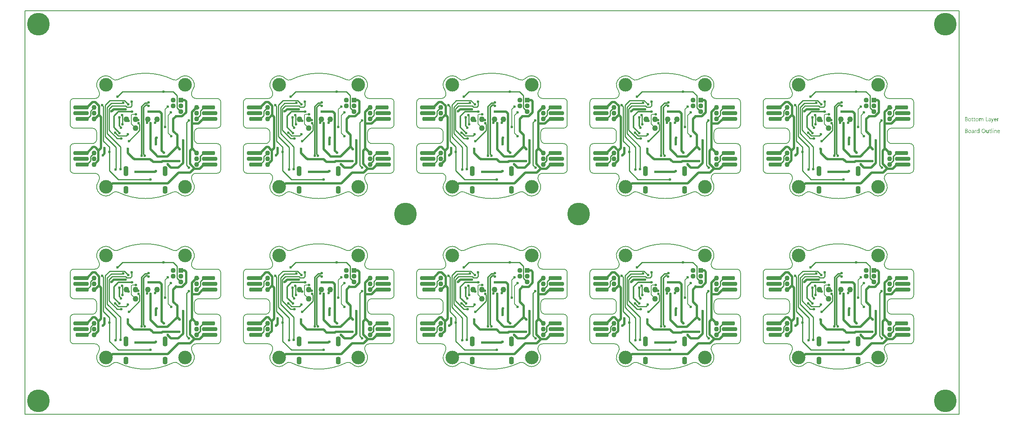
<source format=gbl>
G04*
G04 #@! TF.GenerationSoftware,Altium Limited,Altium Designer,21.8.1 (53)*
G04*
G04 Layer_Physical_Order=2*
G04 Layer_Color=16711680*
%FSAX25Y25*%
%MOIN*%
G70*
G04*
G04 #@! TF.SameCoordinates,1F37B80F-4F8A-41ED-B193-F68951B3532E*
G04*
G04*
G04 #@! TF.FilePolarity,Positive*
G04*
G01*
G75*
%ADD30C,0.00984*%
%ADD31C,0.01181*%
%ADD32C,0.01968*%
%ADD33C,0.00787*%
%ADD34C,0.19685*%
%ADD35C,0.04370*%
%ADD36C,0.11811*%
G04:AMPARAMS|DCode=37|XSize=43.31mil|YSize=66.93mil|CornerRadius=19.49mil|HoleSize=0mil|Usage=FLASHONLY|Rotation=0.000|XOffset=0mil|YOffset=0mil|HoleType=Round|Shape=RoundedRectangle|*
%AMROUNDEDRECTD37*
21,1,0.04331,0.02795,0,0,0.0*
21,1,0.00433,0.06693,0,0,0.0*
1,1,0.03898,0.00217,-0.01398*
1,1,0.03898,-0.00217,-0.01398*
1,1,0.03898,-0.00217,0.01398*
1,1,0.03898,0.00217,0.01398*
%
%ADD37ROUNDEDRECTD37*%
G04:AMPARAMS|DCode=38|XSize=43.31mil|YSize=86.61mil|CornerRadius=19.49mil|HoleSize=0mil|Usage=FLASHONLY|Rotation=0.000|XOffset=0mil|YOffset=0mil|HoleType=Round|Shape=RoundedRectangle|*
%AMROUNDEDRECTD38*
21,1,0.04331,0.04764,0,0,0.0*
21,1,0.00433,0.08661,0,0,0.0*
1,1,0.03898,0.00217,-0.02382*
1,1,0.03898,-0.00217,-0.02382*
1,1,0.03898,-0.00217,0.02382*
1,1,0.03898,0.00217,0.02382*
%
%ADD38ROUNDEDRECTD38*%
%ADD39R,0.04370X0.04370*%
%ADD40C,0.02362*%
G04:AMPARAMS|DCode=41|XSize=35.43mil|YSize=135.83mil|CornerRadius=13.82mil|HoleSize=0mil|Usage=FLASHONLY|Rotation=270.000|XOffset=0mil|YOffset=0mil|HoleType=Round|Shape=RoundedRectangle|*
%AMROUNDEDRECTD41*
21,1,0.03543,0.10819,0,0,270.0*
21,1,0.00780,0.13583,0,0,270.0*
1,1,0.02764,-0.05409,-0.00390*
1,1,0.02764,-0.05409,0.00390*
1,1,0.02764,0.05409,0.00390*
1,1,0.02764,0.05409,-0.00390*
%
%ADD41ROUNDEDRECTD41*%
G04:AMPARAMS|DCode=42|XSize=35.43mil|YSize=116.14mil|CornerRadius=13.82mil|HoleSize=0mil|Usage=FLASHONLY|Rotation=270.000|XOffset=0mil|YOffset=0mil|HoleType=Round|Shape=RoundedRectangle|*
%AMROUNDEDRECTD42*
21,1,0.03543,0.08850,0,0,270.0*
21,1,0.00780,0.11614,0,0,270.0*
1,1,0.02764,-0.04425,-0.00390*
1,1,0.02764,-0.04425,0.00390*
1,1,0.02764,0.04425,0.00390*
1,1,0.02764,0.04425,-0.00390*
%
%ADD42ROUNDEDRECTD42*%
%ADD43C,0.05000*%
%ADD44C,0.04331*%
G36*
X0811688Y0237702D02*
X0811744Y0237689D01*
X0811806Y0237677D01*
X0811874Y0237652D01*
X0811955Y0237621D01*
X0812029Y0237578D01*
X0812109Y0237528D01*
X0812184Y0237460D01*
X0812252Y0237374D01*
X0812314Y0237275D01*
X0812369Y0237163D01*
X0812407Y0237021D01*
X0812437Y0236866D01*
X0812444Y0236686D01*
Y0235139D01*
X0812041D01*
Y0236581D01*
Y0236588D01*
Y0236600D01*
Y0236618D01*
Y0236649D01*
X0812035Y0236724D01*
X0812023Y0236810D01*
X0812010Y0236909D01*
X0811985Y0237008D01*
X0811955Y0237101D01*
X0811911Y0237182D01*
X0811905Y0237188D01*
X0811887Y0237213D01*
X0811856Y0237244D01*
X0811806Y0237275D01*
X0811750Y0237312D01*
X0811676Y0237336D01*
X0811583Y0237361D01*
X0811478Y0237367D01*
X0811466D01*
X0811435Y0237361D01*
X0811385Y0237355D01*
X0811323Y0237336D01*
X0811255Y0237312D01*
X0811181Y0237268D01*
X0811107Y0237213D01*
X0811038Y0237132D01*
X0811032Y0237120D01*
X0811014Y0237089D01*
X0810983Y0237039D01*
X0810952Y0236971D01*
X0810915Y0236891D01*
X0810890Y0236798D01*
X0810865Y0236686D01*
X0810859Y0236569D01*
Y0235139D01*
X0810457D01*
Y0236631D01*
Y0236637D01*
Y0236662D01*
X0810450Y0236699D01*
Y0236748D01*
X0810438Y0236804D01*
X0810426Y0236866D01*
X0810407Y0236928D01*
X0810388Y0237002D01*
X0810358Y0237070D01*
X0810320Y0237132D01*
X0810271Y0237194D01*
X0810215Y0237250D01*
X0810153Y0237299D01*
X0810073Y0237336D01*
X0809986Y0237361D01*
X0809887Y0237367D01*
X0809875D01*
X0809844Y0237361D01*
X0809794Y0237355D01*
X0809732Y0237343D01*
X0809664Y0237312D01*
X0809590Y0237275D01*
X0809516Y0237219D01*
X0809448Y0237145D01*
X0809441Y0237132D01*
X0809423Y0237107D01*
X0809392Y0237058D01*
X0809361Y0236990D01*
X0809330Y0236909D01*
X0809299Y0236810D01*
X0809280Y0236699D01*
X0809274Y0236569D01*
Y0235139D01*
X0808872D01*
Y0237652D01*
X0809274D01*
Y0237250D01*
X0809287D01*
X0809293Y0237256D01*
X0809299Y0237268D01*
X0809318Y0237293D01*
X0809336Y0237324D01*
X0809398Y0237392D01*
X0809485Y0237479D01*
X0809596Y0237565D01*
X0809726Y0237634D01*
X0809807Y0237665D01*
X0809887Y0237689D01*
X0809974Y0237702D01*
X0810067Y0237708D01*
X0810110D01*
X0810159Y0237702D01*
X0810221Y0237689D01*
X0810289Y0237671D01*
X0810364Y0237646D01*
X0810438Y0237615D01*
X0810512Y0237565D01*
X0810518Y0237559D01*
X0810543Y0237541D01*
X0810574Y0237510D01*
X0810618Y0237466D01*
X0810661Y0237411D01*
X0810704Y0237349D01*
X0810748Y0237275D01*
X0810779Y0237188D01*
X0810785Y0237194D01*
X0810791Y0237213D01*
X0810810Y0237237D01*
X0810828Y0237268D01*
X0810859Y0237312D01*
X0810896Y0237355D01*
X0810939Y0237398D01*
X0810989Y0237448D01*
X0811045Y0237497D01*
X0811107Y0237541D01*
X0811175Y0237590D01*
X0811249Y0237627D01*
X0811329Y0237658D01*
X0811416Y0237683D01*
X0811515Y0237702D01*
X0811614Y0237708D01*
X0811651D01*
X0811688Y0237702D01*
D02*
G37*
G36*
X0825721Y0237689D02*
X0825795Y0237683D01*
X0825839Y0237671D01*
X0825870Y0237658D01*
Y0237244D01*
X0825863Y0237250D01*
X0825851Y0237256D01*
X0825826Y0237268D01*
X0825795Y0237287D01*
X0825752Y0237299D01*
X0825696Y0237312D01*
X0825634Y0237318D01*
X0825566Y0237324D01*
X0825554D01*
X0825523Y0237318D01*
X0825474Y0237312D01*
X0825418Y0237293D01*
X0825344Y0237262D01*
X0825276Y0237219D01*
X0825201Y0237157D01*
X0825133Y0237076D01*
X0825127Y0237064D01*
X0825108Y0237033D01*
X0825077Y0236977D01*
X0825047Y0236903D01*
X0825016Y0236810D01*
X0824984Y0236693D01*
X0824966Y0236563D01*
X0824960Y0236414D01*
Y0235139D01*
X0824557D01*
Y0237652D01*
X0824960D01*
Y0237132D01*
X0824972D01*
Y0237138D01*
X0824978Y0237145D01*
X0824991Y0237175D01*
X0825009Y0237225D01*
X0825040Y0237287D01*
X0825071Y0237349D01*
X0825121Y0237417D01*
X0825170Y0237485D01*
X0825232Y0237547D01*
X0825238Y0237553D01*
X0825263Y0237572D01*
X0825300Y0237596D01*
X0825350Y0237621D01*
X0825406Y0237646D01*
X0825474Y0237671D01*
X0825548Y0237689D01*
X0825628Y0237696D01*
X0825684D01*
X0825721Y0237689D01*
D02*
G37*
G36*
X0820342Y0234737D02*
X0820336Y0234731D01*
X0820330Y0234706D01*
X0820311Y0234662D01*
X0820286Y0234613D01*
X0820255Y0234557D01*
X0820212Y0234489D01*
X0820169Y0234421D01*
X0820119Y0234347D01*
X0820057Y0234272D01*
X0819995Y0234204D01*
X0819921Y0234136D01*
X0819841Y0234081D01*
X0819760Y0234031D01*
X0819667Y0233988D01*
X0819575Y0233963D01*
X0819469Y0233957D01*
X0819414D01*
X0819376Y0233963D01*
X0819296Y0233975D01*
X0819209Y0233994D01*
Y0234353D01*
X0819215D01*
X0819234Y0234347D01*
X0819259Y0234341D01*
X0819290Y0234334D01*
X0819364Y0234316D01*
X0819444Y0234310D01*
X0819457D01*
X0819494Y0234316D01*
X0819550Y0234328D01*
X0819618Y0234353D01*
X0819692Y0234396D01*
X0819729Y0234427D01*
X0819766Y0234464D01*
X0819804Y0234501D01*
X0819841Y0234551D01*
X0819872Y0234607D01*
X0819903Y0234669D01*
X0820107Y0235139D01*
X0819123Y0237652D01*
X0819568D01*
X0820249Y0235715D01*
Y0235708D01*
X0820255Y0235696D01*
X0820262Y0235678D01*
X0820268Y0235653D01*
X0820274Y0235616D01*
X0820286Y0235578D01*
X0820299Y0235523D01*
X0820317D01*
Y0235535D01*
X0820330Y0235572D01*
X0820342Y0235628D01*
X0820367Y0235708D01*
X0821079Y0237652D01*
X0821493D01*
X0820342Y0234737D01*
D02*
G37*
G36*
X0817934Y0237702D02*
X0817990Y0237696D01*
X0818058Y0237677D01*
X0818132Y0237658D01*
X0818213Y0237627D01*
X0818299Y0237590D01*
X0818380Y0237541D01*
X0818460Y0237479D01*
X0818535Y0237404D01*
X0818603Y0237312D01*
X0818658Y0237207D01*
X0818702Y0237083D01*
X0818727Y0236940D01*
X0818739Y0236773D01*
Y0235139D01*
X0818336D01*
Y0235529D01*
X0818324D01*
Y0235523D01*
X0818312Y0235510D01*
X0818299Y0235486D01*
X0818275Y0235461D01*
X0818213Y0235387D01*
X0818132Y0235306D01*
X0818021Y0235226D01*
X0817891Y0235151D01*
X0817810Y0235127D01*
X0817730Y0235102D01*
X0817643Y0235089D01*
X0817550Y0235083D01*
X0817513D01*
X0817488Y0235089D01*
X0817420Y0235096D01*
X0817340Y0235108D01*
X0817241Y0235133D01*
X0817148Y0235164D01*
X0817049Y0235213D01*
X0816962Y0235275D01*
X0816956Y0235288D01*
X0816931Y0235312D01*
X0816894Y0235356D01*
X0816857Y0235418D01*
X0816820Y0235492D01*
X0816783Y0235578D01*
X0816758Y0235684D01*
X0816752Y0235801D01*
Y0235807D01*
Y0235832D01*
X0816758Y0235869D01*
X0816764Y0235913D01*
X0816777Y0235968D01*
X0816795Y0236030D01*
X0816820Y0236099D01*
X0816857Y0236167D01*
X0816900Y0236241D01*
X0816956Y0236315D01*
X0817024Y0236383D01*
X0817105Y0236445D01*
X0817198Y0236507D01*
X0817309Y0236557D01*
X0817433Y0236594D01*
X0817581Y0236625D01*
X0818336Y0236730D01*
Y0236736D01*
Y0236755D01*
X0818330Y0236792D01*
Y0236829D01*
X0818318Y0236878D01*
X0818312Y0236934D01*
X0818275Y0237052D01*
X0818244Y0237107D01*
X0818213Y0237163D01*
X0818169Y0237219D01*
X0818120Y0237268D01*
X0818058Y0237312D01*
X0817990Y0237343D01*
X0817909Y0237361D01*
X0817817Y0237367D01*
X0817773D01*
X0817742Y0237361D01*
X0817699D01*
X0817656Y0237349D01*
X0817544Y0237330D01*
X0817420Y0237293D01*
X0817284Y0237237D01*
X0817210Y0237200D01*
X0817142Y0237163D01*
X0817068Y0237114D01*
X0816999Y0237058D01*
Y0237473D01*
X0817006D01*
X0817018Y0237485D01*
X0817037Y0237497D01*
X0817068Y0237510D01*
X0817099Y0237528D01*
X0817142Y0237547D01*
X0817191Y0237565D01*
X0817247Y0237590D01*
X0817371Y0237634D01*
X0817519Y0237671D01*
X0817680Y0237696D01*
X0817854Y0237708D01*
X0817891D01*
X0817934Y0237702D01*
D02*
G37*
G36*
X0815043Y0235510D02*
X0816455D01*
Y0235139D01*
X0814629D01*
Y0238655D01*
X0815043D01*
Y0235510D01*
D02*
G37*
G36*
X0797829Y0238649D02*
X0797872D01*
X0797916Y0238643D01*
X0798015Y0238630D01*
X0798132Y0238599D01*
X0798256Y0238562D01*
X0798374Y0238506D01*
X0798479Y0238432D01*
X0798485D01*
X0798491Y0238420D01*
X0798522Y0238395D01*
X0798566Y0238345D01*
X0798615Y0238277D01*
X0798659Y0238191D01*
X0798702Y0238092D01*
X0798733Y0237980D01*
X0798745Y0237918D01*
Y0237850D01*
Y0237844D01*
Y0237838D01*
Y0237801D01*
X0798739Y0237745D01*
X0798727Y0237677D01*
X0798708Y0237590D01*
X0798677Y0237504D01*
X0798640Y0237417D01*
X0798584Y0237330D01*
X0798578Y0237318D01*
X0798553Y0237293D01*
X0798516Y0237256D01*
X0798467Y0237207D01*
X0798405Y0237157D01*
X0798330Y0237101D01*
X0798238Y0237058D01*
X0798139Y0237015D01*
Y0237008D01*
X0798157D01*
X0798176Y0237002D01*
X0798194Y0236996D01*
X0798262Y0236984D01*
X0798343Y0236959D01*
X0798429Y0236922D01*
X0798522Y0236878D01*
X0798615Y0236817D01*
X0798702Y0236736D01*
X0798714Y0236724D01*
X0798739Y0236693D01*
X0798770Y0236649D01*
X0798813Y0236581D01*
X0798850Y0236495D01*
X0798887Y0236396D01*
X0798912Y0236278D01*
X0798918Y0236148D01*
Y0236142D01*
Y0236129D01*
Y0236105D01*
X0798912Y0236074D01*
X0798906Y0236036D01*
X0798900Y0235993D01*
X0798875Y0235888D01*
X0798838Y0235770D01*
X0798782Y0235647D01*
X0798745Y0235591D01*
X0798702Y0235529D01*
X0798646Y0235473D01*
X0798590Y0235418D01*
X0798584D01*
X0798578Y0235405D01*
X0798559Y0235393D01*
X0798535Y0235374D01*
X0798504Y0235356D01*
X0798460Y0235331D01*
X0798368Y0235281D01*
X0798250Y0235226D01*
X0798114Y0235182D01*
X0797953Y0235151D01*
X0797872Y0235145D01*
X0797780Y0235139D01*
X0796752D01*
Y0238655D01*
X0797798D01*
X0797829Y0238649D01*
D02*
G37*
G36*
X0804756Y0237652D02*
X0805393D01*
Y0237305D01*
X0804756D01*
Y0235888D01*
Y0235876D01*
Y0235845D01*
X0804762Y0235801D01*
X0804768Y0235746D01*
X0804793Y0235628D01*
X0804811Y0235572D01*
X0804842Y0235529D01*
X0804848Y0235523D01*
X0804861Y0235510D01*
X0804879Y0235498D01*
X0804910Y0235479D01*
X0804947Y0235455D01*
X0804997Y0235442D01*
X0805059Y0235430D01*
X0805127Y0235424D01*
X0805152D01*
X0805183Y0235430D01*
X0805220Y0235436D01*
X0805307Y0235461D01*
X0805350Y0235479D01*
X0805393Y0235504D01*
Y0235158D01*
X0805387D01*
X0805368Y0235145D01*
X0805338Y0235139D01*
X0805294Y0235127D01*
X0805239Y0235114D01*
X0805177Y0235102D01*
X0805102Y0235096D01*
X0805016Y0235089D01*
X0804985D01*
X0804954Y0235096D01*
X0804910Y0235102D01*
X0804861Y0235114D01*
X0804805Y0235127D01*
X0804749Y0235151D01*
X0804688Y0235182D01*
X0804626Y0235220D01*
X0804564Y0235269D01*
X0804508Y0235325D01*
X0804459Y0235399D01*
X0804415Y0235479D01*
X0804384Y0235578D01*
X0804360Y0235690D01*
X0804353Y0235820D01*
Y0237305D01*
X0803926D01*
Y0237652D01*
X0804353D01*
Y0238265D01*
X0804756Y0238395D01*
Y0237652D01*
D02*
G37*
G36*
X0803053D02*
X0803691D01*
Y0237305D01*
X0803053D01*
Y0235888D01*
Y0235876D01*
Y0235845D01*
X0803060Y0235801D01*
X0803066Y0235746D01*
X0803090Y0235628D01*
X0803109Y0235572D01*
X0803140Y0235529D01*
X0803146Y0235523D01*
X0803159Y0235510D01*
X0803177Y0235498D01*
X0803208Y0235479D01*
X0803245Y0235455D01*
X0803295Y0235442D01*
X0803357Y0235430D01*
X0803425Y0235424D01*
X0803450D01*
X0803481Y0235430D01*
X0803518Y0235436D01*
X0803604Y0235461D01*
X0803648Y0235479D01*
X0803691Y0235504D01*
Y0235158D01*
X0803685D01*
X0803666Y0235145D01*
X0803635Y0235139D01*
X0803592Y0235127D01*
X0803536Y0235114D01*
X0803474Y0235102D01*
X0803400Y0235096D01*
X0803313Y0235089D01*
X0803282D01*
X0803251Y0235096D01*
X0803208Y0235102D01*
X0803159Y0235114D01*
X0803103Y0235127D01*
X0803047Y0235151D01*
X0802985Y0235182D01*
X0802923Y0235220D01*
X0802861Y0235269D01*
X0802806Y0235325D01*
X0802756Y0235399D01*
X0802713Y0235479D01*
X0802682Y0235578D01*
X0802657Y0235690D01*
X0802651Y0235820D01*
Y0237305D01*
X0802224D01*
Y0237652D01*
X0802651D01*
Y0238265D01*
X0803053Y0238395D01*
Y0237652D01*
D02*
G37*
G36*
X0822998Y0237702D02*
X0823041Y0237696D01*
X0823084Y0237689D01*
X0823196Y0237671D01*
X0823319Y0237627D01*
X0823443Y0237572D01*
X0823505Y0237534D01*
X0823567Y0237491D01*
X0823623Y0237442D01*
X0823678Y0237386D01*
X0823685Y0237380D01*
X0823691Y0237374D01*
X0823703Y0237355D01*
X0823722Y0237330D01*
X0823740Y0237293D01*
X0823765Y0237256D01*
X0823790Y0237213D01*
X0823815Y0237157D01*
X0823839Y0237095D01*
X0823864Y0237033D01*
X0823889Y0236959D01*
X0823907Y0236878D01*
X0823926Y0236792D01*
X0823938Y0236705D01*
X0823951Y0236606D01*
Y0236501D01*
Y0236290D01*
X0822174D01*
Y0236284D01*
Y0236272D01*
Y0236253D01*
X0822180Y0236222D01*
X0822187Y0236185D01*
Y0236148D01*
X0822205Y0236049D01*
X0822236Y0235950D01*
X0822273Y0235839D01*
X0822329Y0235733D01*
X0822397Y0235640D01*
X0822410Y0235628D01*
X0822434Y0235603D01*
X0822484Y0235572D01*
X0822552Y0235529D01*
X0822639Y0235486D01*
X0822738Y0235455D01*
X0822855Y0235430D01*
X0822991Y0235418D01*
X0823035D01*
X0823066Y0235424D01*
X0823103D01*
X0823146Y0235430D01*
X0823251Y0235455D01*
X0823369Y0235486D01*
X0823499Y0235535D01*
X0823635Y0235603D01*
X0823703Y0235647D01*
X0823771Y0235696D01*
Y0235318D01*
X0823765D01*
X0823759Y0235306D01*
X0823740Y0235300D01*
X0823709Y0235281D01*
X0823678Y0235263D01*
X0823641Y0235244D01*
X0823592Y0235226D01*
X0823542Y0235201D01*
X0823480Y0235176D01*
X0823412Y0235158D01*
X0823264Y0235120D01*
X0823090Y0235096D01*
X0822898Y0235083D01*
X0822849D01*
X0822812Y0235089D01*
X0822768Y0235096D01*
X0822713Y0235102D01*
X0822595Y0235127D01*
X0822459Y0235164D01*
X0822323Y0235226D01*
X0822255Y0235269D01*
X0822187Y0235312D01*
X0822125Y0235362D01*
X0822063Y0235424D01*
X0822057Y0235430D01*
X0822050Y0235442D01*
X0822038Y0235461D01*
X0822013Y0235486D01*
X0821995Y0235523D01*
X0821970Y0235566D01*
X0821939Y0235616D01*
X0821914Y0235671D01*
X0821883Y0235733D01*
X0821859Y0235807D01*
X0821828Y0235888D01*
X0821809Y0235975D01*
X0821791Y0236068D01*
X0821772Y0236167D01*
X0821766Y0236272D01*
X0821760Y0236383D01*
Y0236389D01*
Y0236408D01*
Y0236439D01*
X0821766Y0236482D01*
X0821772Y0236532D01*
X0821778Y0236588D01*
X0821784Y0236655D01*
X0821803Y0236724D01*
X0821840Y0236872D01*
X0821896Y0237033D01*
X0821933Y0237114D01*
X0821982Y0237188D01*
X0822032Y0237268D01*
X0822088Y0237336D01*
X0822094Y0237343D01*
X0822106Y0237355D01*
X0822125Y0237374D01*
X0822149Y0237392D01*
X0822180Y0237423D01*
X0822218Y0237454D01*
X0822267Y0237485D01*
X0822317Y0237522D01*
X0822434Y0237590D01*
X0822577Y0237652D01*
X0822657Y0237671D01*
X0822738Y0237689D01*
X0822824Y0237702D01*
X0822917Y0237708D01*
X0822967D01*
X0822998Y0237702D01*
D02*
G37*
G36*
X0807133D02*
X0807176Y0237696D01*
X0807232Y0237689D01*
X0807355Y0237665D01*
X0807498Y0237621D01*
X0807640Y0237559D01*
X0807714Y0237522D01*
X0807782Y0237479D01*
X0807851Y0237423D01*
X0807913Y0237361D01*
X0807919Y0237355D01*
X0807925Y0237343D01*
X0807944Y0237324D01*
X0807962Y0237299D01*
X0807987Y0237262D01*
X0808012Y0237219D01*
X0808043Y0237169D01*
X0808074Y0237114D01*
X0808098Y0237046D01*
X0808129Y0236977D01*
X0808154Y0236897D01*
X0808179Y0236810D01*
X0808197Y0236718D01*
X0808216Y0236618D01*
X0808222Y0236513D01*
X0808228Y0236402D01*
Y0236396D01*
Y0236377D01*
Y0236346D01*
X0808222Y0236303D01*
X0808216Y0236253D01*
X0808210Y0236191D01*
X0808197Y0236129D01*
X0808185Y0236055D01*
X0808148Y0235907D01*
X0808086Y0235746D01*
X0808049Y0235665D01*
X0807999Y0235585D01*
X0807950Y0235510D01*
X0807888Y0235442D01*
X0807882Y0235436D01*
X0807869Y0235430D01*
X0807851Y0235411D01*
X0807826Y0235387D01*
X0807789Y0235362D01*
X0807752Y0235331D01*
X0807702Y0235294D01*
X0807646Y0235263D01*
X0807584Y0235232D01*
X0807516Y0235195D01*
X0807442Y0235164D01*
X0807362Y0235139D01*
X0807275Y0235114D01*
X0807182Y0235102D01*
X0807083Y0235089D01*
X0806978Y0235083D01*
X0806922D01*
X0806885Y0235089D01*
X0806842Y0235096D01*
X0806786Y0235102D01*
X0806724Y0235114D01*
X0806656Y0235127D01*
X0806514Y0235170D01*
X0806365Y0235232D01*
X0806291Y0235269D01*
X0806223Y0235318D01*
X0806155Y0235368D01*
X0806087Y0235430D01*
X0806080Y0235436D01*
X0806074Y0235449D01*
X0806056Y0235467D01*
X0806037Y0235492D01*
X0806012Y0235529D01*
X0805981Y0235572D01*
X0805950Y0235622D01*
X0805925Y0235678D01*
X0805895Y0235746D01*
X0805864Y0235814D01*
X0805833Y0235888D01*
X0805808Y0235975D01*
X0805771Y0236160D01*
X0805765Y0236259D01*
X0805758Y0236365D01*
Y0236371D01*
Y0236396D01*
Y0236426D01*
X0805765Y0236470D01*
X0805771Y0236519D01*
X0805777Y0236581D01*
X0805789Y0236649D01*
X0805802Y0236724D01*
X0805839Y0236885D01*
X0805901Y0237046D01*
X0805944Y0237126D01*
X0805987Y0237207D01*
X0806037Y0237281D01*
X0806099Y0237349D01*
X0806105Y0237355D01*
X0806117Y0237367D01*
X0806136Y0237380D01*
X0806161Y0237404D01*
X0806198Y0237429D01*
X0806241Y0237460D01*
X0806291Y0237497D01*
X0806347Y0237528D01*
X0806408Y0237559D01*
X0806483Y0237596D01*
X0806557Y0237627D01*
X0806644Y0237652D01*
X0806730Y0237677D01*
X0806829Y0237696D01*
X0806935Y0237702D01*
X0807040Y0237708D01*
X0807095D01*
X0807133Y0237702D01*
D02*
G37*
G36*
X0800782D02*
X0800825Y0237696D01*
X0800881Y0237689D01*
X0801005Y0237665D01*
X0801147Y0237621D01*
X0801289Y0237559D01*
X0801363Y0237522D01*
X0801432Y0237479D01*
X0801500Y0237423D01*
X0801562Y0237361D01*
X0801568Y0237355D01*
X0801574Y0237343D01*
X0801593Y0237324D01*
X0801611Y0237299D01*
X0801636Y0237262D01*
X0801661Y0237219D01*
X0801692Y0237169D01*
X0801723Y0237114D01*
X0801747Y0237046D01*
X0801778Y0236977D01*
X0801803Y0236897D01*
X0801828Y0236810D01*
X0801846Y0236718D01*
X0801865Y0236618D01*
X0801871Y0236513D01*
X0801877Y0236402D01*
Y0236396D01*
Y0236377D01*
Y0236346D01*
X0801871Y0236303D01*
X0801865Y0236253D01*
X0801859Y0236191D01*
X0801846Y0236129D01*
X0801834Y0236055D01*
X0801797Y0235907D01*
X0801735Y0235746D01*
X0801698Y0235665D01*
X0801648Y0235585D01*
X0801599Y0235510D01*
X0801537Y0235442D01*
X0801531Y0235436D01*
X0801518Y0235430D01*
X0801500Y0235411D01*
X0801475Y0235387D01*
X0801438Y0235362D01*
X0801401Y0235331D01*
X0801351Y0235294D01*
X0801295Y0235263D01*
X0801233Y0235232D01*
X0801165Y0235195D01*
X0801091Y0235164D01*
X0801011Y0235139D01*
X0800924Y0235114D01*
X0800831Y0235102D01*
X0800732Y0235089D01*
X0800627Y0235083D01*
X0800571D01*
X0800534Y0235089D01*
X0800491Y0235096D01*
X0800435Y0235102D01*
X0800373Y0235114D01*
X0800305Y0235127D01*
X0800163Y0235170D01*
X0800014Y0235232D01*
X0799940Y0235269D01*
X0799872Y0235318D01*
X0799804Y0235368D01*
X0799735Y0235430D01*
X0799729Y0235436D01*
X0799723Y0235449D01*
X0799705Y0235467D01*
X0799686Y0235492D01*
X0799661Y0235529D01*
X0799630Y0235572D01*
X0799599Y0235622D01*
X0799575Y0235678D01*
X0799544Y0235746D01*
X0799513Y0235814D01*
X0799482Y0235888D01*
X0799457Y0235975D01*
X0799420Y0236160D01*
X0799414Y0236259D01*
X0799407Y0236365D01*
Y0236371D01*
Y0236396D01*
Y0236426D01*
X0799414Y0236470D01*
X0799420Y0236519D01*
X0799426Y0236581D01*
X0799438Y0236649D01*
X0799451Y0236724D01*
X0799488Y0236885D01*
X0799550Y0237046D01*
X0799593Y0237126D01*
X0799637Y0237207D01*
X0799686Y0237281D01*
X0799748Y0237349D01*
X0799754Y0237355D01*
X0799766Y0237367D01*
X0799785Y0237380D01*
X0799810Y0237404D01*
X0799847Y0237429D01*
X0799890Y0237460D01*
X0799940Y0237497D01*
X0799996Y0237528D01*
X0800057Y0237559D01*
X0800132Y0237596D01*
X0800206Y0237627D01*
X0800293Y0237652D01*
X0800379Y0237677D01*
X0800478Y0237696D01*
X0800584Y0237702D01*
X0800689Y0237708D01*
X0800745D01*
X0800782Y0237702D01*
D02*
G37*
G36*
X0820961Y0228622D02*
X0820986D01*
X0821041Y0228597D01*
X0821072Y0228578D01*
X0821103Y0228554D01*
X0821110Y0228548D01*
X0821116Y0228541D01*
X0821147Y0228504D01*
X0821171Y0228442D01*
X0821178Y0228405D01*
X0821184Y0228368D01*
Y0228362D01*
Y0228349D01*
X0821178Y0228331D01*
X0821171Y0228306D01*
X0821153Y0228244D01*
X0821128Y0228213D01*
X0821103Y0228182D01*
X0821097D01*
X0821091Y0228170D01*
X0821054Y0228145D01*
X0820998Y0228120D01*
X0820961Y0228114D01*
X0820924Y0228108D01*
X0820905D01*
X0820887Y0228114D01*
X0820862D01*
X0820800Y0228139D01*
X0820769Y0228151D01*
X0820738Y0228176D01*
Y0228182D01*
X0820726Y0228188D01*
X0820714Y0228207D01*
X0820701Y0228226D01*
X0820676Y0228288D01*
X0820670Y0228325D01*
X0820664Y0228368D01*
Y0228374D01*
Y0228387D01*
X0820670Y0228405D01*
X0820676Y0228436D01*
X0820695Y0228492D01*
X0820714Y0228523D01*
X0820738Y0228554D01*
X0820744Y0228560D01*
X0820751Y0228566D01*
X0820788Y0228591D01*
X0820850Y0228616D01*
X0820887Y0228628D01*
X0820942D01*
X0820961Y0228622D01*
D02*
G37*
G36*
X0808971Y0224957D02*
X0808569D01*
Y0225378D01*
X0808556D01*
Y0225372D01*
X0808544Y0225360D01*
X0808525Y0225335D01*
X0808507Y0225304D01*
X0808476Y0225267D01*
X0808439Y0225230D01*
X0808395Y0225186D01*
X0808346Y0225143D01*
X0808290Y0225094D01*
X0808222Y0225050D01*
X0808154Y0225013D01*
X0808074Y0224976D01*
X0807993Y0224945D01*
X0807900Y0224920D01*
X0807801Y0224908D01*
X0807696Y0224902D01*
X0807652D01*
X0807615Y0224908D01*
X0807578Y0224914D01*
X0807529Y0224920D01*
X0807423Y0224945D01*
X0807300Y0224982D01*
X0807176Y0225044D01*
X0807108Y0225081D01*
X0807052Y0225124D01*
X0806990Y0225180D01*
X0806935Y0225236D01*
Y0225242D01*
X0806922Y0225254D01*
X0806910Y0225273D01*
X0806891Y0225298D01*
X0806873Y0225329D01*
X0806848Y0225372D01*
X0806823Y0225422D01*
X0806798Y0225477D01*
X0806767Y0225539D01*
X0806743Y0225607D01*
X0806718Y0225681D01*
X0806699Y0225762D01*
X0806681Y0225849D01*
X0806668Y0225948D01*
X0806662Y0226047D01*
X0806656Y0226152D01*
Y0226158D01*
Y0226177D01*
Y0226214D01*
X0806662Y0226257D01*
X0806668Y0226307D01*
X0806674Y0226369D01*
X0806681Y0226437D01*
X0806693Y0226511D01*
X0806730Y0226672D01*
X0806786Y0226839D01*
X0806823Y0226920D01*
X0806866Y0227000D01*
X0806910Y0227074D01*
X0806966Y0227149D01*
X0806972Y0227155D01*
X0806978Y0227167D01*
X0806996Y0227186D01*
X0807021Y0227210D01*
X0807052Y0227235D01*
X0807095Y0227266D01*
X0807139Y0227303D01*
X0807188Y0227341D01*
X0807312Y0227409D01*
X0807454Y0227470D01*
X0807535Y0227489D01*
X0807622Y0227508D01*
X0807708Y0227520D01*
X0807807Y0227526D01*
X0807857D01*
X0807894Y0227520D01*
X0807931Y0227514D01*
X0807981Y0227508D01*
X0808092Y0227477D01*
X0808216Y0227427D01*
X0808278Y0227396D01*
X0808340Y0227353D01*
X0808401Y0227309D01*
X0808457Y0227254D01*
X0808507Y0227192D01*
X0808556Y0227118D01*
X0808569D01*
Y0228678D01*
X0808971D01*
Y0224957D01*
D02*
G37*
G36*
X0823239Y0227520D02*
X0823313Y0227514D01*
X0823406Y0227495D01*
X0823505Y0227464D01*
X0823610Y0227415D01*
X0823716Y0227347D01*
X0823759Y0227309D01*
X0823802Y0227260D01*
X0823815Y0227248D01*
X0823839Y0227210D01*
X0823870Y0227149D01*
X0823914Y0227062D01*
X0823951Y0226957D01*
X0823988Y0226827D01*
X0824013Y0226672D01*
X0824019Y0226492D01*
Y0224957D01*
X0823617D01*
Y0226387D01*
Y0226393D01*
Y0226424D01*
X0823610Y0226462D01*
Y0226511D01*
X0823598Y0226573D01*
X0823586Y0226641D01*
X0823567Y0226715D01*
X0823542Y0226789D01*
X0823511Y0226864D01*
X0823474Y0226932D01*
X0823425Y0227000D01*
X0823369Y0227062D01*
X0823307Y0227111D01*
X0823227Y0227149D01*
X0823140Y0227180D01*
X0823035Y0227186D01*
X0823022D01*
X0822985Y0227180D01*
X0822929Y0227173D01*
X0822861Y0227155D01*
X0822781Y0227130D01*
X0822694Y0227087D01*
X0822614Y0227031D01*
X0822533Y0226957D01*
X0822527Y0226944D01*
X0822502Y0226920D01*
X0822471Y0226870D01*
X0822434Y0226802D01*
X0822397Y0226722D01*
X0822366Y0226622D01*
X0822341Y0226511D01*
X0822335Y0226387D01*
Y0224957D01*
X0821933D01*
Y0227470D01*
X0822335D01*
Y0227049D01*
X0822348D01*
X0822354Y0227056D01*
X0822360Y0227068D01*
X0822379Y0227093D01*
X0822403Y0227124D01*
X0822428Y0227161D01*
X0822465Y0227198D01*
X0822509Y0227241D01*
X0822558Y0227291D01*
X0822614Y0227334D01*
X0822676Y0227378D01*
X0822744Y0227415D01*
X0822818Y0227452D01*
X0822892Y0227483D01*
X0822979Y0227508D01*
X0823072Y0227520D01*
X0823171Y0227526D01*
X0823208D01*
X0823239Y0227520D01*
D02*
G37*
G36*
X0806241Y0227508D02*
X0806316Y0227501D01*
X0806359Y0227489D01*
X0806390Y0227477D01*
Y0227062D01*
X0806384Y0227068D01*
X0806371Y0227074D01*
X0806347Y0227087D01*
X0806316Y0227105D01*
X0806272Y0227118D01*
X0806217Y0227130D01*
X0806155Y0227136D01*
X0806087Y0227142D01*
X0806074D01*
X0806043Y0227136D01*
X0805994Y0227130D01*
X0805938Y0227111D01*
X0805864Y0227080D01*
X0805796Y0227037D01*
X0805721Y0226975D01*
X0805653Y0226895D01*
X0805647Y0226882D01*
X0805628Y0226851D01*
X0805597Y0226796D01*
X0805567Y0226722D01*
X0805536Y0226629D01*
X0805505Y0226511D01*
X0805486Y0226381D01*
X0805480Y0226232D01*
Y0224957D01*
X0805077D01*
Y0227470D01*
X0805480D01*
Y0226951D01*
X0805492D01*
Y0226957D01*
X0805498Y0226963D01*
X0805511Y0226994D01*
X0805529Y0227043D01*
X0805560Y0227105D01*
X0805591Y0227167D01*
X0805641Y0227235D01*
X0805690Y0227303D01*
X0805752Y0227365D01*
X0805758Y0227371D01*
X0805783Y0227390D01*
X0805820Y0227415D01*
X0805870Y0227439D01*
X0805925Y0227464D01*
X0805994Y0227489D01*
X0806068Y0227508D01*
X0806148Y0227514D01*
X0806204D01*
X0806241Y0227508D01*
D02*
G37*
G36*
X0816981Y0224957D02*
X0816578D01*
Y0225354D01*
X0816566D01*
Y0225347D01*
X0816554Y0225335D01*
X0816541Y0225310D01*
X0816517Y0225285D01*
X0816461Y0225211D01*
X0816374Y0225131D01*
X0816325Y0225087D01*
X0816269Y0225044D01*
X0816207Y0225007D01*
X0816133Y0224970D01*
X0816059Y0224945D01*
X0815978Y0224920D01*
X0815885Y0224908D01*
X0815792Y0224902D01*
X0815755D01*
X0815712Y0224908D01*
X0815650Y0224920D01*
X0815582Y0224933D01*
X0815508Y0224957D01*
X0815427Y0224988D01*
X0815347Y0225038D01*
X0815260Y0225094D01*
X0815180Y0225162D01*
X0815105Y0225248D01*
X0815037Y0225354D01*
X0814975Y0225471D01*
X0814932Y0225613D01*
X0814907Y0225781D01*
X0814895Y0225867D01*
Y0225966D01*
Y0227470D01*
X0815291D01*
Y0226028D01*
Y0226022D01*
Y0225997D01*
X0815297Y0225954D01*
X0815303Y0225904D01*
X0815310Y0225842D01*
X0815322Y0225781D01*
X0815341Y0225706D01*
X0815365Y0225632D01*
X0815402Y0225558D01*
X0815440Y0225490D01*
X0815489Y0225422D01*
X0815551Y0225360D01*
X0815619Y0225310D01*
X0815699Y0225273D01*
X0815799Y0225242D01*
X0815904Y0225236D01*
X0815916D01*
X0815953Y0225242D01*
X0816009Y0225248D01*
X0816071Y0225261D01*
X0816151Y0225292D01*
X0816232Y0225329D01*
X0816312Y0225378D01*
X0816387Y0225452D01*
X0816393Y0225465D01*
X0816418Y0225490D01*
X0816448Y0225539D01*
X0816486Y0225607D01*
X0816517Y0225688D01*
X0816548Y0225787D01*
X0816572Y0225898D01*
X0816578Y0226022D01*
Y0227470D01*
X0816981D01*
Y0224957D01*
D02*
G37*
G36*
X0821116D02*
X0820714D01*
Y0227470D01*
X0821116D01*
Y0224957D01*
D02*
G37*
G36*
X0819896D02*
X0819494D01*
Y0228678D01*
X0819896D01*
Y0224957D01*
D02*
G37*
G36*
X0803518Y0227520D02*
X0803573Y0227514D01*
X0803641Y0227495D01*
X0803716Y0227477D01*
X0803796Y0227446D01*
X0803883Y0227409D01*
X0803963Y0227359D01*
X0804044Y0227297D01*
X0804118Y0227223D01*
X0804186Y0227130D01*
X0804242Y0227025D01*
X0804285Y0226901D01*
X0804310Y0226759D01*
X0804322Y0226591D01*
Y0224957D01*
X0803920D01*
Y0225347D01*
X0803908D01*
Y0225341D01*
X0803895Y0225329D01*
X0803883Y0225304D01*
X0803858Y0225279D01*
X0803796Y0225205D01*
X0803716Y0225124D01*
X0803604Y0225044D01*
X0803474Y0224970D01*
X0803394Y0224945D01*
X0803313Y0224920D01*
X0803227Y0224908D01*
X0803134Y0224902D01*
X0803097D01*
X0803072Y0224908D01*
X0803004Y0224914D01*
X0802923Y0224926D01*
X0802824Y0224951D01*
X0802732Y0224982D01*
X0802633Y0225032D01*
X0802546Y0225094D01*
X0802540Y0225106D01*
X0802515Y0225131D01*
X0802478Y0225174D01*
X0802441Y0225236D01*
X0802403Y0225310D01*
X0802366Y0225397D01*
X0802341Y0225502D01*
X0802335Y0225620D01*
Y0225626D01*
Y0225651D01*
X0802341Y0225688D01*
X0802348Y0225731D01*
X0802360Y0225787D01*
X0802379Y0225849D01*
X0802403Y0225917D01*
X0802441Y0225985D01*
X0802484Y0226059D01*
X0802540Y0226133D01*
X0802608Y0226202D01*
X0802688Y0226263D01*
X0802781Y0226325D01*
X0802892Y0226375D01*
X0803016Y0226412D01*
X0803165Y0226443D01*
X0803920Y0226548D01*
Y0226554D01*
Y0226573D01*
X0803914Y0226610D01*
Y0226647D01*
X0803901Y0226697D01*
X0803895Y0226752D01*
X0803858Y0226870D01*
X0803827Y0226926D01*
X0803796Y0226981D01*
X0803753Y0227037D01*
X0803703Y0227087D01*
X0803641Y0227130D01*
X0803573Y0227161D01*
X0803493Y0227180D01*
X0803400Y0227186D01*
X0803357D01*
X0803326Y0227180D01*
X0803282D01*
X0803239Y0227167D01*
X0803128Y0227149D01*
X0803004Y0227111D01*
X0802868Y0227056D01*
X0802793Y0227019D01*
X0802725Y0226981D01*
X0802651Y0226932D01*
X0802583Y0226876D01*
Y0227291D01*
X0802589D01*
X0802602Y0227303D01*
X0802620Y0227316D01*
X0802651Y0227328D01*
X0802682Y0227347D01*
X0802725Y0227365D01*
X0802775Y0227384D01*
X0802831Y0227409D01*
X0802954Y0227452D01*
X0803103Y0227489D01*
X0803264Y0227514D01*
X0803437Y0227526D01*
X0803474D01*
X0803518Y0227520D01*
D02*
G37*
G36*
X0797829Y0228467D02*
X0797872D01*
X0797916Y0228461D01*
X0798015Y0228449D01*
X0798132Y0228417D01*
X0798256Y0228380D01*
X0798374Y0228325D01*
X0798479Y0228250D01*
X0798485D01*
X0798491Y0228238D01*
X0798522Y0228213D01*
X0798566Y0228164D01*
X0798615Y0228096D01*
X0798659Y0228009D01*
X0798702Y0227910D01*
X0798733Y0227799D01*
X0798745Y0227737D01*
Y0227668D01*
Y0227662D01*
Y0227656D01*
Y0227619D01*
X0798739Y0227563D01*
X0798727Y0227495D01*
X0798708Y0227409D01*
X0798677Y0227322D01*
X0798640Y0227235D01*
X0798584Y0227149D01*
X0798578Y0227136D01*
X0798553Y0227111D01*
X0798516Y0227074D01*
X0798467Y0227025D01*
X0798405Y0226975D01*
X0798330Y0226920D01*
X0798238Y0226876D01*
X0798139Y0226833D01*
Y0226827D01*
X0798157D01*
X0798176Y0226820D01*
X0798194Y0226814D01*
X0798262Y0226802D01*
X0798343Y0226777D01*
X0798429Y0226740D01*
X0798522Y0226697D01*
X0798615Y0226635D01*
X0798702Y0226554D01*
X0798714Y0226542D01*
X0798739Y0226511D01*
X0798770Y0226468D01*
X0798813Y0226400D01*
X0798850Y0226313D01*
X0798887Y0226214D01*
X0798912Y0226096D01*
X0798918Y0225966D01*
Y0225960D01*
Y0225948D01*
Y0225923D01*
X0798912Y0225892D01*
X0798906Y0225855D01*
X0798900Y0225812D01*
X0798875Y0225706D01*
X0798838Y0225589D01*
X0798782Y0225465D01*
X0798745Y0225409D01*
X0798702Y0225347D01*
X0798646Y0225292D01*
X0798590Y0225236D01*
X0798584D01*
X0798578Y0225223D01*
X0798559Y0225211D01*
X0798535Y0225192D01*
X0798504Y0225174D01*
X0798460Y0225149D01*
X0798368Y0225100D01*
X0798250Y0225044D01*
X0798114Y0225001D01*
X0797953Y0224970D01*
X0797872Y0224963D01*
X0797780Y0224957D01*
X0796752D01*
Y0228473D01*
X0797798D01*
X0797829Y0228467D01*
D02*
G37*
G36*
X0818324Y0227470D02*
X0818962D01*
Y0227124D01*
X0818324D01*
Y0225706D01*
Y0225694D01*
Y0225663D01*
X0818330Y0225620D01*
X0818336Y0225564D01*
X0818361Y0225446D01*
X0818380Y0225391D01*
X0818411Y0225347D01*
X0818417Y0225341D01*
X0818429Y0225329D01*
X0818448Y0225316D01*
X0818479Y0225298D01*
X0818516Y0225273D01*
X0818565Y0225261D01*
X0818627Y0225248D01*
X0818696Y0225242D01*
X0818720D01*
X0818751Y0225248D01*
X0818788Y0225254D01*
X0818875Y0225279D01*
X0818918Y0225298D01*
X0818962Y0225323D01*
Y0224976D01*
X0818956D01*
X0818937Y0224963D01*
X0818906Y0224957D01*
X0818863Y0224945D01*
X0818807Y0224933D01*
X0818745Y0224920D01*
X0818671Y0224914D01*
X0818584Y0224908D01*
X0818553D01*
X0818522Y0224914D01*
X0818479Y0224920D01*
X0818429Y0224933D01*
X0818374Y0224945D01*
X0818318Y0224970D01*
X0818256Y0225001D01*
X0818194Y0225038D01*
X0818132Y0225087D01*
X0818077Y0225143D01*
X0818027Y0225217D01*
X0817984Y0225298D01*
X0817953Y0225397D01*
X0817928Y0225508D01*
X0817922Y0225638D01*
Y0227124D01*
X0817495D01*
Y0227470D01*
X0817922D01*
Y0228083D01*
X0818324Y0228213D01*
Y0227470D01*
D02*
G37*
G36*
X0825851Y0227520D02*
X0825895Y0227514D01*
X0825938Y0227508D01*
X0826049Y0227489D01*
X0826173Y0227446D01*
X0826297Y0227390D01*
X0826359Y0227353D01*
X0826421Y0227309D01*
X0826476Y0227260D01*
X0826532Y0227204D01*
X0826538Y0227198D01*
X0826544Y0227192D01*
X0826557Y0227173D01*
X0826575Y0227149D01*
X0826594Y0227111D01*
X0826619Y0227074D01*
X0826643Y0227031D01*
X0826668Y0226975D01*
X0826693Y0226913D01*
X0826718Y0226851D01*
X0826742Y0226777D01*
X0826761Y0226697D01*
X0826780Y0226610D01*
X0826792Y0226523D01*
X0826804Y0226424D01*
Y0226319D01*
Y0226109D01*
X0825028D01*
Y0226102D01*
Y0226090D01*
Y0226072D01*
X0825034Y0226041D01*
X0825040Y0226003D01*
Y0225966D01*
X0825059Y0225867D01*
X0825090Y0225768D01*
X0825127Y0225657D01*
X0825183Y0225552D01*
X0825251Y0225459D01*
X0825263Y0225446D01*
X0825288Y0225422D01*
X0825337Y0225391D01*
X0825406Y0225347D01*
X0825492Y0225304D01*
X0825591Y0225273D01*
X0825709Y0225248D01*
X0825845Y0225236D01*
X0825888D01*
X0825919Y0225242D01*
X0825956D01*
X0826000Y0225248D01*
X0826105Y0225273D01*
X0826223Y0225304D01*
X0826353Y0225354D01*
X0826489Y0225422D01*
X0826557Y0225465D01*
X0826625Y0225514D01*
Y0225137D01*
X0826619D01*
X0826612Y0225124D01*
X0826594Y0225118D01*
X0826563Y0225100D01*
X0826532Y0225081D01*
X0826495Y0225062D01*
X0826445Y0225044D01*
X0826396Y0225019D01*
X0826334Y0224994D01*
X0826266Y0224976D01*
X0826117Y0224939D01*
X0825944Y0224914D01*
X0825752Y0224902D01*
X0825703D01*
X0825665Y0224908D01*
X0825622Y0224914D01*
X0825566Y0224920D01*
X0825449Y0224945D01*
X0825313Y0224982D01*
X0825176Y0225044D01*
X0825108Y0225087D01*
X0825040Y0225131D01*
X0824978Y0225180D01*
X0824916Y0225242D01*
X0824910Y0225248D01*
X0824904Y0225261D01*
X0824892Y0225279D01*
X0824867Y0225304D01*
X0824848Y0225341D01*
X0824824Y0225384D01*
X0824793Y0225434D01*
X0824768Y0225490D01*
X0824737Y0225552D01*
X0824712Y0225626D01*
X0824681Y0225706D01*
X0824663Y0225793D01*
X0824644Y0225886D01*
X0824625Y0225985D01*
X0824619Y0226090D01*
X0824613Y0226202D01*
Y0226208D01*
Y0226226D01*
Y0226257D01*
X0824619Y0226301D01*
X0824625Y0226350D01*
X0824632Y0226406D01*
X0824638Y0226474D01*
X0824656Y0226542D01*
X0824694Y0226691D01*
X0824749Y0226851D01*
X0824786Y0226932D01*
X0824836Y0227006D01*
X0824885Y0227087D01*
X0824941Y0227155D01*
X0824947Y0227161D01*
X0824960Y0227173D01*
X0824978Y0227192D01*
X0825003Y0227210D01*
X0825034Y0227241D01*
X0825071Y0227272D01*
X0825121Y0227303D01*
X0825170Y0227341D01*
X0825288Y0227409D01*
X0825430Y0227470D01*
X0825511Y0227489D01*
X0825591Y0227508D01*
X0825678Y0227520D01*
X0825771Y0227526D01*
X0825820D01*
X0825851Y0227520D01*
D02*
G37*
G36*
X0812809Y0228529D02*
X0812871Y0228523D01*
X0812945Y0228510D01*
X0813025Y0228492D01*
X0813112Y0228473D01*
X0813199Y0228449D01*
X0813298Y0228417D01*
X0813391Y0228374D01*
X0813490Y0228325D01*
X0813589Y0228269D01*
X0813682Y0228201D01*
X0813774Y0228127D01*
X0813861Y0228040D01*
X0813867Y0228034D01*
X0813880Y0228015D01*
X0813904Y0227990D01*
X0813929Y0227953D01*
X0813966Y0227904D01*
X0814003Y0227842D01*
X0814041Y0227774D01*
X0814084Y0227699D01*
X0814127Y0227607D01*
X0814164Y0227514D01*
X0814202Y0227409D01*
X0814239Y0227291D01*
X0814264Y0227173D01*
X0814288Y0227043D01*
X0814301Y0226901D01*
X0814307Y0226759D01*
Y0226746D01*
Y0226722D01*
Y0226678D01*
X0814301Y0226616D01*
X0814294Y0226542D01*
X0814282Y0226462D01*
X0814270Y0226369D01*
X0814251Y0226263D01*
X0814226Y0226158D01*
X0814195Y0226047D01*
X0814158Y0225935D01*
X0814115Y0225824D01*
X0814059Y0225706D01*
X0813997Y0225601D01*
X0813929Y0225496D01*
X0813849Y0225397D01*
X0813843Y0225391D01*
X0813830Y0225378D01*
X0813799Y0225354D01*
X0813768Y0225323D01*
X0813719Y0225279D01*
X0813663Y0225242D01*
X0813601Y0225192D01*
X0813527Y0225149D01*
X0813446Y0225106D01*
X0813354Y0225056D01*
X0813255Y0225019D01*
X0813143Y0224982D01*
X0813025Y0224945D01*
X0812902Y0224920D01*
X0812772Y0224908D01*
X0812629Y0224902D01*
X0812598D01*
X0812555Y0224908D01*
X0812506D01*
X0812444Y0224914D01*
X0812369Y0224926D01*
X0812289Y0224945D01*
X0812196Y0224963D01*
X0812103Y0224988D01*
X0812004Y0225019D01*
X0811905Y0225062D01*
X0811806Y0225106D01*
X0811707Y0225162D01*
X0811608Y0225230D01*
X0811515Y0225304D01*
X0811428Y0225391D01*
X0811422Y0225397D01*
X0811410Y0225415D01*
X0811385Y0225440D01*
X0811360Y0225477D01*
X0811323Y0225527D01*
X0811286Y0225589D01*
X0811249Y0225657D01*
X0811206Y0225737D01*
X0811162Y0225824D01*
X0811125Y0225917D01*
X0811088Y0226022D01*
X0811051Y0226140D01*
X0811026Y0226257D01*
X0811001Y0226387D01*
X0810989Y0226530D01*
X0810983Y0226672D01*
Y0226684D01*
Y0226709D01*
X0810989Y0226752D01*
Y0226814D01*
X0810995Y0226882D01*
X0811007Y0226969D01*
X0811020Y0227062D01*
X0811038Y0227161D01*
X0811063Y0227266D01*
X0811094Y0227378D01*
X0811131Y0227489D01*
X0811175Y0227600D01*
X0811230Y0227712D01*
X0811292Y0227823D01*
X0811360Y0227928D01*
X0811441Y0228028D01*
X0811447Y0228034D01*
X0811459Y0228052D01*
X0811490Y0228077D01*
X0811528Y0228108D01*
X0811571Y0228145D01*
X0811627Y0228188D01*
X0811695Y0228232D01*
X0811769Y0228281D01*
X0811856Y0228331D01*
X0811948Y0228374D01*
X0812047Y0228417D01*
X0812159Y0228455D01*
X0812283Y0228486D01*
X0812413Y0228517D01*
X0812549Y0228529D01*
X0812691Y0228535D01*
X0812759D01*
X0812809Y0228529D01*
D02*
G37*
G36*
X0800782Y0227520D02*
X0800825Y0227514D01*
X0800881Y0227508D01*
X0801005Y0227483D01*
X0801147Y0227439D01*
X0801289Y0227378D01*
X0801363Y0227341D01*
X0801432Y0227297D01*
X0801500Y0227241D01*
X0801562Y0227180D01*
X0801568Y0227173D01*
X0801574Y0227161D01*
X0801593Y0227142D01*
X0801611Y0227118D01*
X0801636Y0227080D01*
X0801661Y0227037D01*
X0801692Y0226988D01*
X0801723Y0226932D01*
X0801747Y0226864D01*
X0801778Y0226796D01*
X0801803Y0226715D01*
X0801828Y0226629D01*
X0801846Y0226536D01*
X0801865Y0226437D01*
X0801871Y0226331D01*
X0801877Y0226220D01*
Y0226214D01*
Y0226195D01*
Y0226164D01*
X0801871Y0226121D01*
X0801865Y0226072D01*
X0801859Y0226010D01*
X0801846Y0225948D01*
X0801834Y0225873D01*
X0801797Y0225725D01*
X0801735Y0225564D01*
X0801698Y0225483D01*
X0801648Y0225403D01*
X0801599Y0225329D01*
X0801537Y0225261D01*
X0801531Y0225254D01*
X0801518Y0225248D01*
X0801500Y0225230D01*
X0801475Y0225205D01*
X0801438Y0225180D01*
X0801401Y0225149D01*
X0801351Y0225112D01*
X0801295Y0225081D01*
X0801233Y0225050D01*
X0801165Y0225013D01*
X0801091Y0224982D01*
X0801011Y0224957D01*
X0800924Y0224933D01*
X0800831Y0224920D01*
X0800732Y0224908D01*
X0800627Y0224902D01*
X0800571D01*
X0800534Y0224908D01*
X0800491Y0224914D01*
X0800435Y0224920D01*
X0800373Y0224933D01*
X0800305Y0224945D01*
X0800163Y0224988D01*
X0800014Y0225050D01*
X0799940Y0225087D01*
X0799872Y0225137D01*
X0799804Y0225186D01*
X0799735Y0225248D01*
X0799729Y0225254D01*
X0799723Y0225267D01*
X0799705Y0225285D01*
X0799686Y0225310D01*
X0799661Y0225347D01*
X0799630Y0225391D01*
X0799599Y0225440D01*
X0799575Y0225496D01*
X0799544Y0225564D01*
X0799513Y0225632D01*
X0799482Y0225706D01*
X0799457Y0225793D01*
X0799420Y0225979D01*
X0799414Y0226078D01*
X0799407Y0226183D01*
Y0226189D01*
Y0226214D01*
Y0226245D01*
X0799414Y0226288D01*
X0799420Y0226338D01*
X0799426Y0226400D01*
X0799438Y0226468D01*
X0799451Y0226542D01*
X0799488Y0226703D01*
X0799550Y0226864D01*
X0799593Y0226944D01*
X0799637Y0227025D01*
X0799686Y0227099D01*
X0799748Y0227167D01*
X0799754Y0227173D01*
X0799766Y0227186D01*
X0799785Y0227198D01*
X0799810Y0227223D01*
X0799847Y0227248D01*
X0799890Y0227278D01*
X0799940Y0227316D01*
X0799996Y0227347D01*
X0800057Y0227378D01*
X0800132Y0227415D01*
X0800206Y0227446D01*
X0800293Y0227470D01*
X0800379Y0227495D01*
X0800478Y0227514D01*
X0800584Y0227520D01*
X0800689Y0227526D01*
X0800745D01*
X0800782Y0227520D01*
D02*
G37*
%LPC*%
G36*
X0818336Y0236408D02*
X0817730Y0236321D01*
X0817717D01*
X0817686Y0236315D01*
X0817637Y0236303D01*
X0817575Y0236290D01*
X0817507Y0236272D01*
X0817433Y0236247D01*
X0817371Y0236222D01*
X0817309Y0236185D01*
X0817303Y0236179D01*
X0817284Y0236167D01*
X0817266Y0236142D01*
X0817241Y0236105D01*
X0817210Y0236055D01*
X0817191Y0235993D01*
X0817173Y0235919D01*
X0817167Y0235832D01*
Y0235826D01*
Y0235801D01*
X0817173Y0235770D01*
X0817185Y0235727D01*
X0817198Y0235678D01*
X0817222Y0235628D01*
X0817253Y0235578D01*
X0817297Y0235529D01*
X0817303Y0235523D01*
X0817321Y0235510D01*
X0817352Y0235492D01*
X0817389Y0235473D01*
X0817439Y0235455D01*
X0817501Y0235436D01*
X0817569Y0235424D01*
X0817649Y0235418D01*
X0817662D01*
X0817699Y0235424D01*
X0817755Y0235430D01*
X0817823Y0235442D01*
X0817897Y0235467D01*
X0817984Y0235504D01*
X0818064Y0235560D01*
X0818138Y0235628D01*
X0818145Y0235640D01*
X0818169Y0235665D01*
X0818200Y0235708D01*
X0818237Y0235770D01*
X0818275Y0235851D01*
X0818305Y0235938D01*
X0818330Y0236043D01*
X0818336Y0236154D01*
Y0236408D01*
D02*
G37*
G36*
X0797637Y0238283D02*
X0797167D01*
Y0237145D01*
X0797643D01*
X0797705Y0237151D01*
X0797780Y0237163D01*
X0797866Y0237182D01*
X0797959Y0237213D01*
X0798039Y0237250D01*
X0798120Y0237305D01*
X0798126Y0237312D01*
X0798151Y0237336D01*
X0798182Y0237374D01*
X0798219Y0237429D01*
X0798250Y0237491D01*
X0798281Y0237572D01*
X0798306Y0237665D01*
X0798312Y0237770D01*
Y0237776D01*
Y0237794D01*
X0798306Y0237819D01*
X0798300Y0237850D01*
X0798275Y0237931D01*
X0798256Y0237980D01*
X0798225Y0238030D01*
X0798194Y0238073D01*
X0798145Y0238123D01*
X0798095Y0238166D01*
X0798027Y0238203D01*
X0797953Y0238234D01*
X0797860Y0238259D01*
X0797755Y0238277D01*
X0797637Y0238283D01*
D02*
G37*
G36*
Y0236773D02*
X0797167D01*
Y0235510D01*
X0797786D01*
X0797848Y0235517D01*
X0797934Y0235529D01*
X0798021Y0235554D01*
X0798114Y0235578D01*
X0798207Y0235622D01*
X0798287Y0235678D01*
X0798293Y0235684D01*
X0798318Y0235708D01*
X0798349Y0235746D01*
X0798386Y0235801D01*
X0798423Y0235869D01*
X0798454Y0235950D01*
X0798479Y0236049D01*
X0798485Y0236154D01*
Y0236160D01*
Y0236179D01*
X0798479Y0236210D01*
X0798473Y0236253D01*
X0798460Y0236297D01*
X0798442Y0236352D01*
X0798417Y0236408D01*
X0798380Y0236464D01*
X0798337Y0236519D01*
X0798281Y0236575D01*
X0798213Y0236631D01*
X0798126Y0236674D01*
X0798033Y0236718D01*
X0797916Y0236748D01*
X0797786Y0236767D01*
X0797637Y0236773D01*
D02*
G37*
G36*
X0822911Y0237367D02*
X0822861D01*
X0822812Y0237355D01*
X0822744Y0237343D01*
X0822670Y0237318D01*
X0822583Y0237281D01*
X0822502Y0237231D01*
X0822422Y0237163D01*
X0822416Y0237157D01*
X0822391Y0237126D01*
X0822360Y0237083D01*
X0822317Y0237021D01*
X0822273Y0236947D01*
X0822236Y0236854D01*
X0822205Y0236748D01*
X0822180Y0236631D01*
X0823536D01*
Y0236637D01*
Y0236649D01*
Y0236662D01*
Y0236686D01*
X0823530Y0236755D01*
X0823518Y0236829D01*
X0823493Y0236922D01*
X0823468Y0237008D01*
X0823425Y0237095D01*
X0823369Y0237175D01*
X0823363Y0237182D01*
X0823338Y0237207D01*
X0823301Y0237237D01*
X0823251Y0237275D01*
X0823183Y0237305D01*
X0823103Y0237336D01*
X0823016Y0237361D01*
X0822911Y0237367D01*
D02*
G37*
G36*
X0807009D02*
X0806972D01*
X0806947Y0237361D01*
X0806873Y0237355D01*
X0806786Y0237336D01*
X0806687Y0237305D01*
X0806582Y0237256D01*
X0806483Y0237188D01*
X0806433Y0237151D01*
X0806390Y0237101D01*
X0806377Y0237089D01*
X0806353Y0237052D01*
X0806322Y0236996D01*
X0806278Y0236915D01*
X0806235Y0236810D01*
X0806204Y0236686D01*
X0806179Y0236544D01*
X0806167Y0236377D01*
Y0236371D01*
Y0236358D01*
Y0236334D01*
X0806173Y0236303D01*
Y0236266D01*
X0806179Y0236222D01*
X0806198Y0236123D01*
X0806223Y0236012D01*
X0806266Y0235894D01*
X0806322Y0235777D01*
X0806396Y0235671D01*
X0806408Y0235659D01*
X0806439Y0235634D01*
X0806489Y0235591D01*
X0806557Y0235547D01*
X0806644Y0235498D01*
X0806749Y0235455D01*
X0806873Y0235430D01*
X0807009Y0235418D01*
X0807046D01*
X0807071Y0235424D01*
X0807145Y0235430D01*
X0807232Y0235449D01*
X0807325Y0235479D01*
X0807430Y0235523D01*
X0807523Y0235585D01*
X0807609Y0235665D01*
X0807615Y0235678D01*
X0807640Y0235715D01*
X0807677Y0235770D01*
X0807714Y0235851D01*
X0807752Y0235956D01*
X0807789Y0236080D01*
X0807813Y0236222D01*
X0807820Y0236389D01*
Y0236396D01*
Y0236408D01*
Y0236433D01*
Y0236470D01*
X0807813Y0236507D01*
X0807807Y0236550D01*
X0807795Y0236655D01*
X0807770Y0236773D01*
X0807733Y0236891D01*
X0807677Y0237008D01*
X0807609Y0237114D01*
X0807597Y0237126D01*
X0807572Y0237151D01*
X0807523Y0237194D01*
X0807454Y0237244D01*
X0807368Y0237287D01*
X0807269Y0237330D01*
X0807145Y0237355D01*
X0807009Y0237367D01*
D02*
G37*
G36*
X0800658D02*
X0800621D01*
X0800596Y0237361D01*
X0800522Y0237355D01*
X0800435Y0237336D01*
X0800336Y0237305D01*
X0800231Y0237256D01*
X0800132Y0237188D01*
X0800082Y0237151D01*
X0800039Y0237101D01*
X0800027Y0237089D01*
X0800002Y0237052D01*
X0799971Y0236996D01*
X0799927Y0236915D01*
X0799884Y0236810D01*
X0799853Y0236686D01*
X0799828Y0236544D01*
X0799816Y0236377D01*
Y0236371D01*
Y0236358D01*
Y0236334D01*
X0799822Y0236303D01*
Y0236266D01*
X0799828Y0236222D01*
X0799847Y0236123D01*
X0799872Y0236012D01*
X0799915Y0235894D01*
X0799971Y0235777D01*
X0800045Y0235671D01*
X0800057Y0235659D01*
X0800088Y0235634D01*
X0800138Y0235591D01*
X0800206Y0235547D01*
X0800293Y0235498D01*
X0800398Y0235455D01*
X0800522Y0235430D01*
X0800658Y0235418D01*
X0800695D01*
X0800720Y0235424D01*
X0800794Y0235430D01*
X0800881Y0235449D01*
X0800974Y0235479D01*
X0801079Y0235523D01*
X0801172Y0235585D01*
X0801258Y0235665D01*
X0801264Y0235678D01*
X0801289Y0235715D01*
X0801326Y0235770D01*
X0801363Y0235851D01*
X0801401Y0235956D01*
X0801438Y0236080D01*
X0801463Y0236222D01*
X0801469Y0236389D01*
Y0236396D01*
Y0236408D01*
Y0236433D01*
Y0236470D01*
X0801463Y0236507D01*
X0801456Y0236550D01*
X0801444Y0236655D01*
X0801419Y0236773D01*
X0801382Y0236891D01*
X0801326Y0237008D01*
X0801258Y0237114D01*
X0801246Y0237126D01*
X0801221Y0237151D01*
X0801172Y0237194D01*
X0801103Y0237244D01*
X0801017Y0237287D01*
X0800918Y0237330D01*
X0800794Y0237355D01*
X0800658Y0237367D01*
D02*
G37*
G36*
X0807857Y0227186D02*
X0807820D01*
X0807795Y0227180D01*
X0807727Y0227173D01*
X0807646Y0227155D01*
X0807553Y0227118D01*
X0807454Y0227068D01*
X0807362Y0227006D01*
X0807318Y0226963D01*
X0807275Y0226913D01*
X0807269Y0226901D01*
X0807244Y0226864D01*
X0807207Y0226802D01*
X0807170Y0226722D01*
X0807133Y0226616D01*
X0807095Y0226486D01*
X0807071Y0226338D01*
X0807065Y0226170D01*
Y0226164D01*
Y0226152D01*
Y0226127D01*
X0807071Y0226096D01*
Y0226065D01*
X0807077Y0226022D01*
X0807089Y0225923D01*
X0807114Y0225812D01*
X0807151Y0225700D01*
X0807201Y0225589D01*
X0807269Y0225483D01*
X0807281Y0225471D01*
X0807306Y0225446D01*
X0807349Y0225403D01*
X0807411Y0225360D01*
X0807492Y0225316D01*
X0807584Y0225273D01*
X0807690Y0225248D01*
X0807813Y0225236D01*
X0807844D01*
X0807869Y0225242D01*
X0807931Y0225248D01*
X0808005Y0225267D01*
X0808092Y0225298D01*
X0808185Y0225335D01*
X0808272Y0225397D01*
X0808358Y0225477D01*
X0808364Y0225490D01*
X0808389Y0225521D01*
X0808426Y0225576D01*
X0808463Y0225644D01*
X0808501Y0225731D01*
X0808538Y0225836D01*
X0808562Y0225960D01*
X0808569Y0226090D01*
Y0226462D01*
Y0226468D01*
Y0226474D01*
Y0226511D01*
X0808556Y0226567D01*
X0808544Y0226641D01*
X0808519Y0226722D01*
X0808482Y0226808D01*
X0808432Y0226895D01*
X0808364Y0226975D01*
X0808358Y0226981D01*
X0808327Y0227006D01*
X0808284Y0227043D01*
X0808228Y0227080D01*
X0808154Y0227118D01*
X0808067Y0227155D01*
X0807968Y0227180D01*
X0807857Y0227186D01*
D02*
G37*
G36*
X0803920Y0226226D02*
X0803313Y0226140D01*
X0803301D01*
X0803270Y0226133D01*
X0803220Y0226121D01*
X0803159Y0226109D01*
X0803090Y0226090D01*
X0803016Y0226065D01*
X0802954Y0226041D01*
X0802892Y0226003D01*
X0802886Y0225997D01*
X0802868Y0225985D01*
X0802849Y0225960D01*
X0802824Y0225923D01*
X0802793Y0225873D01*
X0802775Y0225812D01*
X0802756Y0225737D01*
X0802750Y0225651D01*
Y0225644D01*
Y0225620D01*
X0802756Y0225589D01*
X0802769Y0225545D01*
X0802781Y0225496D01*
X0802806Y0225446D01*
X0802837Y0225397D01*
X0802880Y0225347D01*
X0802886Y0225341D01*
X0802905Y0225329D01*
X0802936Y0225310D01*
X0802973Y0225292D01*
X0803022Y0225273D01*
X0803084Y0225254D01*
X0803152Y0225242D01*
X0803233Y0225236D01*
X0803245D01*
X0803282Y0225242D01*
X0803338Y0225248D01*
X0803406Y0225261D01*
X0803481Y0225285D01*
X0803567Y0225323D01*
X0803648Y0225378D01*
X0803722Y0225446D01*
X0803728Y0225459D01*
X0803753Y0225483D01*
X0803784Y0225527D01*
X0803821Y0225589D01*
X0803858Y0225669D01*
X0803889Y0225756D01*
X0803914Y0225861D01*
X0803920Y0225973D01*
Y0226226D01*
D02*
G37*
G36*
X0797637Y0228102D02*
X0797167D01*
Y0226963D01*
X0797643D01*
X0797705Y0226969D01*
X0797780Y0226981D01*
X0797866Y0227000D01*
X0797959Y0227031D01*
X0798039Y0227068D01*
X0798120Y0227124D01*
X0798126Y0227130D01*
X0798151Y0227155D01*
X0798182Y0227192D01*
X0798219Y0227248D01*
X0798250Y0227309D01*
X0798281Y0227390D01*
X0798306Y0227483D01*
X0798312Y0227588D01*
Y0227594D01*
Y0227613D01*
X0798306Y0227638D01*
X0798300Y0227668D01*
X0798275Y0227749D01*
X0798256Y0227799D01*
X0798225Y0227848D01*
X0798194Y0227891D01*
X0798145Y0227941D01*
X0798095Y0227984D01*
X0798027Y0228021D01*
X0797953Y0228052D01*
X0797860Y0228077D01*
X0797755Y0228096D01*
X0797637Y0228102D01*
D02*
G37*
G36*
Y0226591D02*
X0797167D01*
Y0225329D01*
X0797786D01*
X0797848Y0225335D01*
X0797934Y0225347D01*
X0798021Y0225372D01*
X0798114Y0225397D01*
X0798207Y0225440D01*
X0798287Y0225496D01*
X0798293Y0225502D01*
X0798318Y0225527D01*
X0798349Y0225564D01*
X0798386Y0225620D01*
X0798423Y0225688D01*
X0798454Y0225768D01*
X0798479Y0225867D01*
X0798485Y0225973D01*
Y0225979D01*
Y0225997D01*
X0798479Y0226028D01*
X0798473Y0226072D01*
X0798460Y0226115D01*
X0798442Y0226170D01*
X0798417Y0226226D01*
X0798380Y0226282D01*
X0798337Y0226338D01*
X0798281Y0226393D01*
X0798213Y0226449D01*
X0798126Y0226492D01*
X0798033Y0226536D01*
X0797916Y0226567D01*
X0797786Y0226585D01*
X0797637Y0226591D01*
D02*
G37*
G36*
X0825764Y0227186D02*
X0825715D01*
X0825665Y0227173D01*
X0825597Y0227161D01*
X0825523Y0227136D01*
X0825436Y0227099D01*
X0825356Y0227049D01*
X0825276Y0226981D01*
X0825269Y0226975D01*
X0825245Y0226944D01*
X0825214Y0226901D01*
X0825170Y0226839D01*
X0825127Y0226765D01*
X0825090Y0226672D01*
X0825059Y0226567D01*
X0825034Y0226449D01*
X0826390D01*
Y0226455D01*
Y0226468D01*
Y0226480D01*
Y0226505D01*
X0826383Y0226573D01*
X0826371Y0226647D01*
X0826346Y0226740D01*
X0826322Y0226827D01*
X0826278Y0226913D01*
X0826223Y0226994D01*
X0826216Y0227000D01*
X0826192Y0227025D01*
X0826155Y0227056D01*
X0826105Y0227093D01*
X0826037Y0227124D01*
X0825956Y0227155D01*
X0825870Y0227180D01*
X0825764Y0227186D01*
D02*
G37*
G36*
X0812660Y0228157D02*
X0812605D01*
X0812567Y0228151D01*
X0812518Y0228145D01*
X0812468Y0228139D01*
X0812407Y0228127D01*
X0812338Y0228108D01*
X0812196Y0228059D01*
X0812122Y0228028D01*
X0812041Y0227990D01*
X0811967Y0227941D01*
X0811893Y0227885D01*
X0811825Y0227823D01*
X0811757Y0227755D01*
X0811750Y0227749D01*
X0811744Y0227737D01*
X0811726Y0227712D01*
X0811701Y0227681D01*
X0811676Y0227644D01*
X0811651Y0227594D01*
X0811620Y0227538D01*
X0811589Y0227477D01*
X0811552Y0227402D01*
X0811521Y0227328D01*
X0811497Y0227241D01*
X0811472Y0227149D01*
X0811447Y0227049D01*
X0811428Y0226938D01*
X0811422Y0226827D01*
X0811416Y0226709D01*
Y0226703D01*
Y0226678D01*
Y0226647D01*
X0811422Y0226604D01*
X0811428Y0226548D01*
X0811435Y0226480D01*
X0811447Y0226412D01*
X0811459Y0226338D01*
X0811497Y0226170D01*
X0811558Y0225991D01*
X0811596Y0225904D01*
X0811639Y0225824D01*
X0811695Y0225737D01*
X0811750Y0225663D01*
X0811757Y0225657D01*
X0811769Y0225644D01*
X0811788Y0225626D01*
X0811812Y0225601D01*
X0811843Y0225570D01*
X0811887Y0225539D01*
X0811936Y0225502D01*
X0811985Y0225465D01*
X0812047Y0225428D01*
X0812115Y0225391D01*
X0812264Y0225329D01*
X0812351Y0225304D01*
X0812437Y0225285D01*
X0812530Y0225273D01*
X0812629Y0225267D01*
X0812685D01*
X0812728Y0225273D01*
X0812772Y0225279D01*
X0812834Y0225285D01*
X0812895Y0225298D01*
X0812964Y0225316D01*
X0813106Y0225360D01*
X0813186Y0225391D01*
X0813261Y0225428D01*
X0813335Y0225471D01*
X0813409Y0225521D01*
X0813477Y0225576D01*
X0813545Y0225644D01*
X0813552Y0225651D01*
X0813558Y0225663D01*
X0813576Y0225681D01*
X0813595Y0225712D01*
X0813626Y0225756D01*
X0813651Y0225799D01*
X0813682Y0225855D01*
X0813713Y0225917D01*
X0813743Y0225991D01*
X0813774Y0226072D01*
X0813805Y0226158D01*
X0813830Y0226251D01*
X0813849Y0226350D01*
X0813867Y0226462D01*
X0813873Y0226579D01*
X0813880Y0226703D01*
Y0226709D01*
Y0226734D01*
Y0226771D01*
X0813873Y0226814D01*
X0813867Y0226876D01*
X0813861Y0226944D01*
X0813855Y0227019D01*
X0813836Y0227099D01*
X0813799Y0227266D01*
X0813743Y0227446D01*
X0813706Y0227532D01*
X0813663Y0227619D01*
X0813607Y0227699D01*
X0813552Y0227774D01*
X0813545Y0227780D01*
X0813539Y0227792D01*
X0813521Y0227811D01*
X0813490Y0227836D01*
X0813459Y0227860D01*
X0813422Y0227898D01*
X0813372Y0227928D01*
X0813323Y0227966D01*
X0813261Y0228003D01*
X0813193Y0228034D01*
X0813118Y0228071D01*
X0813038Y0228096D01*
X0812951Y0228120D01*
X0812864Y0228139D01*
X0812766Y0228151D01*
X0812660Y0228157D01*
D02*
G37*
G36*
X0800658Y0227186D02*
X0800621D01*
X0800596Y0227180D01*
X0800522Y0227173D01*
X0800435Y0227155D01*
X0800336Y0227124D01*
X0800231Y0227074D01*
X0800132Y0227006D01*
X0800082Y0226969D01*
X0800039Y0226920D01*
X0800027Y0226907D01*
X0800002Y0226870D01*
X0799971Y0226814D01*
X0799927Y0226734D01*
X0799884Y0226629D01*
X0799853Y0226505D01*
X0799828Y0226362D01*
X0799816Y0226195D01*
Y0226189D01*
Y0226177D01*
Y0226152D01*
X0799822Y0226121D01*
Y0226084D01*
X0799828Y0226041D01*
X0799847Y0225941D01*
X0799872Y0225830D01*
X0799915Y0225712D01*
X0799971Y0225595D01*
X0800045Y0225490D01*
X0800057Y0225477D01*
X0800088Y0225452D01*
X0800138Y0225409D01*
X0800206Y0225366D01*
X0800293Y0225316D01*
X0800398Y0225273D01*
X0800522Y0225248D01*
X0800658Y0225236D01*
X0800695D01*
X0800720Y0225242D01*
X0800794Y0225248D01*
X0800881Y0225267D01*
X0800974Y0225298D01*
X0801079Y0225341D01*
X0801172Y0225403D01*
X0801258Y0225483D01*
X0801264Y0225496D01*
X0801289Y0225533D01*
X0801326Y0225589D01*
X0801363Y0225669D01*
X0801401Y0225774D01*
X0801438Y0225898D01*
X0801463Y0226041D01*
X0801469Y0226208D01*
Y0226214D01*
Y0226226D01*
Y0226251D01*
Y0226288D01*
X0801463Y0226325D01*
X0801456Y0226369D01*
X0801444Y0226474D01*
X0801419Y0226591D01*
X0801382Y0226709D01*
X0801326Y0226827D01*
X0801258Y0226932D01*
X0801246Y0226944D01*
X0801221Y0226969D01*
X0801172Y0227012D01*
X0801103Y0227062D01*
X0801017Y0227105D01*
X0800918Y0227149D01*
X0800794Y0227173D01*
X0800658Y0227186D01*
D02*
G37*
%LPD*%
D30*
X0120758Y0048544D02*
Y0085705D01*
X0122615Y0087562D01*
Y0087607D01*
X0120758Y0048544D02*
X0122830Y0046472D01*
X0034184Y0049365D02*
X0037405Y0052587D01*
Y0056216D02*
X0040555Y0059365D01*
X0030220Y0049365D02*
X0034184D01*
X0037405Y0052587D02*
Y0056216D01*
X0034256Y0088893D02*
X0037361Y0091997D01*
Y0095698D02*
X0040555Y0098893D01*
X0030220Y0088893D02*
X0034256D01*
X0037361Y0091997D02*
Y0095698D01*
X0047361Y0100829D02*
Y0100958D01*
Y0100829D02*
X0048498Y0099692D01*
Y0069698D02*
X0053771Y0064425D01*
X0048498Y0069698D02*
Y0099692D01*
X0132878Y0095940D02*
X0135831Y0098893D01*
X0132878Y0092239D02*
Y0095940D01*
X0135831Y0098893D02*
X0139866D01*
X0129532Y0088893D02*
X0132878Y0092239D01*
X0079866Y0078855D02*
Y0084050D01*
X0079244Y0084672D02*
X0079866Y0084050D01*
X0070613Y0069602D02*
X0079866Y0078855D01*
X0079244Y0084672D02*
Y0085044D01*
X0112420Y0098629D02*
Y0109052D01*
X0101087Y0112515D02*
X0108957D01*
X0112420Y0109052D01*
X0065038Y0112515D02*
X0100629D01*
X0060707Y0108184D02*
X0065038Y0112515D01*
X0101087Y0112515D02*
X0101087Y0112515D01*
X0053350Y0097624D02*
X0055925Y0100198D01*
X0053350Y0079072D02*
Y0097624D01*
X0055925Y0100198D02*
X0067865D01*
X0050173Y0073391D02*
Y0100994D01*
Y0073391D02*
X0059373Y0064191D01*
X0050173Y0100994D02*
X0054070Y0104890D01*
X0065549Y0102476D02*
X0065798Y0102725D01*
X0054070Y0104890D02*
X0066710D01*
X0070181Y0101419D01*
X0055332Y0102476D02*
X0065549D01*
X0067865Y0100198D02*
X0068810Y0099254D01*
X0051874Y0099017D02*
X0055332Y0102476D01*
X0064661Y0091720D02*
Y0092093D01*
X0065024Y0084290D02*
Y0091358D01*
X0064661Y0091720D02*
X0065024Y0091358D01*
Y0084290D02*
X0065198Y0084116D01*
X0053350Y0079072D02*
X0060557Y0071865D01*
X0051874Y0076075D02*
X0063291Y0064658D01*
X0051874Y0076075D02*
Y0099017D01*
X0053771Y0060108D02*
Y0064425D01*
Y0043849D02*
Y0060108D01*
X0072030Y0099254D02*
X0073071Y0100294D01*
X0068810Y0099254D02*
X0072030D01*
X0073071Y0100294D02*
Y0103853D01*
X0053771Y0043849D02*
X0061286Y0036334D01*
X0060557Y0071865D02*
X0063980D01*
X0068479Y0074240D02*
X0069911Y0075672D01*
X0061478Y0074240D02*
X0068479D01*
X0058858Y0076860D02*
X0061478Y0074240D01*
X0059373Y0044866D02*
Y0064191D01*
X0063291Y0045157D02*
Y0064658D01*
X0061286Y0036334D02*
X0089374D01*
X0059217Y0044710D02*
X0059373Y0044866D01*
X0058764Y0076860D02*
X0058858D01*
X0112420Y0098629D02*
X0115752Y0095296D01*
X0271156Y0048544D02*
Y0085705D01*
X0273012Y0087562D01*
Y0087607D01*
X0271156Y0048544D02*
X0273228Y0046472D01*
X0184582Y0049365D02*
X0187803Y0052587D01*
Y0056216D02*
X0190953Y0059365D01*
X0180618Y0049365D02*
X0184582D01*
X0187803Y0052587D02*
Y0056216D01*
X0184653Y0088893D02*
X0187758Y0091997D01*
Y0095698D02*
X0190953Y0098893D01*
X0180618Y0088893D02*
X0184653D01*
X0187758Y0091997D02*
Y0095698D01*
X0197759Y0100829D02*
Y0100958D01*
Y0100829D02*
X0198896Y0099692D01*
Y0069698D02*
X0204169Y0064425D01*
X0198896Y0069698D02*
Y0099692D01*
X0283276Y0095940D02*
X0286228Y0098893D01*
X0283276Y0092239D02*
Y0095940D01*
X0286228Y0098893D02*
X0290264D01*
X0279929Y0088893D02*
X0283276Y0092239D01*
X0230264Y0078855D02*
Y0084050D01*
X0229642Y0084672D02*
X0230264Y0084050D01*
X0221010Y0069602D02*
X0230264Y0078855D01*
X0229642Y0084672D02*
Y0085044D01*
X0262817Y0098629D02*
Y0109052D01*
X0251484Y0112515D02*
X0259354D01*
X0262817Y0109052D01*
X0215436Y0112515D02*
X0251027D01*
X0211105Y0108184D02*
X0215436Y0112515D01*
X0251484Y0112515D02*
X0251484Y0112515D01*
X0203748Y0097624D02*
X0206323Y0100198D01*
X0203748Y0079072D02*
Y0097624D01*
X0206323Y0100198D02*
X0218263D01*
X0200571Y0073391D02*
Y0100994D01*
Y0073391D02*
X0209771Y0064191D01*
X0200571Y0100994D02*
X0204467Y0104890D01*
X0215947Y0102476D02*
X0216196Y0102725D01*
X0204467Y0104890D02*
X0217108D01*
X0220579Y0101419D01*
X0205730Y0102476D02*
X0215947D01*
X0218263Y0100198D02*
X0219208Y0099254D01*
X0202272Y0099017D02*
X0205730Y0102476D01*
X0215059Y0091720D02*
Y0092093D01*
X0215421Y0084290D02*
Y0091358D01*
X0215059Y0091720D02*
X0215421Y0091358D01*
Y0084290D02*
X0215595Y0084116D01*
X0203748Y0079072D02*
X0210955Y0071865D01*
X0202272Y0076075D02*
X0213689Y0064658D01*
X0202272Y0076075D02*
Y0099017D01*
X0204169Y0060108D02*
Y0064425D01*
Y0043849D02*
Y0060108D01*
X0222428Y0099254D02*
X0223468Y0100294D01*
X0219208Y0099254D02*
X0222428D01*
X0223468Y0100294D02*
Y0103853D01*
X0204169Y0043849D02*
X0211684Y0036334D01*
X0210955Y0071865D02*
X0214378D01*
X0218877Y0074240D02*
X0220308Y0075672D01*
X0211875Y0074240D02*
X0218877D01*
X0209255Y0076860D02*
X0211875Y0074240D01*
X0209771Y0044866D02*
Y0064191D01*
X0213689Y0045157D02*
Y0064658D01*
X0211684Y0036334D02*
X0239772D01*
X0209615Y0044710D02*
X0209771Y0044866D01*
X0209161Y0076860D02*
X0209255D01*
X0262817Y0098629D02*
X0266150Y0095296D01*
X0421553Y0048544D02*
Y0085705D01*
X0423410Y0087562D01*
Y0087607D01*
X0421553Y0048544D02*
X0423626Y0046472D01*
X0334980Y0049365D02*
X0338201Y0052587D01*
Y0056216D02*
X0341350Y0059365D01*
X0331016Y0049365D02*
X0334980D01*
X0338201Y0052587D02*
Y0056216D01*
X0335051Y0088893D02*
X0338156Y0091997D01*
Y0095698D02*
X0341350Y0098893D01*
X0331016Y0088893D02*
X0335051D01*
X0338156Y0091997D02*
Y0095698D01*
X0348156Y0100829D02*
Y0100958D01*
Y0100829D02*
X0349293Y0099692D01*
Y0069698D02*
X0354567Y0064425D01*
X0349293Y0069698D02*
Y0099692D01*
X0433673Y0095940D02*
X0436626Y0098893D01*
X0433673Y0092239D02*
Y0095940D01*
X0436626Y0098893D02*
X0440661D01*
X0430327Y0088893D02*
X0433673Y0092239D01*
X0380661Y0078855D02*
Y0084050D01*
X0380039Y0084672D02*
X0380661Y0084050D01*
X0371408Y0069602D02*
X0380661Y0078855D01*
X0380039Y0084672D02*
Y0085044D01*
X0413215Y0098629D02*
Y0109052D01*
X0401882Y0112515D02*
X0409752D01*
X0413215Y0109052D01*
X0365833Y0112515D02*
X0401425D01*
X0361503Y0108184D02*
X0365833Y0112515D01*
X0401882Y0112515D02*
X0401882Y0112515D01*
X0354146Y0097624D02*
X0356720Y0100198D01*
X0354146Y0079072D02*
Y0097624D01*
X0356720Y0100198D02*
X0368661D01*
X0350968Y0073391D02*
Y0100994D01*
Y0073391D02*
X0360168Y0064191D01*
X0350968Y0100994D02*
X0354865Y0104890D01*
X0366344Y0102476D02*
X0366594Y0102725D01*
X0354865Y0104890D02*
X0367505D01*
X0370976Y0101419D01*
X0356128Y0102476D02*
X0366344D01*
X0368661Y0100198D02*
X0369605Y0099254D01*
X0352669Y0099017D02*
X0356128Y0102476D01*
X0365457Y0091720D02*
Y0092093D01*
X0365819Y0084290D02*
Y0091358D01*
X0365457Y0091720D02*
X0365819Y0091358D01*
Y0084290D02*
X0365993Y0084116D01*
X0354146Y0079072D02*
X0361352Y0071865D01*
X0352669Y0076075D02*
X0364087Y0064658D01*
X0352669Y0076075D02*
Y0099017D01*
X0354567Y0060108D02*
Y0064425D01*
Y0043849D02*
Y0060108D01*
X0372826Y0099254D02*
X0373866Y0100294D01*
X0369605Y0099254D02*
X0372826D01*
X0373866Y0100294D02*
Y0103853D01*
X0354567Y0043849D02*
X0362081Y0036334D01*
X0361352Y0071865D02*
X0364776D01*
X0369275Y0074240D02*
X0370706Y0075672D01*
X0362273Y0074240D02*
X0369275D01*
X0359653Y0076860D02*
X0362273Y0074240D01*
X0360168Y0044866D02*
Y0064191D01*
X0364087Y0045157D02*
Y0064658D01*
X0362081Y0036334D02*
X0390169D01*
X0360012Y0044710D02*
X0360168Y0044866D01*
X0359559Y0076860D02*
X0359653D01*
X0413215Y0098629D02*
X0416547Y0095296D01*
X0571951Y0048544D02*
Y0085705D01*
X0573808Y0087562D01*
Y0087607D01*
X0571951Y0048544D02*
X0574023Y0046472D01*
X0485377Y0049365D02*
X0488598Y0052587D01*
Y0056216D02*
X0491748Y0059365D01*
X0481413Y0049365D02*
X0485377D01*
X0488598Y0052587D02*
Y0056216D01*
X0485449Y0088893D02*
X0488553Y0091997D01*
Y0095698D02*
X0491748Y0098893D01*
X0481413Y0088893D02*
X0485449D01*
X0488553Y0091997D02*
Y0095698D01*
X0498554Y0100829D02*
Y0100958D01*
Y0100829D02*
X0499691Y0099692D01*
Y0069698D02*
X0504964Y0064425D01*
X0499691Y0069698D02*
Y0099692D01*
X0584071Y0095940D02*
X0587024Y0098893D01*
X0584071Y0092239D02*
Y0095940D01*
X0587024Y0098893D02*
X0591059D01*
X0580724Y0088893D02*
X0584071Y0092239D01*
X0531059Y0078855D02*
Y0084050D01*
X0530437Y0084672D02*
X0531059Y0084050D01*
X0521806Y0069602D02*
X0531059Y0078855D01*
X0530437Y0084672D02*
Y0085044D01*
X0563613Y0098629D02*
Y0109052D01*
X0552280Y0112515D02*
X0560150D01*
X0563613Y0109052D01*
X0516231Y0112515D02*
X0551823D01*
X0511900Y0108184D02*
X0516231Y0112515D01*
X0552280Y0112515D02*
X0552280Y0112515D01*
X0504543Y0097624D02*
X0507118Y0100198D01*
X0504543Y0079072D02*
Y0097624D01*
X0507118Y0100198D02*
X0519058D01*
X0501366Y0073391D02*
Y0100994D01*
Y0073391D02*
X0510566Y0064191D01*
X0501366Y0100994D02*
X0505262Y0104890D01*
X0516742Y0102476D02*
X0516991Y0102725D01*
X0505262Y0104890D02*
X0517903D01*
X0521374Y0101419D01*
X0506525Y0102476D02*
X0516742D01*
X0519058Y0100198D02*
X0520003Y0099254D01*
X0503067Y0099017D02*
X0506525Y0102476D01*
X0515854Y0091720D02*
Y0092093D01*
X0516217Y0084290D02*
Y0091358D01*
X0515854Y0091720D02*
X0516217Y0091358D01*
Y0084290D02*
X0516391Y0084116D01*
X0504543Y0079072D02*
X0511750Y0071865D01*
X0503067Y0076075D02*
X0514484Y0064658D01*
X0503067Y0076075D02*
Y0099017D01*
X0504964Y0060108D02*
Y0064425D01*
Y0043849D02*
Y0060108D01*
X0523223Y0099254D02*
X0524263Y0100294D01*
X0520003Y0099254D02*
X0523223D01*
X0524263Y0100294D02*
Y0103853D01*
X0504964Y0043849D02*
X0512479Y0036334D01*
X0511750Y0071865D02*
X0515173D01*
X0519672Y0074240D02*
X0521104Y0075672D01*
X0512671Y0074240D02*
X0519672D01*
X0510051Y0076860D02*
X0512671Y0074240D01*
X0510566Y0044866D02*
Y0064191D01*
X0514484Y0045157D02*
Y0064658D01*
X0512479Y0036334D02*
X0540567D01*
X0510410Y0044710D02*
X0510566Y0044866D01*
X0509957Y0076860D02*
X0510051D01*
X0563613Y0098629D02*
X0566945Y0095296D01*
X0722349Y0048544D02*
Y0085705D01*
X0724205Y0087562D01*
Y0087607D01*
X0722349Y0048544D02*
X0724421Y0046472D01*
X0635775Y0049365D02*
X0638996Y0052587D01*
Y0056216D02*
X0642146Y0059365D01*
X0631811Y0049365D02*
X0635775D01*
X0638996Y0052587D02*
Y0056216D01*
X0635847Y0088893D02*
X0638951Y0091997D01*
Y0095698D02*
X0642146Y0098893D01*
X0631811Y0088893D02*
X0635847D01*
X0638951Y0091997D02*
Y0095698D01*
X0648952Y0100829D02*
Y0100958D01*
Y0100829D02*
X0650088Y0099692D01*
Y0069698D02*
X0655362Y0064425D01*
X0650088Y0069698D02*
Y0099692D01*
X0734469Y0095940D02*
X0737421Y0098893D01*
X0734469Y0092239D02*
Y0095940D01*
X0737421Y0098893D02*
X0741457D01*
X0731122Y0088893D02*
X0734469Y0092239D01*
X0681457Y0078855D02*
Y0084050D01*
X0680835Y0084672D02*
X0681457Y0084050D01*
X0672203Y0069602D02*
X0681457Y0078855D01*
X0680835Y0084672D02*
Y0085044D01*
X0714010Y0098629D02*
Y0109052D01*
X0702677Y0112515D02*
X0710547D01*
X0714010Y0109052D01*
X0666629Y0112515D02*
X0702220D01*
X0662298Y0108184D02*
X0666629Y0112515D01*
X0702677Y0112515D02*
X0702677Y0112515D01*
X0654941Y0097624D02*
X0657515Y0100198D01*
X0654941Y0079072D02*
Y0097624D01*
X0657515Y0100198D02*
X0669456D01*
X0651763Y0073391D02*
Y0100994D01*
Y0073391D02*
X0660963Y0064191D01*
X0651763Y0100994D02*
X0655660Y0104890D01*
X0667140Y0102476D02*
X0667389Y0102725D01*
X0655660Y0104890D02*
X0668300D01*
X0671772Y0101419D01*
X0656923Y0102476D02*
X0667140D01*
X0669456Y0100198D02*
X0670400Y0099254D01*
X0653465Y0099017D02*
X0656923Y0102476D01*
X0666252Y0091720D02*
Y0092093D01*
X0666614Y0084290D02*
Y0091358D01*
X0666252Y0091720D02*
X0666614Y0091358D01*
Y0084290D02*
X0666788Y0084116D01*
X0654941Y0079072D02*
X0662148Y0071865D01*
X0653465Y0076075D02*
X0664882Y0064658D01*
X0653465Y0076075D02*
Y0099017D01*
X0655362Y0060108D02*
Y0064425D01*
Y0043849D02*
Y0060108D01*
X0673621Y0099254D02*
X0674661Y0100294D01*
X0670400Y0099254D02*
X0673621D01*
X0674661Y0100294D02*
Y0103853D01*
X0655362Y0043849D02*
X0662877Y0036334D01*
X0662148Y0071865D02*
X0665571D01*
X0670070Y0074240D02*
X0671501Y0075672D01*
X0663068Y0074240D02*
X0670070D01*
X0660448Y0076860D02*
X0663068Y0074240D01*
X0660963Y0044866D02*
Y0064191D01*
X0664882Y0045157D02*
Y0064658D01*
X0662877Y0036334D02*
X0690965D01*
X0660808Y0044710D02*
X0660963Y0044866D01*
X0660354Y0076860D02*
X0660448D01*
X0714010Y0098629D02*
X0717343Y0095296D01*
X0120758Y0196802D02*
Y0233963D01*
X0122615Y0235820D01*
Y0235865D01*
X0120758Y0196802D02*
X0122830Y0194730D01*
X0034184Y0197624D02*
X0037405Y0200845D01*
Y0204474D02*
X0040555Y0207624D01*
X0030220Y0197624D02*
X0034184D01*
X0037405Y0200845D02*
Y0204474D01*
X0034256Y0237151D02*
X0037361Y0240256D01*
Y0243956D02*
X0040555Y0247151D01*
X0030220Y0237151D02*
X0034256D01*
X0037361Y0240256D02*
Y0243956D01*
X0047361Y0249087D02*
Y0249216D01*
Y0249087D02*
X0048498Y0247951D01*
Y0217957D02*
X0053771Y0212683D01*
X0048498Y0217957D02*
Y0247951D01*
X0132878Y0244198D02*
X0135831Y0247151D01*
X0132878Y0240498D02*
Y0244198D01*
X0135831Y0247151D02*
X0139866D01*
X0129532Y0237151D02*
X0132878Y0240498D01*
X0079866Y0227113D02*
Y0232308D01*
X0079244Y0232930D02*
X0079866Y0232308D01*
X0070613Y0217860D02*
X0079866Y0227113D01*
X0079244Y0232930D02*
Y0233303D01*
X0112420Y0246887D02*
Y0257310D01*
X0101087Y0260773D02*
X0108957D01*
X0112420Y0257310D01*
X0065038Y0260773D02*
X0100629D01*
X0060707Y0256442D02*
X0065038Y0260773D01*
X0101087Y0260773D02*
X0101087Y0260773D01*
X0053350Y0245882D02*
X0055925Y0248457D01*
X0053350Y0227330D02*
Y0245882D01*
X0055925Y0248457D02*
X0067865D01*
X0050173Y0221649D02*
Y0249252D01*
Y0221649D02*
X0059373Y0212449D01*
X0050173Y0249252D02*
X0054070Y0253149D01*
X0065549Y0250734D02*
X0065798Y0250983D01*
X0054070Y0253149D02*
X0066710D01*
X0070181Y0249677D01*
X0055332Y0250734D02*
X0065549D01*
X0067865Y0248457D02*
X0068810Y0247512D01*
X0051874Y0247275D02*
X0055332Y0250734D01*
X0064661Y0239978D02*
Y0240351D01*
X0065024Y0232548D02*
Y0239616D01*
X0064661Y0239978D02*
X0065024Y0239616D01*
Y0232548D02*
X0065198Y0232374D01*
X0053350Y0227330D02*
X0060557Y0220124D01*
X0051874Y0224333D02*
X0063291Y0212916D01*
X0051874Y0224333D02*
Y0247275D01*
X0053771Y0208366D02*
Y0212683D01*
Y0192107D02*
Y0208366D01*
X0072030Y0247512D02*
X0073071Y0248552D01*
X0068810Y0247512D02*
X0072030D01*
X0073071Y0248552D02*
Y0252112D01*
X0053771Y0192107D02*
X0061286Y0184592D01*
X0060557Y0220124D02*
X0063980D01*
X0068479Y0222498D02*
X0069911Y0223930D01*
X0061478Y0222498D02*
X0068479D01*
X0058858Y0225118D02*
X0061478Y0222498D01*
X0059373Y0193124D02*
Y0212449D01*
X0063291Y0193415D02*
Y0212916D01*
X0061286Y0184592D02*
X0089374D01*
X0059217Y0192968D02*
X0059373Y0193124D01*
X0058764Y0225118D02*
X0058858D01*
X0112420Y0246887D02*
X0115752Y0243554D01*
X0271156Y0196802D02*
Y0233963D01*
X0273012Y0235820D01*
Y0235865D01*
X0271156Y0196802D02*
X0273228Y0194730D01*
X0184582Y0197624D02*
X0187803Y0200845D01*
Y0204474D02*
X0190953Y0207624D01*
X0180618Y0197624D02*
X0184582D01*
X0187803Y0200845D02*
Y0204474D01*
X0184653Y0237151D02*
X0187758Y0240256D01*
Y0243956D02*
X0190953Y0247151D01*
X0180618Y0237151D02*
X0184653D01*
X0187758Y0240256D02*
Y0243956D01*
X0197759Y0249087D02*
Y0249216D01*
Y0249087D02*
X0198896Y0247951D01*
Y0217957D02*
X0204169Y0212683D01*
X0198896Y0217957D02*
Y0247951D01*
X0283276Y0244198D02*
X0286228Y0247151D01*
X0283276Y0240498D02*
Y0244198D01*
X0286228Y0247151D02*
X0290264D01*
X0279929Y0237151D02*
X0283276Y0240498D01*
X0230264Y0227113D02*
Y0232308D01*
X0229642Y0232930D02*
X0230264Y0232308D01*
X0221010Y0217860D02*
X0230264Y0227113D01*
X0229642Y0232930D02*
Y0233303D01*
X0262817Y0246887D02*
Y0257310D01*
X0251484Y0260773D02*
X0259354D01*
X0262817Y0257310D01*
X0215436Y0260773D02*
X0251027D01*
X0211105Y0256442D02*
X0215436Y0260773D01*
X0251484Y0260773D02*
X0251484Y0260773D01*
X0203748Y0245882D02*
X0206323Y0248457D01*
X0203748Y0227330D02*
Y0245882D01*
X0206323Y0248457D02*
X0218263D01*
X0200571Y0221649D02*
Y0249252D01*
Y0221649D02*
X0209771Y0212449D01*
X0200571Y0249252D02*
X0204467Y0253149D01*
X0215947Y0250734D02*
X0216196Y0250983D01*
X0204467Y0253149D02*
X0217108D01*
X0220579Y0249677D01*
X0205730Y0250734D02*
X0215947D01*
X0218263Y0248457D02*
X0219208Y0247512D01*
X0202272Y0247275D02*
X0205730Y0250734D01*
X0215059Y0239978D02*
Y0240351D01*
X0215421Y0232548D02*
Y0239616D01*
X0215059Y0239978D02*
X0215421Y0239616D01*
Y0232548D02*
X0215595Y0232374D01*
X0203748Y0227330D02*
X0210955Y0220124D01*
X0202272Y0224333D02*
X0213689Y0212916D01*
X0202272Y0224333D02*
Y0247275D01*
X0204169Y0208366D02*
Y0212683D01*
Y0192107D02*
Y0208366D01*
X0222428Y0247512D02*
X0223468Y0248552D01*
X0219208Y0247512D02*
X0222428D01*
X0223468Y0248552D02*
Y0252112D01*
X0204169Y0192107D02*
X0211684Y0184592D01*
X0210955Y0220124D02*
X0214378D01*
X0218877Y0222498D02*
X0220308Y0223930D01*
X0211875Y0222498D02*
X0218877D01*
X0209255Y0225118D02*
X0211875Y0222498D01*
X0209771Y0193124D02*
Y0212449D01*
X0213689Y0193415D02*
Y0212916D01*
X0211684Y0184592D02*
X0239772D01*
X0209615Y0192968D02*
X0209771Y0193124D01*
X0209161Y0225118D02*
X0209255D01*
X0262817Y0246887D02*
X0266150Y0243554D01*
X0421553Y0196802D02*
Y0233963D01*
X0423410Y0235820D01*
Y0235865D01*
X0421553Y0196802D02*
X0423626Y0194730D01*
X0334980Y0197624D02*
X0338201Y0200845D01*
Y0204474D02*
X0341350Y0207624D01*
X0331016Y0197624D02*
X0334980D01*
X0338201Y0200845D02*
Y0204474D01*
X0335051Y0237151D02*
X0338156Y0240256D01*
Y0243956D02*
X0341350Y0247151D01*
X0331016Y0237151D02*
X0335051D01*
X0338156Y0240256D02*
Y0243956D01*
X0348156Y0249087D02*
Y0249216D01*
Y0249087D02*
X0349293Y0247951D01*
Y0217957D02*
X0354567Y0212683D01*
X0349293Y0217957D02*
Y0247951D01*
X0433673Y0244198D02*
X0436626Y0247151D01*
X0433673Y0240498D02*
Y0244198D01*
X0436626Y0247151D02*
X0440661D01*
X0430327Y0237151D02*
X0433673Y0240498D01*
X0380661Y0227113D02*
Y0232308D01*
X0380039Y0232930D02*
X0380661Y0232308D01*
X0371408Y0217860D02*
X0380661Y0227113D01*
X0380039Y0232930D02*
Y0233303D01*
X0413215Y0246887D02*
Y0257310D01*
X0401882Y0260773D02*
X0409752D01*
X0413215Y0257310D01*
X0365833Y0260773D02*
X0401425D01*
X0361503Y0256442D02*
X0365833Y0260773D01*
X0401882Y0260773D02*
X0401882Y0260773D01*
X0354146Y0245882D02*
X0356720Y0248457D01*
X0354146Y0227330D02*
Y0245882D01*
X0356720Y0248457D02*
X0368661D01*
X0350968Y0221649D02*
Y0249252D01*
Y0221649D02*
X0360168Y0212449D01*
X0350968Y0249252D02*
X0354865Y0253149D01*
X0366344Y0250734D02*
X0366594Y0250983D01*
X0354865Y0253149D02*
X0367505D01*
X0370976Y0249677D01*
X0356128Y0250734D02*
X0366344D01*
X0368661Y0248457D02*
X0369605Y0247512D01*
X0352669Y0247275D02*
X0356128Y0250734D01*
X0365457Y0239978D02*
Y0240351D01*
X0365819Y0232548D02*
Y0239616D01*
X0365457Y0239978D02*
X0365819Y0239616D01*
Y0232548D02*
X0365993Y0232374D01*
X0354146Y0227330D02*
X0361352Y0220124D01*
X0352669Y0224333D02*
X0364087Y0212916D01*
X0352669Y0224333D02*
Y0247275D01*
X0354567Y0208366D02*
Y0212683D01*
Y0192107D02*
Y0208366D01*
X0372826Y0247512D02*
X0373866Y0248552D01*
X0369605Y0247512D02*
X0372826D01*
X0373866Y0248552D02*
Y0252112D01*
X0354567Y0192107D02*
X0362081Y0184592D01*
X0361352Y0220124D02*
X0364776D01*
X0369275Y0222498D02*
X0370706Y0223930D01*
X0362273Y0222498D02*
X0369275D01*
X0359653Y0225118D02*
X0362273Y0222498D01*
X0360168Y0193124D02*
Y0212449D01*
X0364087Y0193415D02*
Y0212916D01*
X0362081Y0184592D02*
X0390169D01*
X0360012Y0192968D02*
X0360168Y0193124D01*
X0359559Y0225118D02*
X0359653D01*
X0413215Y0246887D02*
X0416547Y0243554D01*
X0571951Y0196802D02*
Y0233963D01*
X0573808Y0235820D01*
Y0235865D01*
X0571951Y0196802D02*
X0574023Y0194730D01*
X0485377Y0197624D02*
X0488598Y0200845D01*
Y0204474D02*
X0491748Y0207624D01*
X0481413Y0197624D02*
X0485377D01*
X0488598Y0200845D02*
Y0204474D01*
X0485449Y0237151D02*
X0488553Y0240256D01*
Y0243956D02*
X0491748Y0247151D01*
X0481413Y0237151D02*
X0485449D01*
X0488553Y0240256D02*
Y0243956D01*
X0498554Y0249087D02*
Y0249216D01*
Y0249087D02*
X0499691Y0247951D01*
Y0217957D02*
X0504964Y0212683D01*
X0499691Y0217957D02*
Y0247951D01*
X0584071Y0244198D02*
X0587024Y0247151D01*
X0584071Y0240498D02*
Y0244198D01*
X0587024Y0247151D02*
X0591059D01*
X0580724Y0237151D02*
X0584071Y0240498D01*
X0531059Y0227113D02*
Y0232308D01*
X0530437Y0232930D02*
X0531059Y0232308D01*
X0521806Y0217860D02*
X0531059Y0227113D01*
X0530437Y0232930D02*
Y0233303D01*
X0563613Y0246887D02*
Y0257310D01*
X0552280Y0260773D02*
X0560150D01*
X0563613Y0257310D01*
X0516231Y0260773D02*
X0551823D01*
X0511900Y0256442D02*
X0516231Y0260773D01*
X0552280Y0260773D02*
X0552280Y0260773D01*
X0504543Y0245882D02*
X0507118Y0248457D01*
X0504543Y0227330D02*
Y0245882D01*
X0507118Y0248457D02*
X0519058D01*
X0501366Y0221649D02*
Y0249252D01*
Y0221649D02*
X0510566Y0212449D01*
X0501366Y0249252D02*
X0505262Y0253149D01*
X0516742Y0250734D02*
X0516991Y0250983D01*
X0505262Y0253149D02*
X0517903D01*
X0521374Y0249677D01*
X0506525Y0250734D02*
X0516742D01*
X0519058Y0248457D02*
X0520003Y0247512D01*
X0503067Y0247275D02*
X0506525Y0250734D01*
X0515854Y0239978D02*
Y0240351D01*
X0516217Y0232548D02*
Y0239616D01*
X0515854Y0239978D02*
X0516217Y0239616D01*
Y0232548D02*
X0516391Y0232374D01*
X0504543Y0227330D02*
X0511750Y0220124D01*
X0503067Y0224333D02*
X0514484Y0212916D01*
X0503067Y0224333D02*
Y0247275D01*
X0504964Y0208366D02*
Y0212683D01*
Y0192107D02*
Y0208366D01*
X0523223Y0247512D02*
X0524263Y0248552D01*
X0520003Y0247512D02*
X0523223D01*
X0524263Y0248552D02*
Y0252112D01*
X0504964Y0192107D02*
X0512479Y0184592D01*
X0511750Y0220124D02*
X0515173D01*
X0519672Y0222498D02*
X0521104Y0223930D01*
X0512671Y0222498D02*
X0519672D01*
X0510051Y0225118D02*
X0512671Y0222498D01*
X0510566Y0193124D02*
Y0212449D01*
X0514484Y0193415D02*
Y0212916D01*
X0512479Y0184592D02*
X0540567D01*
X0510410Y0192968D02*
X0510566Y0193124D01*
X0509957Y0225118D02*
X0510051D01*
X0563613Y0246887D02*
X0566945Y0243554D01*
X0722349Y0196802D02*
Y0233963D01*
X0724205Y0235820D01*
Y0235865D01*
X0722349Y0196802D02*
X0724421Y0194730D01*
X0635775Y0197624D02*
X0638996Y0200845D01*
Y0204474D02*
X0642146Y0207624D01*
X0631811Y0197624D02*
X0635775D01*
X0638996Y0200845D02*
Y0204474D01*
X0635847Y0237151D02*
X0638951Y0240256D01*
Y0243956D02*
X0642146Y0247151D01*
X0631811Y0237151D02*
X0635847D01*
X0638951Y0240256D02*
Y0243956D01*
X0648952Y0249087D02*
Y0249216D01*
Y0249087D02*
X0650088Y0247951D01*
Y0217957D02*
X0655362Y0212683D01*
X0650088Y0217957D02*
Y0247951D01*
X0734469Y0244198D02*
X0737421Y0247151D01*
X0734469Y0240498D02*
Y0244198D01*
X0737421Y0247151D02*
X0741457D01*
X0731122Y0237151D02*
X0734469Y0240498D01*
X0681457Y0227113D02*
Y0232308D01*
X0680835Y0232930D02*
X0681457Y0232308D01*
X0672203Y0217860D02*
X0681457Y0227113D01*
X0680835Y0232930D02*
Y0233303D01*
X0714010Y0246887D02*
Y0257310D01*
X0702677Y0260773D02*
X0710547D01*
X0714010Y0257310D01*
X0666629Y0260773D02*
X0702220D01*
X0662298Y0256442D02*
X0666629Y0260773D01*
X0702677Y0260773D02*
X0702677Y0260773D01*
X0654941Y0245882D02*
X0657515Y0248457D01*
X0654941Y0227330D02*
Y0245882D01*
X0657515Y0248457D02*
X0669456D01*
X0651763Y0221649D02*
Y0249252D01*
Y0221649D02*
X0660963Y0212449D01*
X0651763Y0249252D02*
X0655660Y0253149D01*
X0667140Y0250734D02*
X0667389Y0250983D01*
X0655660Y0253149D02*
X0668300D01*
X0671772Y0249677D01*
X0656923Y0250734D02*
X0667140D01*
X0669456Y0248457D02*
X0670400Y0247512D01*
X0653465Y0247275D02*
X0656923Y0250734D01*
X0666252Y0239978D02*
Y0240351D01*
X0666614Y0232548D02*
Y0239616D01*
X0666252Y0239978D02*
X0666614Y0239616D01*
Y0232548D02*
X0666788Y0232374D01*
X0654941Y0227330D02*
X0662148Y0220124D01*
X0653465Y0224333D02*
X0664882Y0212916D01*
X0653465Y0224333D02*
Y0247275D01*
X0655362Y0208366D02*
Y0212683D01*
Y0192107D02*
Y0208366D01*
X0673621Y0247512D02*
X0674661Y0248552D01*
X0670400Y0247512D02*
X0673621D01*
X0674661Y0248552D02*
Y0252112D01*
X0655362Y0192107D02*
X0662877Y0184592D01*
X0662148Y0220124D02*
X0665571D01*
X0670070Y0222498D02*
X0671501Y0223930D01*
X0663068Y0222498D02*
X0670070D01*
X0660448Y0225118D02*
X0663068Y0222498D01*
X0660963Y0193124D02*
Y0212449D01*
X0664882Y0193415D02*
Y0212916D01*
X0662877Y0184592D02*
X0690965D01*
X0660808Y0192968D02*
X0660963Y0193124D01*
X0660354Y0225118D02*
X0660448D01*
X0714010Y0246887D02*
X0717343Y0243554D01*
D31*
X0135831Y0059365D02*
X0139866D01*
X0132780Y0056314D02*
X0135831Y0059365D01*
X0132780Y0052613D02*
Y0056314D01*
X0129532Y0049365D02*
X0132780Y0052613D01*
X0083491Y0058186D02*
Y0098849D01*
Y0058186D02*
X0084453Y0057224D01*
X0081598Y0056905D02*
X0081719Y0057025D01*
Y0099582D01*
X0083491Y0098849D02*
X0085437Y0100795D01*
X0081719Y0099582D02*
X0084703Y0102566D01*
X0057715Y0091273D02*
X0061497Y0095055D01*
X0057715Y0081455D02*
X0062523Y0076647D01*
X0057715Y0081455D02*
Y0091273D01*
X0061497Y0095055D02*
X0073178D01*
X0062420Y0082706D02*
Y0090325D01*
Y0082706D02*
X0063685Y0081442D01*
Y0081122D02*
Y0081442D01*
X0089476Y0085192D02*
Y0085511D01*
X0084453Y0056905D02*
Y0057224D01*
X0087453Y0103149D02*
X0087772D01*
X0087381Y0100212D02*
X0087701D01*
X0084703Y0102566D02*
X0086870D01*
X0085437Y0100795D02*
X0086798D01*
X0087381Y0100212D01*
X0086870Y0102566D02*
X0087453Y0103149D01*
X0286228Y0059365D02*
X0290264D01*
X0283177Y0056314D02*
X0286228Y0059365D01*
X0283177Y0052613D02*
Y0056314D01*
X0279929Y0049365D02*
X0283177Y0052613D01*
X0233889Y0058186D02*
Y0098849D01*
Y0058186D02*
X0234850Y0057224D01*
X0231996Y0056905D02*
X0232117Y0057025D01*
Y0099582D01*
X0233889Y0098849D02*
X0235835Y0100795D01*
X0232117Y0099582D02*
X0235101Y0102566D01*
X0208113Y0091273D02*
X0211895Y0095055D01*
X0208113Y0081455D02*
X0212921Y0076647D01*
X0208113Y0081455D02*
Y0091273D01*
X0211895Y0095055D02*
X0223576D01*
X0212818Y0082706D02*
Y0090325D01*
Y0082706D02*
X0214082Y0081442D01*
Y0081122D02*
Y0081442D01*
X0239873Y0085192D02*
Y0085511D01*
X0234850Y0056905D02*
Y0057224D01*
X0237850Y0103149D02*
X0238170D01*
X0237779Y0100212D02*
X0238098D01*
X0235101Y0102566D02*
X0237267D01*
X0235835Y0100795D02*
X0237196D01*
X0237779Y0100212D01*
X0237267Y0102566D02*
X0237850Y0103149D01*
X0436626Y0059365D02*
X0440661D01*
X0433575Y0056314D02*
X0436626Y0059365D01*
X0433575Y0052613D02*
Y0056314D01*
X0430327Y0049365D02*
X0433575Y0052613D01*
X0384286Y0058186D02*
Y0098849D01*
Y0058186D02*
X0385248Y0057224D01*
X0382394Y0056905D02*
X0382515Y0057025D01*
Y0099582D01*
X0384286Y0098849D02*
X0386232Y0100795D01*
X0382515Y0099582D02*
X0385498Y0102566D01*
X0358510Y0091273D02*
X0362293Y0095055D01*
X0358510Y0081455D02*
X0363319Y0076647D01*
X0358510Y0081455D02*
Y0091273D01*
X0362293Y0095055D02*
X0373974D01*
X0363216Y0082706D02*
Y0090325D01*
Y0082706D02*
X0364480Y0081442D01*
Y0081122D02*
Y0081442D01*
X0390271Y0085192D02*
Y0085511D01*
X0385248Y0056905D02*
Y0057224D01*
X0388248Y0103149D02*
X0388567D01*
X0388176Y0100212D02*
X0388496D01*
X0385498Y0102566D02*
X0387665D01*
X0386232Y0100795D02*
X0387594D01*
X0388176Y0100212D01*
X0387665Y0102566D02*
X0388248Y0103149D01*
X0587024Y0059365D02*
X0591059D01*
X0583973Y0056314D02*
X0587024Y0059365D01*
X0583973Y0052613D02*
Y0056314D01*
X0580724Y0049365D02*
X0583973Y0052613D01*
X0534684Y0058186D02*
Y0098849D01*
Y0058186D02*
X0535646Y0057224D01*
X0532791Y0056905D02*
X0532912Y0057025D01*
Y0099582D01*
X0534684Y0098849D02*
X0536630Y0100795D01*
X0532912Y0099582D02*
X0535896Y0102566D01*
X0508908Y0091273D02*
X0512690Y0095055D01*
X0508908Y0081455D02*
X0513716Y0076647D01*
X0508908Y0081455D02*
Y0091273D01*
X0512690Y0095055D02*
X0524371D01*
X0513613Y0082706D02*
Y0090325D01*
Y0082706D02*
X0514878Y0081442D01*
Y0081122D02*
Y0081442D01*
X0540669Y0085192D02*
Y0085511D01*
X0535646Y0056905D02*
Y0057224D01*
X0538646Y0103149D02*
X0538965D01*
X0538574Y0100212D02*
X0538894D01*
X0535896Y0102566D02*
X0538063D01*
X0536630Y0100795D02*
X0537991D01*
X0538574Y0100212D01*
X0538063Y0102566D02*
X0538646Y0103149D01*
X0737421Y0059365D02*
X0741457D01*
X0734370Y0056314D02*
X0737421Y0059365D01*
X0734370Y0052613D02*
Y0056314D01*
X0731122Y0049365D02*
X0734370Y0052613D01*
X0685081Y0058186D02*
Y0098849D01*
Y0058186D02*
X0686043Y0057224D01*
X0683189Y0056905D02*
X0683310Y0057025D01*
Y0099582D01*
X0685081Y0098849D02*
X0687028Y0100795D01*
X0683310Y0099582D02*
X0686294Y0102566D01*
X0659305Y0091273D02*
X0663088Y0095055D01*
X0659305Y0081455D02*
X0664114Y0076647D01*
X0659305Y0081455D02*
Y0091273D01*
X0663088Y0095055D02*
X0674769D01*
X0664011Y0082706D02*
Y0090325D01*
Y0082706D02*
X0665275Y0081442D01*
Y0081122D02*
Y0081442D01*
X0691066Y0085192D02*
Y0085511D01*
X0686043Y0056905D02*
Y0057224D01*
X0689043Y0103149D02*
X0689363D01*
X0688972Y0100212D02*
X0689291D01*
X0686294Y0102566D02*
X0688460D01*
X0687028Y0100795D02*
X0688389D01*
X0688972Y0100212D01*
X0688460Y0102566D02*
X0689043Y0103149D01*
X0135831Y0207624D02*
X0139866D01*
X0132780Y0204572D02*
X0135831Y0207624D01*
X0132780Y0200872D02*
Y0204572D01*
X0129532Y0197624D02*
X0132780Y0200872D01*
X0083491Y0206444D02*
Y0247107D01*
Y0206444D02*
X0084453Y0205483D01*
X0081598Y0205163D02*
X0081719Y0205284D01*
Y0247841D01*
X0083491Y0247107D02*
X0085437Y0249053D01*
X0081719Y0247841D02*
X0084703Y0250824D01*
X0057715Y0239531D02*
X0061497Y0243314D01*
X0057715Y0229714D02*
X0062523Y0224905D01*
X0057715Y0229714D02*
Y0239531D01*
X0061497Y0243314D02*
X0073178D01*
X0062420Y0230964D02*
Y0238583D01*
Y0230964D02*
X0063685Y0229700D01*
Y0229380D02*
Y0229700D01*
X0089476Y0233451D02*
Y0233769D01*
X0084453Y0205163D02*
Y0205483D01*
X0087453Y0251408D02*
X0087772D01*
X0087381Y0248470D02*
X0087701D01*
X0084703Y0250824D02*
X0086870D01*
X0085437Y0249053D02*
X0086798D01*
X0087381Y0248470D01*
X0086870Y0250824D02*
X0087453Y0251408D01*
X0286228Y0207624D02*
X0290264D01*
X0283177Y0204572D02*
X0286228Y0207624D01*
X0283177Y0200872D02*
Y0204572D01*
X0279929Y0197624D02*
X0283177Y0200872D01*
X0233889Y0206444D02*
Y0247107D01*
Y0206444D02*
X0234850Y0205483D01*
X0231996Y0205163D02*
X0232117Y0205284D01*
Y0247841D01*
X0233889Y0247107D02*
X0235835Y0249053D01*
X0232117Y0247841D02*
X0235101Y0250824D01*
X0208113Y0239531D02*
X0211895Y0243314D01*
X0208113Y0229714D02*
X0212921Y0224905D01*
X0208113Y0229714D02*
Y0239531D01*
X0211895Y0243314D02*
X0223576D01*
X0212818Y0230964D02*
Y0238583D01*
Y0230964D02*
X0214082Y0229700D01*
Y0229380D02*
Y0229700D01*
X0239873Y0233451D02*
Y0233769D01*
X0234850Y0205163D02*
Y0205483D01*
X0237850Y0251408D02*
X0238170D01*
X0237779Y0248470D02*
X0238098D01*
X0235101Y0250824D02*
X0237267D01*
X0235835Y0249053D02*
X0237196D01*
X0237779Y0248470D01*
X0237267Y0250824D02*
X0237850Y0251408D01*
X0436626Y0207624D02*
X0440661D01*
X0433575Y0204572D02*
X0436626Y0207624D01*
X0433575Y0200872D02*
Y0204572D01*
X0430327Y0197624D02*
X0433575Y0200872D01*
X0384286Y0206444D02*
Y0247107D01*
Y0206444D02*
X0385248Y0205483D01*
X0382394Y0205163D02*
X0382515Y0205284D01*
Y0247841D01*
X0384286Y0247107D02*
X0386232Y0249053D01*
X0382515Y0247841D02*
X0385498Y0250824D01*
X0358510Y0239531D02*
X0362293Y0243314D01*
X0358510Y0229714D02*
X0363319Y0224905D01*
X0358510Y0229714D02*
Y0239531D01*
X0362293Y0243314D02*
X0373974D01*
X0363216Y0230964D02*
Y0238583D01*
Y0230964D02*
X0364480Y0229700D01*
Y0229380D02*
Y0229700D01*
X0390271Y0233451D02*
Y0233769D01*
X0385248Y0205163D02*
Y0205483D01*
X0388248Y0251408D02*
X0388567D01*
X0388176Y0248470D02*
X0388496D01*
X0385498Y0250824D02*
X0387665D01*
X0386232Y0249053D02*
X0387594D01*
X0388176Y0248470D01*
X0387665Y0250824D02*
X0388248Y0251408D01*
X0587024Y0207624D02*
X0591059D01*
X0583973Y0204572D02*
X0587024Y0207624D01*
X0583973Y0200872D02*
Y0204572D01*
X0580724Y0197624D02*
X0583973Y0200872D01*
X0534684Y0206444D02*
Y0247107D01*
Y0206444D02*
X0535646Y0205483D01*
X0532791Y0205163D02*
X0532912Y0205284D01*
Y0247841D01*
X0534684Y0247107D02*
X0536630Y0249053D01*
X0532912Y0247841D02*
X0535896Y0250824D01*
X0508908Y0239531D02*
X0512690Y0243314D01*
X0508908Y0229714D02*
X0513716Y0224905D01*
X0508908Y0229714D02*
Y0239531D01*
X0512690Y0243314D02*
X0524371D01*
X0513613Y0230964D02*
Y0238583D01*
Y0230964D02*
X0514878Y0229700D01*
Y0229380D02*
Y0229700D01*
X0540669Y0233451D02*
Y0233769D01*
X0535646Y0205163D02*
Y0205483D01*
X0538646Y0251408D02*
X0538965D01*
X0538574Y0248470D02*
X0538894D01*
X0535896Y0250824D02*
X0538063D01*
X0536630Y0249053D02*
X0537991D01*
X0538574Y0248470D01*
X0538063Y0250824D02*
X0538646Y0251408D01*
X0737421Y0207624D02*
X0741457D01*
X0734370Y0204572D02*
X0737421Y0207624D01*
X0734370Y0200872D02*
Y0204572D01*
X0731122Y0197624D02*
X0734370Y0200872D01*
X0685081Y0206444D02*
Y0247107D01*
Y0206444D02*
X0686043Y0205483D01*
X0683189Y0205163D02*
X0683310Y0205284D01*
Y0247841D01*
X0685081Y0247107D02*
X0687028Y0249053D01*
X0683310Y0247841D02*
X0686294Y0250824D01*
X0659305Y0239531D02*
X0663088Y0243314D01*
X0659305Y0229714D02*
X0664114Y0224905D01*
X0659305Y0229714D02*
Y0239531D01*
X0663088Y0243314D02*
X0674769D01*
X0664011Y0230964D02*
Y0238583D01*
Y0230964D02*
X0665275Y0229700D01*
Y0229380D02*
Y0229700D01*
X0691066Y0233451D02*
Y0233769D01*
X0686043Y0205163D02*
Y0205483D01*
X0689043Y0251408D02*
X0689363D01*
X0688972Y0248470D02*
X0689291D01*
X0686294Y0250824D02*
X0688460D01*
X0687028Y0249053D02*
X0688389D01*
X0688972Y0248470D01*
X0688460Y0250824D02*
X0689043Y0251408D01*
D32*
X0125272Y0062882D02*
Y0084864D01*
X0125591Y0063200D02*
Y0063306D01*
X0123626Y0049791D02*
Y0061235D01*
X0125591Y0063200D01*
Y0063306D02*
X0129532Y0059365D01*
X0125272Y0084864D02*
Y0094784D01*
Y0084864D02*
X0131047D01*
X0134535Y0088351D01*
X0140308D01*
X0140850Y0088893D01*
X0125272Y0094784D02*
X0129381Y0098893D01*
X0113887Y0042245D02*
X0123893D01*
X0127533Y0045885D01*
X0127752Y0045665D02*
X0132131D01*
X0135831Y0049365D02*
X0140850D01*
X0132131Y0045665D02*
X0135831Y0049365D01*
X0123626Y0049791D02*
X0127752Y0045665D01*
X0044134Y0061265D02*
Y0061511D01*
X0042342Y0063302D02*
X0044134Y0061511D01*
X0041189Y0064668D02*
X0042342Y0063515D01*
Y0063302D02*
Y0063515D01*
X0034256Y0059365D02*
X0039559Y0064668D01*
X0041189D01*
X0029236Y0059365D02*
X0034256D01*
X0044134Y0061265D02*
X0044197Y0061202D01*
Y0052857D02*
Y0061202D01*
X0040705Y0049365D02*
X0044197Y0052857D01*
X0040555Y0049365D02*
X0040705D01*
X0041194Y0088893D02*
X0044444Y0092143D01*
X0040555Y0088893D02*
X0041194D01*
X0044444Y0092143D02*
X0044824D01*
X0046461Y0063592D02*
Y0090506D01*
X0044824Y0092143D02*
X0046461Y0090506D01*
X0044824Y0092143D02*
Y0100168D01*
X0041343Y0103649D02*
X0044824Y0100168D01*
X0034256Y0098893D02*
X0039012Y0103649D01*
X0029236Y0098893D02*
X0034256D01*
X0039012Y0103649D02*
X0041343D01*
X0130713Y0098324D02*
Y0098893D01*
X0129381D02*
X0129532D01*
X0055622Y0095370D02*
X0057571Y0097319D01*
X0067682D01*
X0055516Y0095370D02*
X0055622D01*
X0089476Y0062385D02*
X0094098Y0057763D01*
Y0057763D02*
Y0057763D01*
X0089476Y0062385D02*
Y0085192D01*
X0094098Y0057763D02*
X0095498Y0056363D01*
X0104029D01*
X0099059Y0061266D02*
X0100917Y0059408D01*
X0099059Y0061266D02*
Y0093578D01*
X0099126Y0051590D02*
X0099777Y0052241D01*
X0099020Y0051590D02*
X0099126D01*
X0099777Y0052241D02*
X0114366D01*
X0107201Y0046472D02*
X0113488D01*
X0104543Y0049129D02*
X0107201Y0046472D01*
X0113488D02*
X0117607Y0050590D01*
X0104029Y0056363D02*
X0112598Y0064933D01*
X0087701Y0095192D02*
X0097445D01*
X0094196Y0072053D02*
X0094591Y0072448D01*
Y0072554D01*
X0094196Y0066850D02*
Y0072053D01*
X0069706Y0059112D02*
X0074737Y0054081D01*
X0075684D02*
X0075759Y0054006D01*
X0074737Y0054081D02*
X0075684D01*
X0069706Y0059112D02*
Y0062852D01*
X0069631Y0062928D02*
X0069706Y0062852D01*
X0089203Y0054006D02*
X0090241Y0052968D01*
X0075759Y0054006D02*
X0089203D01*
X0090241Y0052968D02*
X0090348D01*
X0091726Y0051590D01*
X0098913D01*
X0049512Y0058873D02*
Y0063590D01*
X0047937Y0057298D02*
X0049512Y0058873D01*
X0044134Y0061265D02*
X0046461Y0063592D01*
X0104549Y0032907D02*
X0113887Y0042245D01*
X0053258Y0029838D02*
X0056327Y0032907D01*
X0050595Y0029838D02*
X0053258D01*
X0056327Y0032907D02*
X0104549D01*
X0109193Y0088805D02*
X0111712Y0091324D01*
X0109193Y0078168D02*
X0112598Y0074762D01*
X0109193Y0078168D02*
Y0088805D01*
X0112598Y0064933D02*
X0114834Y0062697D01*
X0112598Y0064933D02*
Y0074762D01*
X0093357Y0042779D02*
X0094089Y0043511D01*
X0076526Y0042779D02*
X0093357D01*
X0094089Y0043511D02*
X0094196D01*
X0097445Y0095192D02*
X0099059Y0093578D01*
X0116830Y0091196D02*
X0120307Y0094673D01*
X0115147Y0091249D02*
X0115199Y0091196D01*
X0111712Y0091324D02*
X0111787Y0091249D01*
X0115199Y0091196D02*
X0116830D01*
X0111787Y0091249D02*
X0115147D01*
X0120307Y0094673D02*
Y0104143D01*
X0119154Y0105296D02*
X0120307Y0104143D01*
X0115752Y0105296D02*
X0119154D01*
X0117607Y0050590D02*
Y0070078D01*
X0275670Y0062882D02*
Y0084864D01*
X0275988Y0063200D02*
Y0063306D01*
X0274024Y0049791D02*
Y0061235D01*
X0275988Y0063200D01*
Y0063306D02*
X0279929Y0059365D01*
X0275670Y0084864D02*
Y0094784D01*
Y0084864D02*
X0281445D01*
X0284932Y0088351D01*
X0290706D01*
X0291248Y0088893D01*
X0275670Y0094784D02*
X0279779Y0098893D01*
X0264285Y0042245D02*
X0274291D01*
X0277930Y0045885D01*
X0278150Y0045665D02*
X0282528D01*
X0286228Y0049365D02*
X0291248D01*
X0282528Y0045665D02*
X0286228Y0049365D01*
X0274024Y0049791D02*
X0278150Y0045665D01*
X0194532Y0061265D02*
Y0061511D01*
X0192740Y0063302D02*
X0194532Y0061511D01*
X0191587Y0064668D02*
X0192740Y0063515D01*
Y0063302D02*
Y0063515D01*
X0184653Y0059365D02*
X0189956Y0064668D01*
X0191587D01*
X0179634Y0059365D02*
X0184653D01*
X0194532Y0061265D02*
X0194595Y0061202D01*
Y0052857D02*
Y0061202D01*
X0191103Y0049365D02*
X0194595Y0052857D01*
X0190953Y0049365D02*
X0191103D01*
X0191592Y0088893D02*
X0194842Y0092143D01*
X0190953Y0088893D02*
X0191592D01*
X0194842Y0092143D02*
X0195221D01*
X0196858Y0063592D02*
Y0090506D01*
X0195221Y0092143D02*
X0196858Y0090506D01*
X0195221Y0092143D02*
Y0100168D01*
X0191740Y0103649D02*
X0195221Y0100168D01*
X0184653Y0098893D02*
X0189409Y0103649D01*
X0179634Y0098893D02*
X0184653D01*
X0189409Y0103649D02*
X0191740D01*
X0281110Y0098324D02*
Y0098893D01*
X0279779D02*
X0279929D01*
X0206020Y0095370D02*
X0207969Y0097319D01*
X0218080D01*
X0205913Y0095370D02*
X0206020D01*
X0239873Y0062385D02*
X0244496Y0057763D01*
Y0057763D02*
Y0057763D01*
X0239873Y0062385D02*
Y0085192D01*
X0244496Y0057763D02*
X0245895Y0056363D01*
X0254427D01*
X0249457Y0061266D02*
X0251315Y0059408D01*
X0249457Y0061266D02*
Y0093578D01*
X0249524Y0051590D02*
X0250175Y0052241D01*
X0249417Y0051590D02*
X0249524D01*
X0250175Y0052241D02*
X0264763D01*
X0257598Y0046472D02*
X0263886D01*
X0254941Y0049129D02*
X0257598Y0046472D01*
X0263886D02*
X0268004Y0050590D01*
X0254427Y0056363D02*
X0262996Y0064933D01*
X0238098Y0095192D02*
X0247843D01*
X0244594Y0072053D02*
X0244988Y0072448D01*
Y0072554D01*
X0244594Y0066850D02*
Y0072053D01*
X0220104Y0059112D02*
X0225135Y0054081D01*
X0226082D02*
X0226157Y0054006D01*
X0225135Y0054081D02*
X0226082D01*
X0220104Y0059112D02*
Y0062852D01*
X0220029Y0062928D02*
X0220104Y0062852D01*
X0239601Y0054006D02*
X0240639Y0052968D01*
X0226157Y0054006D02*
X0239601D01*
X0240639Y0052968D02*
X0240745D01*
X0242123Y0051590D01*
X0249311D01*
X0199909Y0058873D02*
Y0063590D01*
X0198335Y0057298D02*
X0199909Y0058873D01*
X0194532Y0061265D02*
X0196858Y0063592D01*
X0254947Y0032907D02*
X0264285Y0042245D01*
X0203656Y0029838D02*
X0206724Y0032907D01*
X0200992Y0029838D02*
X0203656D01*
X0206724Y0032907D02*
X0254947D01*
X0259590Y0088805D02*
X0262110Y0091324D01*
X0259590Y0078168D02*
X0262996Y0074762D01*
X0259590Y0078168D02*
Y0088805D01*
X0262996Y0064933D02*
X0265231Y0062697D01*
X0262996Y0064933D02*
Y0074762D01*
X0243755Y0042779D02*
X0244487Y0043511D01*
X0226924Y0042779D02*
X0243755D01*
X0244487Y0043511D02*
X0244594D01*
X0247843Y0095192D02*
X0249457Y0093578D01*
X0267228Y0091196D02*
X0270704Y0094673D01*
X0265545Y0091249D02*
X0265597Y0091196D01*
X0262110Y0091324D02*
X0262185Y0091249D01*
X0265597Y0091196D02*
X0267228D01*
X0262185Y0091249D02*
X0265545D01*
X0270704Y0094673D02*
Y0104143D01*
X0269551Y0105296D02*
X0270704Y0104143D01*
X0266150Y0105296D02*
X0269551D01*
X0268004Y0050590D02*
Y0070078D01*
X0426068Y0062882D02*
Y0084864D01*
X0426386Y0063200D02*
Y0063306D01*
X0424421Y0049791D02*
Y0061235D01*
X0426386Y0063200D01*
Y0063306D02*
X0430327Y0059365D01*
X0426068Y0084864D02*
Y0094784D01*
Y0084864D02*
X0431843D01*
X0435330Y0088351D01*
X0441104D01*
X0441646Y0088893D01*
X0426068Y0094784D02*
X0430177Y0098893D01*
X0414683Y0042245D02*
X0424688D01*
X0428328Y0045885D01*
X0428547Y0045665D02*
X0432926D01*
X0436626Y0049365D02*
X0441646D01*
X0432926Y0045665D02*
X0436626Y0049365D01*
X0424421Y0049791D02*
X0428547Y0045665D01*
X0344929Y0061265D02*
Y0061511D01*
X0343138Y0063302D02*
X0344929Y0061511D01*
X0341985Y0064668D02*
X0343138Y0063515D01*
Y0063302D02*
Y0063515D01*
X0335051Y0059365D02*
X0340354Y0064668D01*
X0341985D01*
X0330031Y0059365D02*
X0335051D01*
X0344929Y0061265D02*
X0344992Y0061202D01*
Y0052857D02*
Y0061202D01*
X0341501Y0049365D02*
X0344992Y0052857D01*
X0341350Y0049365D02*
X0341501D01*
X0341990Y0088893D02*
X0345240Y0092143D01*
X0341350Y0088893D02*
X0341990D01*
X0345240Y0092143D02*
X0345619D01*
X0347256Y0063592D02*
Y0090506D01*
X0345619Y0092143D02*
X0347256Y0090506D01*
X0345619Y0092143D02*
Y0100168D01*
X0342138Y0103649D02*
X0345619Y0100168D01*
X0335051Y0098893D02*
X0339807Y0103649D01*
X0330031Y0098893D02*
X0335051D01*
X0339807Y0103649D02*
X0342138D01*
X0431508Y0098324D02*
Y0098893D01*
X0430177D02*
X0430327D01*
X0356418Y0095370D02*
X0358366Y0097319D01*
X0368478D01*
X0356311Y0095370D02*
X0356418D01*
X0390271Y0062385D02*
X0394894Y0057763D01*
Y0057763D02*
Y0057763D01*
X0390271Y0062385D02*
Y0085192D01*
X0394894Y0057763D02*
X0396293Y0056363D01*
X0404824D01*
X0399854Y0061266D02*
X0401713Y0059408D01*
X0399854Y0061266D02*
Y0093578D01*
X0399921Y0051590D02*
X0400573Y0052241D01*
X0399815Y0051590D02*
X0399921D01*
X0400573Y0052241D02*
X0415161D01*
X0407996Y0046472D02*
X0414284D01*
X0405339Y0049129D02*
X0407996Y0046472D01*
X0414284D02*
X0418402Y0050590D01*
X0404824Y0056363D02*
X0413394Y0064933D01*
X0388496Y0095192D02*
X0398240D01*
X0394991Y0072053D02*
X0395386Y0072448D01*
Y0072554D01*
X0394991Y0066850D02*
Y0072053D01*
X0370502Y0059112D02*
X0375532Y0054081D01*
X0376479D02*
X0376555Y0054006D01*
X0375532Y0054081D02*
X0376479D01*
X0370502Y0059112D02*
Y0062852D01*
X0370426Y0062928D02*
X0370502Y0062852D01*
X0389998Y0054006D02*
X0391036Y0052968D01*
X0376555Y0054006D02*
X0389998D01*
X0391036Y0052968D02*
X0391143D01*
X0392521Y0051590D01*
X0399708D01*
X0350307Y0058873D02*
Y0063590D01*
X0348732Y0057298D02*
X0350307Y0058873D01*
X0344929Y0061265D02*
X0347256Y0063592D01*
X0405344Y0032907D02*
X0414683Y0042245D01*
X0354053Y0029838D02*
X0357122Y0032907D01*
X0351390Y0029838D02*
X0354053D01*
X0357122Y0032907D02*
X0405344D01*
X0409988Y0088805D02*
X0412507Y0091324D01*
X0409988Y0078168D02*
X0413394Y0074762D01*
X0409988Y0078168D02*
Y0088805D01*
X0413394Y0064933D02*
X0415629Y0062697D01*
X0413394Y0064933D02*
Y0074762D01*
X0394153Y0042779D02*
X0394885Y0043511D01*
X0377322Y0042779D02*
X0394153D01*
X0394885Y0043511D02*
X0394991D01*
X0398240Y0095192D02*
X0399854Y0093578D01*
X0417625Y0091196D02*
X0421102Y0094673D01*
X0415942Y0091249D02*
X0415995Y0091196D01*
X0412507Y0091324D02*
X0412583Y0091249D01*
X0415995Y0091196D02*
X0417625D01*
X0412583Y0091249D02*
X0415942D01*
X0421102Y0094673D02*
Y0104143D01*
X0419949Y0105296D02*
X0421102Y0104143D01*
X0416547Y0105296D02*
X0419949D01*
X0418402Y0050590D02*
Y0070078D01*
X0576465Y0062882D02*
Y0084864D01*
X0576784Y0063200D02*
Y0063306D01*
X0574819Y0049791D02*
Y0061235D01*
X0576784Y0063200D01*
Y0063306D02*
X0580724Y0059365D01*
X0576465Y0084864D02*
Y0094784D01*
Y0084864D02*
X0582240D01*
X0585728Y0088351D01*
X0591501D01*
X0592043Y0088893D01*
X0576465Y0094784D02*
X0580574Y0098893D01*
X0565080Y0042245D02*
X0575086D01*
X0578726Y0045885D01*
X0578945Y0045665D02*
X0583324D01*
X0587024Y0049365D02*
X0592043D01*
X0583324Y0045665D02*
X0587024Y0049365D01*
X0574819Y0049791D02*
X0578945Y0045665D01*
X0495327Y0061265D02*
Y0061511D01*
X0493536Y0063302D02*
X0495327Y0061511D01*
X0492382Y0064668D02*
X0493536Y0063515D01*
Y0063302D02*
Y0063515D01*
X0485449Y0059365D02*
X0490752Y0064668D01*
X0492382D01*
X0480429Y0059365D02*
X0485449D01*
X0495327Y0061265D02*
X0495390Y0061202D01*
Y0052857D02*
Y0061202D01*
X0491898Y0049365D02*
X0495390Y0052857D01*
X0491748Y0049365D02*
X0491898D01*
X0492387Y0088893D02*
X0495637Y0092143D01*
X0491748Y0088893D02*
X0492387D01*
X0495637Y0092143D02*
X0496017D01*
X0497653Y0063592D02*
Y0090506D01*
X0496017Y0092143D02*
X0497653Y0090506D01*
X0496017Y0092143D02*
Y0100168D01*
X0492535Y0103649D02*
X0496017Y0100168D01*
X0485449Y0098893D02*
X0490205Y0103649D01*
X0480429Y0098893D02*
X0485449D01*
X0490205Y0103649D02*
X0492535D01*
X0581906Y0098324D02*
Y0098893D01*
X0580574D02*
X0580724D01*
X0506815Y0095370D02*
X0508764Y0097319D01*
X0518875D01*
X0506709Y0095370D02*
X0506815D01*
X0540669Y0062385D02*
X0545291Y0057763D01*
Y0057763D02*
Y0057763D01*
X0540669Y0062385D02*
Y0085192D01*
X0545291Y0057763D02*
X0546691Y0056363D01*
X0555222D01*
X0550252Y0061266D02*
X0552110Y0059408D01*
X0550252Y0061266D02*
Y0093578D01*
X0550319Y0051590D02*
X0550970Y0052241D01*
X0550213Y0051590D02*
X0550319D01*
X0550970Y0052241D02*
X0565559D01*
X0558394Y0046472D02*
X0564681D01*
X0555736Y0049129D02*
X0558394Y0046472D01*
X0564681D02*
X0568800Y0050590D01*
X0555222Y0056363D02*
X0563791Y0064933D01*
X0538894Y0095192D02*
X0548638D01*
X0545389Y0072053D02*
X0545784Y0072448D01*
Y0072554D01*
X0545389Y0066850D02*
Y0072053D01*
X0520899Y0059112D02*
X0525930Y0054081D01*
X0526877D02*
X0526952Y0054006D01*
X0525930Y0054081D02*
X0526877D01*
X0520899Y0059112D02*
Y0062852D01*
X0520824Y0062928D02*
X0520899Y0062852D01*
X0540396Y0054006D02*
X0541434Y0052968D01*
X0526952Y0054006D02*
X0540396D01*
X0541434Y0052968D02*
X0541541D01*
X0542919Y0051590D01*
X0550106D01*
X0500705Y0058873D02*
Y0063590D01*
X0499130Y0057298D02*
X0500705Y0058873D01*
X0495327Y0061265D02*
X0497653Y0063592D01*
X0555742Y0032907D02*
X0565080Y0042245D01*
X0504451Y0029838D02*
X0507520Y0032907D01*
X0501787Y0029838D02*
X0504451D01*
X0507520Y0032907D02*
X0555742D01*
X0560385Y0088805D02*
X0562905Y0091324D01*
X0560385Y0078168D02*
X0563791Y0074762D01*
X0560385Y0078168D02*
Y0088805D01*
X0563791Y0064933D02*
X0566027Y0062697D01*
X0563791Y0064933D02*
Y0074762D01*
X0544550Y0042779D02*
X0545282Y0043511D01*
X0527719Y0042779D02*
X0544550D01*
X0545282Y0043511D02*
X0545389D01*
X0548638Y0095192D02*
X0550252Y0093578D01*
X0568023Y0091196D02*
X0571500Y0094673D01*
X0566340Y0091249D02*
X0566392Y0091196D01*
X0562905Y0091324D02*
X0562980Y0091249D01*
X0566392Y0091196D02*
X0568023D01*
X0562980Y0091249D02*
X0566340D01*
X0571500Y0094673D02*
Y0104143D01*
X0570347Y0105296D02*
X0571500Y0104143D01*
X0566945Y0105296D02*
X0570347D01*
X0568800Y0050590D02*
Y0070078D01*
X0726863Y0062882D02*
Y0084864D01*
X0727181Y0063200D02*
Y0063306D01*
X0725216Y0049791D02*
Y0061235D01*
X0727181Y0063200D01*
Y0063306D02*
X0731122Y0059365D01*
X0726863Y0084864D02*
Y0094784D01*
Y0084864D02*
X0732638D01*
X0736125Y0088351D01*
X0741899D01*
X0742441Y0088893D01*
X0726863Y0094784D02*
X0730972Y0098893D01*
X0715478Y0042245D02*
X0725484D01*
X0729123Y0045885D01*
X0729343Y0045665D02*
X0733721D01*
X0737421Y0049365D02*
X0742441D01*
X0733721Y0045665D02*
X0737421Y0049365D01*
X0725216Y0049791D02*
X0729343Y0045665D01*
X0645724Y0061265D02*
Y0061511D01*
X0643933Y0063302D02*
X0645724Y0061511D01*
X0642780Y0064668D02*
X0643933Y0063515D01*
Y0063302D02*
Y0063515D01*
X0635847Y0059365D02*
X0641149Y0064668D01*
X0642780D01*
X0630827Y0059365D02*
X0635847D01*
X0645724Y0061265D02*
X0645787Y0061202D01*
Y0052857D02*
Y0061202D01*
X0642296Y0049365D02*
X0645787Y0052857D01*
X0642146Y0049365D02*
X0642296D01*
X0642785Y0088893D02*
X0646035Y0092143D01*
X0642146Y0088893D02*
X0642785D01*
X0646035Y0092143D02*
X0646414D01*
X0648051Y0063592D02*
Y0090506D01*
X0646414Y0092143D02*
X0648051Y0090506D01*
X0646414Y0092143D02*
Y0100168D01*
X0642933Y0103649D02*
X0646414Y0100168D01*
X0635847Y0098893D02*
X0640602Y0103649D01*
X0630827Y0098893D02*
X0635847D01*
X0640602Y0103649D02*
X0642933D01*
X0732303Y0098324D02*
Y0098893D01*
X0730972D02*
X0731122D01*
X0657213Y0095370D02*
X0659162Y0097319D01*
X0669273D01*
X0657106Y0095370D02*
X0657213D01*
X0691066Y0062385D02*
X0695689Y0057763D01*
Y0057763D02*
Y0057763D01*
X0691066Y0062385D02*
Y0085192D01*
X0695689Y0057763D02*
X0697088Y0056363D01*
X0705620D01*
X0700650Y0061266D02*
X0702508Y0059408D01*
X0700650Y0061266D02*
Y0093578D01*
X0700717Y0051590D02*
X0701368Y0052241D01*
X0700610Y0051590D02*
X0700717D01*
X0701368Y0052241D02*
X0715956D01*
X0708791Y0046472D02*
X0715079D01*
X0706134Y0049129D02*
X0708791Y0046472D01*
X0715079D02*
X0719197Y0050590D01*
X0705620Y0056363D02*
X0714189Y0064933D01*
X0689291Y0095192D02*
X0699036D01*
X0695786Y0072053D02*
X0696181Y0072448D01*
Y0072554D01*
X0695786Y0066850D02*
Y0072053D01*
X0671297Y0059112D02*
X0676328Y0054081D01*
X0677275D02*
X0677350Y0054006D01*
X0676328Y0054081D02*
X0677275D01*
X0671297Y0059112D02*
Y0062852D01*
X0671221Y0062928D02*
X0671297Y0062852D01*
X0690794Y0054006D02*
X0691832Y0052968D01*
X0677350Y0054006D02*
X0690794D01*
X0691832Y0052968D02*
X0691938D01*
X0693316Y0051590D01*
X0700504D01*
X0651102Y0058873D02*
Y0063590D01*
X0649528Y0057298D02*
X0651102Y0058873D01*
X0645724Y0061265D02*
X0648051Y0063592D01*
X0706140Y0032907D02*
X0715478Y0042245D01*
X0654848Y0029838D02*
X0657917Y0032907D01*
X0652185Y0029838D02*
X0654848D01*
X0657917Y0032907D02*
X0706140D01*
X0710783Y0088805D02*
X0713303Y0091324D01*
X0710783Y0078168D02*
X0714189Y0074762D01*
X0710783Y0078168D02*
Y0088805D01*
X0714189Y0064933D02*
X0716424Y0062697D01*
X0714189Y0064933D02*
Y0074762D01*
X0694948Y0042779D02*
X0695680Y0043511D01*
X0678117Y0042779D02*
X0694948D01*
X0695680Y0043511D02*
X0695786D01*
X0699036Y0095192D02*
X0700650Y0093578D01*
X0718421Y0091196D02*
X0721897Y0094673D01*
X0716738Y0091249D02*
X0716790Y0091196D01*
X0713303Y0091324D02*
X0713378Y0091249D01*
X0716790Y0091196D02*
X0718421D01*
X0713378Y0091249D02*
X0716738D01*
X0721897Y0094673D02*
Y0104143D01*
X0720744Y0105296D02*
X0721897Y0104143D01*
X0717343Y0105296D02*
X0720744D01*
X0719197Y0050590D02*
Y0070078D01*
X0125272Y0211140D02*
Y0233122D01*
X0125591Y0211458D02*
Y0211564D01*
X0123626Y0198049D02*
Y0209494D01*
X0125591Y0211458D01*
Y0211564D02*
X0129532Y0207624D01*
X0125272Y0233122D02*
Y0243042D01*
Y0233122D02*
X0131047D01*
X0134535Y0236609D01*
X0140308D01*
X0140850Y0237151D01*
X0125272Y0243042D02*
X0129381Y0247151D01*
X0113887Y0190503D02*
X0123893D01*
X0127533Y0194143D01*
X0127752Y0193924D02*
X0132131D01*
X0135831Y0197624D02*
X0140850D01*
X0132131Y0193924D02*
X0135831Y0197624D01*
X0123626Y0198049D02*
X0127752Y0193924D01*
X0044134Y0209524D02*
Y0209769D01*
X0042342Y0211561D02*
X0044134Y0209769D01*
X0041189Y0212926D02*
X0042342Y0211773D01*
Y0211561D02*
Y0211773D01*
X0034256Y0207624D02*
X0039559Y0212926D01*
X0041189D01*
X0029236Y0207624D02*
X0034256D01*
X0044134Y0209524D02*
X0044197Y0209461D01*
Y0201115D02*
Y0209461D01*
X0040705Y0197624D02*
X0044197Y0201115D01*
X0040555Y0197624D02*
X0040705D01*
X0041194Y0237151D02*
X0044444Y0240401D01*
X0040555Y0237151D02*
X0041194D01*
X0044444Y0240401D02*
X0044824D01*
X0046461Y0211850D02*
Y0238764D01*
X0044824Y0240401D02*
X0046461Y0238764D01*
X0044824Y0240401D02*
Y0248426D01*
X0041343Y0251907D02*
X0044824Y0248426D01*
X0034256Y0247151D02*
X0039012Y0251907D01*
X0029236Y0247151D02*
X0034256D01*
X0039012Y0251907D02*
X0041343D01*
X0130713Y0246583D02*
Y0247151D01*
X0129381D02*
X0129532D01*
X0055622Y0243628D02*
X0057571Y0245577D01*
X0067682D01*
X0055516Y0243628D02*
X0055622D01*
X0089476Y0210644D02*
X0094098Y0206021D01*
Y0206021D02*
Y0206021D01*
X0089476Y0210644D02*
Y0233451D01*
X0094098Y0206021D02*
X0095498Y0204622D01*
X0104029D01*
X0099059Y0209524D02*
X0100917Y0207666D01*
X0099059Y0209524D02*
Y0241836D01*
X0099126Y0199848D02*
X0099777Y0200499D01*
X0099020Y0199848D02*
X0099126D01*
X0099777Y0200499D02*
X0114366D01*
X0107201Y0194730D02*
X0113488D01*
X0104543Y0197387D02*
X0107201Y0194730D01*
X0113488D02*
X0117607Y0198849D01*
X0104029Y0204622D02*
X0112598Y0213191D01*
X0087701Y0243450D02*
X0097445D01*
X0094196Y0220311D02*
X0094591Y0220706D01*
Y0220813D01*
X0094196Y0215108D02*
Y0220311D01*
X0069706Y0207370D02*
X0074737Y0202339D01*
X0075684D02*
X0075759Y0202264D01*
X0074737Y0202339D02*
X0075684D01*
X0069706Y0207370D02*
Y0211111D01*
X0069631Y0211186D02*
X0069706Y0211111D01*
X0089203Y0202264D02*
X0090241Y0201226D01*
X0075759Y0202264D02*
X0089203D01*
X0090241Y0201226D02*
X0090348D01*
X0091726Y0199848D01*
X0098913D01*
X0049512Y0207131D02*
Y0211848D01*
X0047937Y0205557D02*
X0049512Y0207131D01*
X0044134Y0209524D02*
X0046461Y0211850D01*
X0104549Y0181165D02*
X0113887Y0190503D01*
X0053258Y0178096D02*
X0056327Y0181165D01*
X0050595Y0178096D02*
X0053258D01*
X0056327Y0181165D02*
X0104549D01*
X0109193Y0237063D02*
X0111712Y0239582D01*
X0109193Y0226427D02*
X0112598Y0223021D01*
X0109193Y0226427D02*
Y0237063D01*
X0112598Y0213191D02*
X0114834Y0210956D01*
X0112598Y0213191D02*
Y0223021D01*
X0093357Y0191037D02*
X0094089Y0191769D01*
X0076526Y0191037D02*
X0093357D01*
X0094089Y0191769D02*
X0094196D01*
X0097445Y0243450D02*
X0099059Y0241836D01*
X0116830Y0239455D02*
X0120307Y0242931D01*
X0115147Y0239507D02*
X0115199Y0239455D01*
X0111712Y0239582D02*
X0111787Y0239507D01*
X0115199Y0239455D02*
X0116830D01*
X0111787Y0239507D02*
X0115147D01*
X0120307Y0242931D02*
Y0252401D01*
X0119154Y0253555D02*
X0120307Y0252401D01*
X0115752Y0253555D02*
X0119154D01*
X0117607Y0198849D02*
Y0218337D01*
X0275670Y0211140D02*
Y0233122D01*
X0275988Y0211458D02*
Y0211564D01*
X0274024Y0198049D02*
Y0209494D01*
X0275988Y0211458D01*
Y0211564D02*
X0279929Y0207624D01*
X0275670Y0233122D02*
Y0243042D01*
Y0233122D02*
X0281445D01*
X0284932Y0236609D01*
X0290706D01*
X0291248Y0237151D01*
X0275670Y0243042D02*
X0279779Y0247151D01*
X0264285Y0190503D02*
X0274291D01*
X0277930Y0194143D01*
X0278150Y0193924D02*
X0282528D01*
X0286228Y0197624D02*
X0291248D01*
X0282528Y0193924D02*
X0286228Y0197624D01*
X0274024Y0198049D02*
X0278150Y0193924D01*
X0194532Y0209524D02*
Y0209769D01*
X0192740Y0211561D02*
X0194532Y0209769D01*
X0191587Y0212926D02*
X0192740Y0211773D01*
Y0211561D02*
Y0211773D01*
X0184653Y0207624D02*
X0189956Y0212926D01*
X0191587D01*
X0179634Y0207624D02*
X0184653D01*
X0194532Y0209524D02*
X0194595Y0209461D01*
Y0201115D02*
Y0209461D01*
X0191103Y0197624D02*
X0194595Y0201115D01*
X0190953Y0197624D02*
X0191103D01*
X0191592Y0237151D02*
X0194842Y0240401D01*
X0190953Y0237151D02*
X0191592D01*
X0194842Y0240401D02*
X0195221D01*
X0196858Y0211850D02*
Y0238764D01*
X0195221Y0240401D02*
X0196858Y0238764D01*
X0195221Y0240401D02*
Y0248426D01*
X0191740Y0251907D02*
X0195221Y0248426D01*
X0184653Y0247151D02*
X0189409Y0251907D01*
X0179634Y0247151D02*
X0184653D01*
X0189409Y0251907D02*
X0191740D01*
X0281110Y0246583D02*
Y0247151D01*
X0279779D02*
X0279929D01*
X0206020Y0243628D02*
X0207969Y0245577D01*
X0218080D01*
X0205913Y0243628D02*
X0206020D01*
X0239873Y0210644D02*
X0244496Y0206021D01*
Y0206021D02*
Y0206021D01*
X0239873Y0210644D02*
Y0233451D01*
X0244496Y0206021D02*
X0245895Y0204622D01*
X0254427D01*
X0249457Y0209524D02*
X0251315Y0207666D01*
X0249457Y0209524D02*
Y0241836D01*
X0249524Y0199848D02*
X0250175Y0200499D01*
X0249417Y0199848D02*
X0249524D01*
X0250175Y0200499D02*
X0264763D01*
X0257598Y0194730D02*
X0263886D01*
X0254941Y0197387D02*
X0257598Y0194730D01*
X0263886D02*
X0268004Y0198849D01*
X0254427Y0204622D02*
X0262996Y0213191D01*
X0238098Y0243450D02*
X0247843D01*
X0244594Y0220311D02*
X0244988Y0220706D01*
Y0220813D01*
X0244594Y0215108D02*
Y0220311D01*
X0220104Y0207370D02*
X0225135Y0202339D01*
X0226082D02*
X0226157Y0202264D01*
X0225135Y0202339D02*
X0226082D01*
X0220104Y0207370D02*
Y0211111D01*
X0220029Y0211186D02*
X0220104Y0211111D01*
X0239601Y0202264D02*
X0240639Y0201226D01*
X0226157Y0202264D02*
X0239601D01*
X0240639Y0201226D02*
X0240745D01*
X0242123Y0199848D01*
X0249311D01*
X0199909Y0207131D02*
Y0211848D01*
X0198335Y0205557D02*
X0199909Y0207131D01*
X0194532Y0209524D02*
X0196858Y0211850D01*
X0254947Y0181165D02*
X0264285Y0190503D01*
X0203656Y0178096D02*
X0206724Y0181165D01*
X0200992Y0178096D02*
X0203656D01*
X0206724Y0181165D02*
X0254947D01*
X0259590Y0237063D02*
X0262110Y0239582D01*
X0259590Y0226427D02*
X0262996Y0223021D01*
X0259590Y0226427D02*
Y0237063D01*
X0262996Y0213191D02*
X0265231Y0210956D01*
X0262996Y0213191D02*
Y0223021D01*
X0243755Y0191037D02*
X0244487Y0191769D01*
X0226924Y0191037D02*
X0243755D01*
X0244487Y0191769D02*
X0244594D01*
X0247843Y0243450D02*
X0249457Y0241836D01*
X0267228Y0239455D02*
X0270704Y0242931D01*
X0265545Y0239507D02*
X0265597Y0239455D01*
X0262110Y0239582D02*
X0262185Y0239507D01*
X0265597Y0239455D02*
X0267228D01*
X0262185Y0239507D02*
X0265545D01*
X0270704Y0242931D02*
Y0252401D01*
X0269551Y0253555D02*
X0270704Y0252401D01*
X0266150Y0253555D02*
X0269551D01*
X0268004Y0198849D02*
Y0218337D01*
X0426068Y0211140D02*
Y0233122D01*
X0426386Y0211458D02*
Y0211564D01*
X0424421Y0198049D02*
Y0209494D01*
X0426386Y0211458D01*
Y0211564D02*
X0430327Y0207624D01*
X0426068Y0233122D02*
Y0243042D01*
Y0233122D02*
X0431843D01*
X0435330Y0236609D01*
X0441104D01*
X0441646Y0237151D01*
X0426068Y0243042D02*
X0430177Y0247151D01*
X0414683Y0190503D02*
X0424688D01*
X0428328Y0194143D01*
X0428547Y0193924D02*
X0432926D01*
X0436626Y0197624D02*
X0441646D01*
X0432926Y0193924D02*
X0436626Y0197624D01*
X0424421Y0198049D02*
X0428547Y0193924D01*
X0344929Y0209524D02*
Y0209769D01*
X0343138Y0211561D02*
X0344929Y0209769D01*
X0341985Y0212926D02*
X0343138Y0211773D01*
Y0211561D02*
Y0211773D01*
X0335051Y0207624D02*
X0340354Y0212926D01*
X0341985D01*
X0330031Y0207624D02*
X0335051D01*
X0344929Y0209524D02*
X0344992Y0209461D01*
Y0201115D02*
Y0209461D01*
X0341501Y0197624D02*
X0344992Y0201115D01*
X0341350Y0197624D02*
X0341501D01*
X0341990Y0237151D02*
X0345240Y0240401D01*
X0341350Y0237151D02*
X0341990D01*
X0345240Y0240401D02*
X0345619D01*
X0347256Y0211850D02*
Y0238764D01*
X0345619Y0240401D02*
X0347256Y0238764D01*
X0345619Y0240401D02*
Y0248426D01*
X0342138Y0251907D02*
X0345619Y0248426D01*
X0335051Y0247151D02*
X0339807Y0251907D01*
X0330031Y0247151D02*
X0335051D01*
X0339807Y0251907D02*
X0342138D01*
X0431508Y0246583D02*
Y0247151D01*
X0430177D02*
X0430327D01*
X0356418Y0243628D02*
X0358366Y0245577D01*
X0368478D01*
X0356311Y0243628D02*
X0356418D01*
X0390271Y0210644D02*
X0394894Y0206021D01*
Y0206021D02*
Y0206021D01*
X0390271Y0210644D02*
Y0233451D01*
X0394894Y0206021D02*
X0396293Y0204622D01*
X0404824D01*
X0399854Y0209524D02*
X0401713Y0207666D01*
X0399854Y0209524D02*
Y0241836D01*
X0399921Y0199848D02*
X0400573Y0200499D01*
X0399815Y0199848D02*
X0399921D01*
X0400573Y0200499D02*
X0415161D01*
X0407996Y0194730D02*
X0414284D01*
X0405339Y0197387D02*
X0407996Y0194730D01*
X0414284D02*
X0418402Y0198849D01*
X0404824Y0204622D02*
X0413394Y0213191D01*
X0388496Y0243450D02*
X0398240D01*
X0394991Y0220311D02*
X0395386Y0220706D01*
Y0220813D01*
X0394991Y0215108D02*
Y0220311D01*
X0370502Y0207370D02*
X0375532Y0202339D01*
X0376479D02*
X0376555Y0202264D01*
X0375532Y0202339D02*
X0376479D01*
X0370502Y0207370D02*
Y0211111D01*
X0370426Y0211186D02*
X0370502Y0211111D01*
X0389998Y0202264D02*
X0391036Y0201226D01*
X0376555Y0202264D02*
X0389998D01*
X0391036Y0201226D02*
X0391143D01*
X0392521Y0199848D01*
X0399708D01*
X0350307Y0207131D02*
Y0211848D01*
X0348732Y0205557D02*
X0350307Y0207131D01*
X0344929Y0209524D02*
X0347256Y0211850D01*
X0405344Y0181165D02*
X0414683Y0190503D01*
X0354053Y0178096D02*
X0357122Y0181165D01*
X0351390Y0178096D02*
X0354053D01*
X0357122Y0181165D02*
X0405344D01*
X0409988Y0237063D02*
X0412507Y0239582D01*
X0409988Y0226427D02*
X0413394Y0223021D01*
X0409988Y0226427D02*
Y0237063D01*
X0413394Y0213191D02*
X0415629Y0210956D01*
X0413394Y0213191D02*
Y0223021D01*
X0394153Y0191037D02*
X0394885Y0191769D01*
X0377322Y0191037D02*
X0394153D01*
X0394885Y0191769D02*
X0394991D01*
X0398240Y0243450D02*
X0399854Y0241836D01*
X0417625Y0239455D02*
X0421102Y0242931D01*
X0415942Y0239507D02*
X0415995Y0239455D01*
X0412507Y0239582D02*
X0412583Y0239507D01*
X0415995Y0239455D02*
X0417625D01*
X0412583Y0239507D02*
X0415942D01*
X0421102Y0242931D02*
Y0252401D01*
X0419949Y0253555D02*
X0421102Y0252401D01*
X0416547Y0253555D02*
X0419949D01*
X0418402Y0198849D02*
Y0218337D01*
X0576465Y0211140D02*
Y0233122D01*
X0576784Y0211458D02*
Y0211564D01*
X0574819Y0198049D02*
Y0209494D01*
X0576784Y0211458D01*
Y0211564D02*
X0580724Y0207624D01*
X0576465Y0233122D02*
Y0243042D01*
Y0233122D02*
X0582240D01*
X0585728Y0236609D01*
X0591501D01*
X0592043Y0237151D01*
X0576465Y0243042D02*
X0580574Y0247151D01*
X0565080Y0190503D02*
X0575086D01*
X0578726Y0194143D01*
X0578945Y0193924D02*
X0583324D01*
X0587024Y0197624D02*
X0592043D01*
X0583324Y0193924D02*
X0587024Y0197624D01*
X0574819Y0198049D02*
X0578945Y0193924D01*
X0495327Y0209524D02*
Y0209769D01*
X0493536Y0211561D02*
X0495327Y0209769D01*
X0492382Y0212926D02*
X0493536Y0211773D01*
Y0211561D02*
Y0211773D01*
X0485449Y0207624D02*
X0490752Y0212926D01*
X0492382D01*
X0480429Y0207624D02*
X0485449D01*
X0495327Y0209524D02*
X0495390Y0209461D01*
Y0201115D02*
Y0209461D01*
X0491898Y0197624D02*
X0495390Y0201115D01*
X0491748Y0197624D02*
X0491898D01*
X0492387Y0237151D02*
X0495637Y0240401D01*
X0491748Y0237151D02*
X0492387D01*
X0495637Y0240401D02*
X0496017D01*
X0497653Y0211850D02*
Y0238764D01*
X0496017Y0240401D02*
X0497653Y0238764D01*
X0496017Y0240401D02*
Y0248426D01*
X0492535Y0251907D02*
X0496017Y0248426D01*
X0485449Y0247151D02*
X0490205Y0251907D01*
X0480429Y0247151D02*
X0485449D01*
X0490205Y0251907D02*
X0492535D01*
X0581906Y0246583D02*
Y0247151D01*
X0580574D02*
X0580724D01*
X0506815Y0243628D02*
X0508764Y0245577D01*
X0518875D01*
X0506709Y0243628D02*
X0506815D01*
X0540669Y0210644D02*
X0545291Y0206021D01*
Y0206021D02*
Y0206021D01*
X0540669Y0210644D02*
Y0233451D01*
X0545291Y0206021D02*
X0546691Y0204622D01*
X0555222D01*
X0550252Y0209524D02*
X0552110Y0207666D01*
X0550252Y0209524D02*
Y0241836D01*
X0550319Y0199848D02*
X0550970Y0200499D01*
X0550213Y0199848D02*
X0550319D01*
X0550970Y0200499D02*
X0565559D01*
X0558394Y0194730D02*
X0564681D01*
X0555736Y0197387D02*
X0558394Y0194730D01*
X0564681D02*
X0568800Y0198849D01*
X0555222Y0204622D02*
X0563791Y0213191D01*
X0538894Y0243450D02*
X0548638D01*
X0545389Y0220311D02*
X0545784Y0220706D01*
Y0220813D01*
X0545389Y0215108D02*
Y0220311D01*
X0520899Y0207370D02*
X0525930Y0202339D01*
X0526877D02*
X0526952Y0202264D01*
X0525930Y0202339D02*
X0526877D01*
X0520899Y0207370D02*
Y0211111D01*
X0520824Y0211186D02*
X0520899Y0211111D01*
X0540396Y0202264D02*
X0541434Y0201226D01*
X0526952Y0202264D02*
X0540396D01*
X0541434Y0201226D02*
X0541541D01*
X0542919Y0199848D01*
X0550106D01*
X0500705Y0207131D02*
Y0211848D01*
X0499130Y0205557D02*
X0500705Y0207131D01*
X0495327Y0209524D02*
X0497653Y0211850D01*
X0555742Y0181165D02*
X0565080Y0190503D01*
X0504451Y0178096D02*
X0507520Y0181165D01*
X0501787Y0178096D02*
X0504451D01*
X0507520Y0181165D02*
X0555742D01*
X0560385Y0237063D02*
X0562905Y0239582D01*
X0560385Y0226427D02*
X0563791Y0223021D01*
X0560385Y0226427D02*
Y0237063D01*
X0563791Y0213191D02*
X0566027Y0210956D01*
X0563791Y0213191D02*
Y0223021D01*
X0544550Y0191037D02*
X0545282Y0191769D01*
X0527719Y0191037D02*
X0544550D01*
X0545282Y0191769D02*
X0545389D01*
X0548638Y0243450D02*
X0550252Y0241836D01*
X0568023Y0239455D02*
X0571500Y0242931D01*
X0566340Y0239507D02*
X0566392Y0239455D01*
X0562905Y0239582D02*
X0562980Y0239507D01*
X0566392Y0239455D02*
X0568023D01*
X0562980Y0239507D02*
X0566340D01*
X0571500Y0242931D02*
Y0252401D01*
X0570347Y0253555D02*
X0571500Y0252401D01*
X0566945Y0253555D02*
X0570347D01*
X0568800Y0198849D02*
Y0218337D01*
X0726863Y0211140D02*
Y0233122D01*
X0727181Y0211458D02*
Y0211564D01*
X0725216Y0198049D02*
Y0209494D01*
X0727181Y0211458D01*
Y0211564D02*
X0731122Y0207624D01*
X0726863Y0233122D02*
Y0243042D01*
Y0233122D02*
X0732638D01*
X0736125Y0236609D01*
X0741899D01*
X0742441Y0237151D01*
X0726863Y0243042D02*
X0730972Y0247151D01*
X0715478Y0190503D02*
X0725484D01*
X0729123Y0194143D01*
X0729343Y0193924D02*
X0733721D01*
X0737421Y0197624D02*
X0742441D01*
X0733721Y0193924D02*
X0737421Y0197624D01*
X0725216Y0198049D02*
X0729343Y0193924D01*
X0645724Y0209524D02*
Y0209769D01*
X0643933Y0211561D02*
X0645724Y0209769D01*
X0642780Y0212926D02*
X0643933Y0211773D01*
Y0211561D02*
Y0211773D01*
X0635847Y0207624D02*
X0641149Y0212926D01*
X0642780D01*
X0630827Y0207624D02*
X0635847D01*
X0645724Y0209524D02*
X0645787Y0209461D01*
Y0201115D02*
Y0209461D01*
X0642296Y0197624D02*
X0645787Y0201115D01*
X0642146Y0197624D02*
X0642296D01*
X0642785Y0237151D02*
X0646035Y0240401D01*
X0642146Y0237151D02*
X0642785D01*
X0646035Y0240401D02*
X0646414D01*
X0648051Y0211850D02*
Y0238764D01*
X0646414Y0240401D02*
X0648051Y0238764D01*
X0646414Y0240401D02*
Y0248426D01*
X0642933Y0251907D02*
X0646414Y0248426D01*
X0635847Y0247151D02*
X0640602Y0251907D01*
X0630827Y0247151D02*
X0635847D01*
X0640602Y0251907D02*
X0642933D01*
X0732303Y0246583D02*
Y0247151D01*
X0730972D02*
X0731122D01*
X0657213Y0243628D02*
X0659162Y0245577D01*
X0669273D01*
X0657106Y0243628D02*
X0657213D01*
X0691066Y0210644D02*
X0695689Y0206021D01*
Y0206021D02*
Y0206021D01*
X0691066Y0210644D02*
Y0233451D01*
X0695689Y0206021D02*
X0697088Y0204622D01*
X0705620D01*
X0700650Y0209524D02*
X0702508Y0207666D01*
X0700650Y0209524D02*
Y0241836D01*
X0700717Y0199848D02*
X0701368Y0200499D01*
X0700610Y0199848D02*
X0700717D01*
X0701368Y0200499D02*
X0715956D01*
X0708791Y0194730D02*
X0715079D01*
X0706134Y0197387D02*
X0708791Y0194730D01*
X0715079D02*
X0719197Y0198849D01*
X0705620Y0204622D02*
X0714189Y0213191D01*
X0689291Y0243450D02*
X0699036D01*
X0695786Y0220311D02*
X0696181Y0220706D01*
Y0220813D01*
X0695786Y0215108D02*
Y0220311D01*
X0671297Y0207370D02*
X0676328Y0202339D01*
X0677275D02*
X0677350Y0202264D01*
X0676328Y0202339D02*
X0677275D01*
X0671297Y0207370D02*
Y0211111D01*
X0671221Y0211186D02*
X0671297Y0211111D01*
X0690794Y0202264D02*
X0691832Y0201226D01*
X0677350Y0202264D02*
X0690794D01*
X0691832Y0201226D02*
X0691938D01*
X0693316Y0199848D01*
X0700504D01*
X0651102Y0207131D02*
Y0211848D01*
X0649528Y0205557D02*
X0651102Y0207131D01*
X0645724Y0209524D02*
X0648051Y0211850D01*
X0706140Y0181165D02*
X0715478Y0190503D01*
X0654848Y0178096D02*
X0657917Y0181165D01*
X0652185Y0178096D02*
X0654848D01*
X0657917Y0181165D02*
X0706140D01*
X0710783Y0237063D02*
X0713303Y0239582D01*
X0710783Y0226427D02*
X0714189Y0223021D01*
X0710783Y0226427D02*
Y0237063D01*
X0714189Y0213191D02*
X0716424Y0210956D01*
X0714189Y0213191D02*
Y0223021D01*
X0694948Y0191037D02*
X0695680Y0191769D01*
X0678117Y0191037D02*
X0694948D01*
X0695680Y0191769D02*
X0695786D01*
X0699036Y0243450D02*
X0700650Y0241836D01*
X0718421Y0239455D02*
X0721897Y0242931D01*
X0716738Y0239507D02*
X0716790Y0239455D01*
X0713303Y0239582D02*
X0713378Y0239507D01*
X0716790Y0239455D02*
X0718421D01*
X0713378Y0239507D02*
X0716738D01*
X0721897Y0242931D02*
Y0252401D01*
X0720744Y0253555D02*
X0721897Y0252401D01*
X0717343Y0253555D02*
X0720744D01*
X0719197Y0198849D02*
Y0218337D01*
D33*
X0130713Y0058797D02*
Y0059365D01*
X0039374Y0088893D02*
Y0089461D01*
X0074464Y0092881D02*
X0074511Y0092928D01*
X0072799Y0092239D02*
X0073441Y0092881D01*
X0074511Y0092928D02*
X0076783D01*
X0073441Y0092881D02*
X0074464D01*
X0072799Y0084524D02*
Y0092239D01*
Y0084524D02*
X0076382Y0080941D01*
X0075828Y0080881D02*
X0075885Y0080825D01*
X0102175Y0081732D02*
Y0097166D01*
X0104532Y0099523D01*
X0104703Y0091943D02*
X0107193Y0094432D01*
X0104703Y0076396D02*
Y0091943D01*
Y0076396D02*
X0107269Y0073831D01*
X0281110Y0058797D02*
Y0059365D01*
X0189772Y0088893D02*
Y0089461D01*
X0224862Y0092881D02*
X0224908Y0092928D01*
X0223197Y0092239D02*
X0223839Y0092881D01*
X0224908Y0092928D02*
X0227181D01*
X0223839Y0092881D02*
X0224862D01*
X0223197Y0084524D02*
Y0092239D01*
Y0084524D02*
X0226780Y0080941D01*
X0226226Y0080881D02*
X0226282Y0080825D01*
X0252572Y0081732D02*
Y0097166D01*
X0254929Y0099523D01*
X0255101Y0091943D02*
X0257590Y0094432D01*
X0255101Y0076396D02*
Y0091943D01*
Y0076396D02*
X0257666Y0073831D01*
X0431508Y0058797D02*
Y0059365D01*
X0340169Y0088893D02*
Y0089461D01*
X0375259Y0092881D02*
X0375306Y0092928D01*
X0373594Y0092239D02*
X0374236Y0092881D01*
X0375306Y0092928D02*
X0377578D01*
X0374236Y0092881D02*
X0375259D01*
X0373594Y0084524D02*
Y0092239D01*
Y0084524D02*
X0377177Y0080941D01*
X0376624Y0080881D02*
X0376680Y0080825D01*
X0402970Y0081732D02*
Y0097166D01*
X0405327Y0099523D01*
X0405499Y0091943D02*
X0407988Y0094432D01*
X0405499Y0076396D02*
Y0091943D01*
Y0076396D02*
X0408064Y0073831D01*
X0581906Y0058797D02*
Y0059365D01*
X0490567Y0088893D02*
Y0089461D01*
X0525657Y0092881D02*
X0525704Y0092928D01*
X0523992Y0092239D02*
X0524634Y0092881D01*
X0525704Y0092928D02*
X0527976D01*
X0524634Y0092881D02*
X0525657D01*
X0523992Y0084524D02*
Y0092239D01*
Y0084524D02*
X0527575Y0080941D01*
X0527021Y0080881D02*
X0527078Y0080825D01*
X0553368Y0081732D02*
Y0097166D01*
X0555724Y0099523D01*
X0555896Y0091943D02*
X0558385Y0094432D01*
X0555896Y0076396D02*
Y0091943D01*
Y0076396D02*
X0558462Y0073831D01*
X0732303Y0058797D02*
Y0059365D01*
X0640965Y0088893D02*
Y0089461D01*
X0676054Y0092881D02*
X0676101Y0092928D01*
X0674390Y0092239D02*
X0675032Y0092881D01*
X0676101Y0092928D02*
X0678374D01*
X0675032Y0092881D02*
X0676054D01*
X0674390Y0084524D02*
Y0092239D01*
Y0084524D02*
X0677972Y0080941D01*
X0677419Y0080881D02*
X0677475Y0080825D01*
X0703765Y0081732D02*
Y0097166D01*
X0706122Y0099523D01*
X0706294Y0091943D02*
X0708783Y0094432D01*
X0706294Y0076396D02*
Y0091943D01*
Y0076396D02*
X0708859Y0073831D01*
X0130713Y0207055D02*
Y0207624D01*
X0039374Y0237151D02*
Y0237720D01*
X0074464Y0241140D02*
X0074511Y0241186D01*
X0072799Y0240498D02*
X0073441Y0241140D01*
X0074511Y0241186D02*
X0076783D01*
X0073441Y0241140D02*
X0074464D01*
X0072799Y0232782D02*
Y0240498D01*
Y0232782D02*
X0076382Y0229199D01*
X0075828Y0229139D02*
X0075885Y0229083D01*
X0102175Y0229991D02*
Y0245424D01*
X0104532Y0247781D01*
X0104703Y0240201D02*
X0107193Y0242690D01*
X0104703Y0224655D02*
Y0240201D01*
Y0224655D02*
X0107269Y0222089D01*
X0281110Y0207055D02*
Y0207624D01*
X0189772Y0237151D02*
Y0237720D01*
X0224862Y0241140D02*
X0224908Y0241186D01*
X0223197Y0240498D02*
X0223839Y0241140D01*
X0224908Y0241186D02*
X0227181D01*
X0223839Y0241140D02*
X0224862D01*
X0223197Y0232782D02*
Y0240498D01*
Y0232782D02*
X0226780Y0229199D01*
X0226226Y0229139D02*
X0226282Y0229083D01*
X0252572Y0229991D02*
Y0245424D01*
X0254929Y0247781D01*
X0255101Y0240201D02*
X0257590Y0242690D01*
X0255101Y0224655D02*
Y0240201D01*
Y0224655D02*
X0257666Y0222089D01*
X0431508Y0207055D02*
Y0207624D01*
X0340169Y0237151D02*
Y0237720D01*
X0375259Y0241140D02*
X0375306Y0241186D01*
X0373594Y0240498D02*
X0374236Y0241140D01*
X0375306Y0241186D02*
X0377578D01*
X0374236Y0241140D02*
X0375259D01*
X0373594Y0232782D02*
Y0240498D01*
Y0232782D02*
X0377177Y0229199D01*
X0376624Y0229139D02*
X0376680Y0229083D01*
X0402970Y0229991D02*
Y0245424D01*
X0405327Y0247781D01*
X0405499Y0240201D02*
X0407988Y0242690D01*
X0405499Y0224655D02*
Y0240201D01*
Y0224655D02*
X0408064Y0222089D01*
X0581906Y0207055D02*
Y0207624D01*
X0490567Y0237151D02*
Y0237720D01*
X0525657Y0241140D02*
X0525704Y0241186D01*
X0523992Y0240498D02*
X0524634Y0241140D01*
X0525704Y0241186D02*
X0527976D01*
X0524634Y0241140D02*
X0525657D01*
X0523992Y0232782D02*
Y0240498D01*
Y0232782D02*
X0527575Y0229199D01*
X0527021Y0229139D02*
X0527078Y0229083D01*
X0553368Y0229991D02*
Y0245424D01*
X0555724Y0247781D01*
X0555896Y0240201D02*
X0558385Y0242690D01*
X0555896Y0224655D02*
Y0240201D01*
Y0224655D02*
X0558462Y0222089D01*
X0732303Y0207055D02*
Y0207624D01*
X0640965Y0237151D02*
Y0237720D01*
X0676054Y0241140D02*
X0676101Y0241186D01*
X0674390Y0240498D02*
X0675032Y0241140D01*
X0676101Y0241186D02*
X0678374D01*
X0675032Y0241140D02*
X0676054D01*
X0674390Y0232782D02*
Y0240498D01*
Y0232782D02*
X0677972Y0229199D01*
X0677419Y0229139D02*
X0677475Y0229083D01*
X0703765Y0229991D02*
Y0245424D01*
X0706122Y0247781D01*
X0706294Y0240201D02*
X0708783Y0242690D01*
X0706294Y0224655D02*
Y0240201D01*
Y0224655D02*
X0708859Y0222089D01*
X-0019685Y-0019685D02*
X0791339D01*
Y0331201D02*
X0791339Y-0019685D01*
X-0019685Y0331201D02*
X0791339D01*
X-0019685Y-0019685D02*
Y0331201D01*
X0109124Y0122957D02*
G03*
X0113741Y0123799I0001742J0003531D01*
G01*
X0041163Y0106613D02*
G03*
X0045094Y0110556I-0000006J0003937D01*
G01*
X0019685Y0084011D02*
G03*
X0022839Y0080861I0003145J-0000004D01*
G01*
X0044301Y0034575D02*
G03*
X0045093Y0036937I-0003145J0002369D01*
G01*
X0131299Y0080861D02*
G03*
X0127362Y0076924I0000001J-0003938D01*
G01*
X0045094Y0037702D02*
G03*
X0041163Y0041645I-0003937J0000006D01*
G01*
X0113741Y0024459D02*
G03*
X0125782Y0034575I0005751J0005378D01*
G01*
X0125782Y0113683D02*
G03*
X0113741Y0123799I-0006290J0004737D01*
G01*
X0045093Y0111321D02*
G03*
X0044301Y0113683I-0003937J-0000006D01*
G01*
X0127362Y0071334D02*
G03*
X0131299Y0067397I0003938J0000001D01*
G01*
X0019685Y0044798D02*
G03*
X0022839Y0041649I0003145J-0000004D01*
G01*
X0113741Y0024459D02*
G03*
X0109124Y0025301I-0002875J-0002689D01*
G01*
X0056341Y0123799D02*
G03*
X0044301Y0113683I-0005751J-0005378D01*
G01*
X0125782D02*
G03*
X0124990Y0111321I0003145J-0002369D01*
G01*
X0150398Y0064247D02*
G03*
X0147244Y0067397I-0003145J0000004D01*
G01*
X0124988Y0110556D02*
G03*
X0128920Y0106613I0003937J-0000006D01*
G01*
X0022839Y0067397D02*
G03*
X0019685Y0064247I-0000008J-0003145D01*
G01*
X0060958Y0025301D02*
G03*
X0109124Y0025301I0024083J0048828D01*
G01*
X0056341Y0123799D02*
G03*
X0060958Y0122957I0002875J0002689D01*
G01*
X0038783Y0067397D02*
G03*
X0042720Y0071334I-0000001J0003938D01*
G01*
X0147244Y0041649D02*
G03*
X0150398Y0044798I0000008J0003145D01*
G01*
X0060958Y0025301D02*
G03*
X0056341Y0024459I-0001742J-0003531D01*
G01*
X0150398Y0103460D02*
G03*
X0147244Y0106609I-0003145J0000004D01*
G01*
X0128920Y0041645D02*
G03*
X0124988Y0037702I0000006J-0003937D01*
G01*
X0044301Y0034575D02*
G03*
X0056341Y0024459I0006290J-0004737D01*
G01*
X0109124Y0122957D02*
G03*
X0060958Y0122957I-0024083J-0048828D01*
G01*
X0022839Y0106609D02*
G03*
X0019685Y0103460I-0000008J-0003145D01*
G01*
X0147244Y0080861D02*
G03*
X0150398Y0084011I0000008J0003145D01*
G01*
X0042720Y0076924D02*
G03*
X0038783Y0080861I-0003938J-0000001D01*
G01*
X0124990Y0036937D02*
G03*
X0125782Y0034575I0003937J0000006D01*
G01*
X0022839Y0106609D02*
X0038783D01*
X0150398Y0044798D02*
Y0064247D01*
X0022839Y0041649D02*
X0038783D01*
Y0106609D02*
X0041163Y0106613D01*
X0131299Y0106609D02*
X0147244D01*
X0019685Y0044798D02*
Y0064247D01*
X0131299Y0041649D02*
X0147244D01*
X0150398Y0084011D02*
Y0103460D01*
X0128920Y0041645D02*
X0131299Y0041649D01*
X0045093Y0111321D02*
X0045094Y0110556D01*
X0131299Y0080861D02*
X0147244D01*
X0022839Y0067397D02*
X0038783D01*
X0042720Y0071334D02*
Y0076924D01*
X0124988Y0037702D02*
X0124990Y0036937D01*
X0022839Y0080861D02*
X0038783D01*
X0127362Y0071334D02*
Y0076924D01*
X0045093Y0036937D02*
X0045094Y0037702D01*
X0124988Y0110556D02*
X0124990Y0111321D01*
X0131299Y0067397D02*
X0147244D01*
X0038783Y0041649D02*
X0041163Y0041645D01*
X0128920Y0106613D02*
X0131299Y0106609D01*
X0019685Y0084011D02*
Y0103460D01*
X0259522Y0122957D02*
G03*
X0264139Y0123799I0001742J0003531D01*
G01*
X0191561Y0106613D02*
G03*
X0195492Y0110556I-0000006J0003937D01*
G01*
X0170083Y0084011D02*
G03*
X0173236Y0080861I0003145J-0000004D01*
G01*
X0194699Y0034575D02*
G03*
X0195491Y0036937I-0003145J0002369D01*
G01*
X0281697Y0080861D02*
G03*
X0277760Y0076924I0000001J-0003938D01*
G01*
X0195492Y0037702D02*
G03*
X0191561Y0041645I-0003937J0000006D01*
G01*
X0264139Y0024459D02*
G03*
X0276179Y0034575I0005751J0005378D01*
G01*
X0276179Y0113683D02*
G03*
X0264139Y0123799I-0006290J0004737D01*
G01*
X0195491Y0111321D02*
G03*
X0194699Y0113683I-0003937J-0000006D01*
G01*
X0277760Y0071334D02*
G03*
X0281697Y0067397I0003938J0000001D01*
G01*
X0170083Y0044798D02*
G03*
X0173236Y0041649I0003145J-0000004D01*
G01*
X0264139Y0024459D02*
G03*
X0259522Y0025301I-0002875J-0002689D01*
G01*
X0206739Y0123799D02*
G03*
X0194699Y0113683I-0005751J-0005378D01*
G01*
X0276179D02*
G03*
X0275387Y0111321I0003145J-0002369D01*
G01*
X0300795Y0064247D02*
G03*
X0297642Y0067397I-0003145J0000004D01*
G01*
X0275386Y0110556D02*
G03*
X0279317Y0106613I0003937J-0000006D01*
G01*
X0173236Y0067397D02*
G03*
X0170083Y0064247I-0000008J-0003145D01*
G01*
X0211356Y0025301D02*
G03*
X0259522Y0025301I0024083J0048828D01*
G01*
X0206739Y0123799D02*
G03*
X0211356Y0122957I0002875J0002689D01*
G01*
X0189181Y0067397D02*
G03*
X0193118Y0071334I-0000001J0003938D01*
G01*
X0297642Y0041649D02*
G03*
X0300795Y0044798I0000008J0003145D01*
G01*
X0211356Y0025301D02*
G03*
X0206739Y0024459I-0001742J-0003531D01*
G01*
X0300795Y0103460D02*
G03*
X0297642Y0106609I-0003145J0000004D01*
G01*
X0279317Y0041645D02*
G03*
X0275386Y0037702I0000006J-0003937D01*
G01*
X0194699Y0034575D02*
G03*
X0206739Y0024459I0006290J-0004737D01*
G01*
X0259522Y0122957D02*
G03*
X0211356Y0122957I-0024083J-0048828D01*
G01*
X0173236Y0106609D02*
G03*
X0170083Y0103460I-0000008J-0003145D01*
G01*
X0297642Y0080861D02*
G03*
X0300795Y0084011I0000008J0003145D01*
G01*
X0193118Y0076924D02*
G03*
X0189181Y0080861I-0003938J-0000001D01*
G01*
X0275387Y0036937D02*
G03*
X0276179Y0034575I0003937J0000006D01*
G01*
X0173236Y0106609D02*
X0189181D01*
X0300795Y0044798D02*
Y0064247D01*
X0173236Y0041649D02*
X0189181D01*
Y0106609D02*
X0191561Y0106613D01*
X0281697Y0106609D02*
X0297642D01*
X0170083Y0044798D02*
Y0064247D01*
X0281697Y0041649D02*
X0297642D01*
X0300795Y0084011D02*
Y0103460D01*
X0279317Y0041645D02*
X0281697Y0041649D01*
X0195491Y0111321D02*
X0195492Y0110556D01*
X0281697Y0080861D02*
X0297642D01*
X0173236Y0067397D02*
X0189181D01*
X0193118Y0071334D02*
Y0076924D01*
X0275386Y0037702D02*
X0275387Y0036937D01*
X0173236Y0080861D02*
X0189181D01*
X0277760Y0071334D02*
Y0076924D01*
X0195491Y0036937D02*
X0195492Y0037702D01*
X0275386Y0110556D02*
X0275387Y0111321D01*
X0281697Y0067397D02*
X0297642D01*
X0189181Y0041649D02*
X0191561Y0041645D01*
X0279317Y0106613D02*
X0281697Y0106609D01*
X0170083Y0084011D02*
Y0103460D01*
X0409920Y0122957D02*
G03*
X0414537Y0123799I0001742J0003531D01*
G01*
X0341958Y0106613D02*
G03*
X0345889Y0110556I-0000006J0003937D01*
G01*
X0320480Y0084011D02*
G03*
X0323634Y0080861I0003145J-0000004D01*
G01*
X0345096Y0034575D02*
G03*
X0345888Y0036937I-0003145J0002369D01*
G01*
X0432094Y0080861D02*
G03*
X0428158Y0076924I0000001J-0003938D01*
G01*
X0345889Y0037702D02*
G03*
X0341958Y0041645I-0003937J0000006D01*
G01*
X0414537Y0024459D02*
G03*
X0426577Y0034575I0005751J0005378D01*
G01*
X0426577Y0113683D02*
G03*
X0414537Y0123799I-0006290J0004737D01*
G01*
X0345888Y0111321D02*
G03*
X0345096Y0113683I-0003937J-0000006D01*
G01*
X0428158Y0071334D02*
G03*
X0432094Y0067397I0003938J0000001D01*
G01*
X0320480Y0044798D02*
G03*
X0323634Y0041649I0003145J-0000004D01*
G01*
X0414537Y0024459D02*
G03*
X0409920Y0025301I-0002875J-0002689D01*
G01*
X0357137Y0123799D02*
G03*
X0345096Y0113683I-0005751J-0005378D01*
G01*
X0426577D02*
G03*
X0425785Y0111321I0003145J-0002369D01*
G01*
X0451193Y0064247D02*
G03*
X0448039Y0067397I-0003145J0000004D01*
G01*
X0425784Y0110556D02*
G03*
X0429715Y0106613I0003937J-0000006D01*
G01*
X0323634Y0067397D02*
G03*
X0320480Y0064247I-0000008J-0003145D01*
G01*
X0361754Y0025301D02*
G03*
X0409920Y0025301I0024083J0048828D01*
G01*
X0357137Y0123799D02*
G03*
X0361754Y0122957I0002875J0002689D01*
G01*
X0339579Y0067397D02*
G03*
X0343516Y0071334I-0000001J0003938D01*
G01*
X0448039Y0041649D02*
G03*
X0451193Y0044798I0000008J0003145D01*
G01*
X0361754Y0025301D02*
G03*
X0357137Y0024459I-0001742J-0003531D01*
G01*
X0451193Y0103460D02*
G03*
X0448039Y0106609I-0003145J0000004D01*
G01*
X0429715Y0041645D02*
G03*
X0425784Y0037702I0000006J-0003937D01*
G01*
X0345096Y0034575D02*
G03*
X0357137Y0024459I0006290J-0004737D01*
G01*
X0409920Y0122957D02*
G03*
X0361754Y0122957I-0024083J-0048828D01*
G01*
X0323634Y0106609D02*
G03*
X0320480Y0103460I-0000008J-0003145D01*
G01*
X0448039Y0080861D02*
G03*
X0451193Y0084011I0000008J0003145D01*
G01*
X0343516Y0076924D02*
G03*
X0339579Y0080861I-0003938J-0000001D01*
G01*
X0425785Y0036937D02*
G03*
X0426577Y0034575I0003937J0000006D01*
G01*
X0323634Y0106609D02*
X0339579D01*
X0451193Y0044798D02*
Y0064247D01*
X0323634Y0041649D02*
X0339579D01*
Y0106609D02*
X0341958Y0106613D01*
X0432094Y0106609D02*
X0448039D01*
X0320480Y0044798D02*
Y0064247D01*
X0432094Y0041649D02*
X0448039D01*
X0451193Y0084011D02*
Y0103460D01*
X0429715Y0041645D02*
X0432094Y0041649D01*
X0345888Y0111321D02*
X0345889Y0110556D01*
X0432094Y0080861D02*
X0448039D01*
X0323634Y0067397D02*
X0339579D01*
X0343516Y0071334D02*
Y0076924D01*
X0425784Y0037702D02*
X0425785Y0036937D01*
X0323634Y0080861D02*
X0339579D01*
X0428158Y0071334D02*
Y0076924D01*
X0345888Y0036937D02*
X0345889Y0037702D01*
X0425784Y0110556D02*
X0425785Y0111321D01*
X0432094Y0067397D02*
X0448039D01*
X0339579Y0041649D02*
X0341958Y0041645D01*
X0429715Y0106613D02*
X0432094Y0106609D01*
X0320480Y0084011D02*
Y0103460D01*
X0560317Y0122957D02*
G03*
X0564934Y0123799I0001742J0003531D01*
G01*
X0492356Y0106613D02*
G03*
X0496287Y0110556I-0000006J0003937D01*
G01*
X0470878Y0084011D02*
G03*
X0474031Y0080861I0003145J-0000004D01*
G01*
X0495494Y0034575D02*
G03*
X0496286Y0036937I-0003145J0002369D01*
G01*
X0582492Y0080861D02*
G03*
X0578555Y0076924I0000001J-0003938D01*
G01*
X0496287Y0037702D02*
G03*
X0492356Y0041645I-0003937J0000006D01*
G01*
X0564934Y0024459D02*
G03*
X0576975Y0034575I0005751J0005378D01*
G01*
X0576975Y0113683D02*
G03*
X0564934Y0123799I-0006290J0004737D01*
G01*
X0496286Y0111321D02*
G03*
X0495494Y0113683I-0003937J-0000006D01*
G01*
X0578555Y0071334D02*
G03*
X0582492Y0067397I0003938J0000001D01*
G01*
X0470878Y0044798D02*
G03*
X0474031Y0041649I0003145J-0000004D01*
G01*
X0564934Y0024459D02*
G03*
X0560317Y0025301I-0002875J-0002689D01*
G01*
X0507534Y0123799D02*
G03*
X0495494Y0113683I-0005751J-0005378D01*
G01*
X0576975D02*
G03*
X0576183Y0111321I0003145J-0002369D01*
G01*
X0601591Y0064247D02*
G03*
X0598437Y0067397I-0003145J0000004D01*
G01*
X0576181Y0110556D02*
G03*
X0580113Y0106613I0003937J-0000006D01*
G01*
X0474031Y0067397D02*
G03*
X0470878Y0064247I-0000008J-0003145D01*
G01*
X0512151Y0025301D02*
G03*
X0560317Y0025301I0024083J0048828D01*
G01*
X0507534Y0123799D02*
G03*
X0512151Y0122957I0002875J0002689D01*
G01*
X0489976Y0067397D02*
G03*
X0493913Y0071334I-0000001J0003938D01*
G01*
X0598437Y0041649D02*
G03*
X0601591Y0044798I0000008J0003145D01*
G01*
X0512151Y0025301D02*
G03*
X0507534Y0024459I-0001742J-0003531D01*
G01*
X0601591Y0103460D02*
G03*
X0598437Y0106609I-0003145J0000004D01*
G01*
X0580113Y0041645D02*
G03*
X0576181Y0037702I0000006J-0003937D01*
G01*
X0495494Y0034575D02*
G03*
X0507534Y0024459I0006290J-0004737D01*
G01*
X0560317Y0122957D02*
G03*
X0512151Y0122957I-0024083J-0048828D01*
G01*
X0474031Y0106609D02*
G03*
X0470878Y0103460I-0000008J-0003145D01*
G01*
X0598437Y0080861D02*
G03*
X0601591Y0084011I0000008J0003145D01*
G01*
X0493913Y0076924D02*
G03*
X0489976Y0080861I-0003938J-0000001D01*
G01*
X0576183Y0036937D02*
G03*
X0576975Y0034575I0003937J0000006D01*
G01*
X0474031Y0106609D02*
X0489976D01*
X0601591Y0044798D02*
Y0064247D01*
X0474031Y0041649D02*
X0489976D01*
Y0106609D02*
X0492356Y0106613D01*
X0582492Y0106609D02*
X0598437D01*
X0470878Y0044798D02*
Y0064247D01*
X0582492Y0041649D02*
X0598437D01*
X0601591Y0084011D02*
Y0103460D01*
X0580113Y0041645D02*
X0582492Y0041649D01*
X0496286Y0111321D02*
X0496287Y0110556D01*
X0582492Y0080861D02*
X0598437D01*
X0474031Y0067397D02*
X0489976D01*
X0493913Y0071334D02*
Y0076924D01*
X0576181Y0037702D02*
X0576183Y0036937D01*
X0474031Y0080861D02*
X0489976D01*
X0578555Y0071334D02*
Y0076924D01*
X0496286Y0036937D02*
X0496287Y0037702D01*
X0576181Y0110556D02*
X0576183Y0111321D01*
X0582492Y0067397D02*
X0598437D01*
X0489976Y0041649D02*
X0492356Y0041645D01*
X0580113Y0106613D02*
X0582492Y0106609D01*
X0470878Y0084011D02*
Y0103460D01*
X0710715Y0122957D02*
G03*
X0715332Y0123799I0001742J0003531D01*
G01*
X0642754Y0106613D02*
G03*
X0646685Y0110556I-0000006J0003937D01*
G01*
X0621276Y0084011D02*
G03*
X0624429Y0080861I0003145J-0000004D01*
G01*
X0645891Y0034575D02*
G03*
X0646684Y0036937I-0003145J0002369D01*
G01*
X0732890Y0080861D02*
G03*
X0728953Y0076924I0000001J-0003938D01*
G01*
X0646685Y0037702D02*
G03*
X0642754Y0041645I-0003937J0000006D01*
G01*
X0715332Y0024459D02*
G03*
X0727372Y0034575I0005751J0005378D01*
G01*
X0727372Y0113683D02*
G03*
X0715332Y0123799I-0006290J0004737D01*
G01*
X0646684Y0111321D02*
G03*
X0645891Y0113683I-0003937J-0000006D01*
G01*
X0728953Y0071334D02*
G03*
X0732890Y0067397I0003938J0000001D01*
G01*
X0621276Y0044798D02*
G03*
X0624429Y0041649I0003145J-0000004D01*
G01*
X0715332Y0024459D02*
G03*
X0710715Y0025301I-0002875J-0002689D01*
G01*
X0657932Y0123799D02*
G03*
X0645891Y0113683I-0005751J-0005378D01*
G01*
X0727372D02*
G03*
X0726580Y0111321I0003145J-0002369D01*
G01*
X0751988Y0064247D02*
G03*
X0748835Y0067397I-0003145J0000004D01*
G01*
X0726579Y0110556D02*
G03*
X0730510Y0106613I0003937J-0000006D01*
G01*
X0624429Y0067397D02*
G03*
X0621276Y0064247I-0000008J-0003145D01*
G01*
X0662549Y0025301D02*
G03*
X0710715Y0025301I0024083J0048828D01*
G01*
X0657932Y0123799D02*
G03*
X0662549Y0122957I0002875J0002689D01*
G01*
X0640374Y0067397D02*
G03*
X0644311Y0071334I-0000001J0003938D01*
G01*
X0748835Y0041649D02*
G03*
X0751988Y0044798I0000008J0003145D01*
G01*
X0662549Y0025301D02*
G03*
X0657932Y0024459I-0001742J-0003531D01*
G01*
X0751988Y0103460D02*
G03*
X0748835Y0106609I-0003145J0000004D01*
G01*
X0730510Y0041645D02*
G03*
X0726579Y0037702I0000006J-0003937D01*
G01*
X0645891Y0034575D02*
G03*
X0657932Y0024459I0006290J-0004737D01*
G01*
X0710715Y0122957D02*
G03*
X0662549Y0122957I-0024083J-0048828D01*
G01*
X0624429Y0106609D02*
G03*
X0621276Y0103460I-0000008J-0003145D01*
G01*
X0748835Y0080861D02*
G03*
X0751988Y0084011I0000008J0003145D01*
G01*
X0644311Y0076924D02*
G03*
X0640374Y0080861I-0003938J-0000001D01*
G01*
X0726580Y0036937D02*
G03*
X0727372Y0034575I0003937J0000006D01*
G01*
X0624429Y0106609D02*
X0640374D01*
X0751988Y0044798D02*
Y0064247D01*
X0624429Y0041649D02*
X0640374D01*
Y0106609D02*
X0642754Y0106613D01*
X0732890Y0106609D02*
X0748835D01*
X0621276Y0044798D02*
Y0064247D01*
X0732890Y0041649D02*
X0748835D01*
X0751988Y0084011D02*
Y0103460D01*
X0730510Y0041645D02*
X0732890Y0041649D01*
X0646684Y0111321D02*
X0646685Y0110556D01*
X0732890Y0080861D02*
X0748835D01*
X0624429Y0067397D02*
X0640374D01*
X0644311Y0071334D02*
Y0076924D01*
X0726579Y0037702D02*
X0726580Y0036937D01*
X0624429Y0080861D02*
X0640374D01*
X0728953Y0071334D02*
Y0076924D01*
X0646684Y0036937D02*
X0646685Y0037702D01*
X0726579Y0110556D02*
X0726580Y0111321D01*
X0732890Y0067397D02*
X0748835D01*
X0640374Y0041649D02*
X0642754Y0041645D01*
X0730510Y0106613D02*
X0732890Y0106609D01*
X0621276Y0084011D02*
Y0103460D01*
X0109124Y0271215D02*
G03*
X0113741Y0272057I0001742J0003531D01*
G01*
X0041163Y0254871D02*
G03*
X0045094Y0258814I-0000006J0003937D01*
G01*
X0019685Y0232269D02*
G03*
X0022839Y0229120I0003145J-0000004D01*
G01*
X0044301Y0182833D02*
G03*
X0045093Y0185196I-0003145J0002369D01*
G01*
X0131299Y0229120D02*
G03*
X0127362Y0225183I0000001J-0003938D01*
G01*
X0045094Y0185960D02*
G03*
X0041163Y0189903I-0003937J0000006D01*
G01*
X0113741Y0172718D02*
G03*
X0125782Y0182833I0005751J0005378D01*
G01*
X0125782Y0261942D02*
G03*
X0113741Y0272057I-0006290J0004737D01*
G01*
X0045093Y0259579D02*
G03*
X0044301Y0261942I-0003937J-0000006D01*
G01*
X0127362Y0219592D02*
G03*
X0131299Y0215655I0003938J0000001D01*
G01*
X0019685Y0193057D02*
G03*
X0022839Y0189907I0003145J-0000004D01*
G01*
X0113741Y0172718D02*
G03*
X0109124Y0173559I-0002875J-0002689D01*
G01*
X0056341Y0272057D02*
G03*
X0044301Y0261942I-0005751J-0005378D01*
G01*
X0125782D02*
G03*
X0124990Y0259579I0003145J-0002369D01*
G01*
X0150398Y0212505D02*
G03*
X0147244Y0215655I-0003145J0000004D01*
G01*
X0124988Y0258814D02*
G03*
X0128920Y0254871I0003937J-0000006D01*
G01*
X0022839Y0215655D02*
G03*
X0019685Y0212505I-0000008J-0003145D01*
G01*
X0060958Y0173559D02*
G03*
X0109124Y0173559I0024083J0048828D01*
G01*
X0056341Y0272057D02*
G03*
X0060958Y0271215I0002875J0002689D01*
G01*
X0038783Y0215655D02*
G03*
X0042720Y0219592I-0000001J0003938D01*
G01*
X0147244Y0189907D02*
G03*
X0150398Y0193057I0000008J0003145D01*
G01*
X0060958Y0173559D02*
G03*
X0056341Y0172718I-0001742J-0003531D01*
G01*
X0150398Y0251718D02*
G03*
X0147244Y0254868I-0003145J0000004D01*
G01*
X0128920Y0189903D02*
G03*
X0124988Y0185960I0000006J-0003937D01*
G01*
X0044301Y0182833D02*
G03*
X0056341Y0172718I0006290J-0004737D01*
G01*
X0109124Y0271215D02*
G03*
X0060958Y0271215I-0024083J-0048828D01*
G01*
X0022839Y0254868D02*
G03*
X0019685Y0251718I-0000008J-0003145D01*
G01*
X0147244Y0229120D02*
G03*
X0150398Y0232269I0000008J0003145D01*
G01*
X0042720Y0225183D02*
G03*
X0038783Y0229120I-0003938J-0000001D01*
G01*
X0124990Y0185196D02*
G03*
X0125782Y0182833I0003937J0000006D01*
G01*
X0022839Y0254868D02*
X0038783D01*
X0150398Y0193057D02*
Y0212505D01*
X0022839Y0189907D02*
X0038783D01*
Y0254868D02*
X0041163Y0254871D01*
X0131299Y0254868D02*
X0147244D01*
X0019685Y0193057D02*
Y0212505D01*
X0131299Y0189907D02*
X0147244D01*
X0150398Y0232269D02*
Y0251718D01*
X0128920Y0189903D02*
X0131299Y0189907D01*
X0045093Y0259579D02*
X0045094Y0258814D01*
X0131299Y0229120D02*
X0147244D01*
X0022839Y0215655D02*
X0038783D01*
X0042720Y0219592D02*
Y0225183D01*
X0124988Y0185960D02*
X0124990Y0185196D01*
X0022839Y0229120D02*
X0038783D01*
X0127362Y0219592D02*
Y0225183D01*
X0045093Y0185196D02*
X0045094Y0185960D01*
X0124988Y0258814D02*
X0124990Y0259579D01*
X0131299Y0215655D02*
X0147244D01*
X0038783Y0189907D02*
X0041163Y0189903D01*
X0128920Y0254871D02*
X0131299Y0254868D01*
X0019685Y0232269D02*
Y0251718D01*
X0259522Y0271215D02*
G03*
X0264139Y0272057I0001742J0003531D01*
G01*
X0191561Y0254871D02*
G03*
X0195492Y0258814I-0000006J0003937D01*
G01*
X0170083Y0232269D02*
G03*
X0173236Y0229120I0003145J-0000004D01*
G01*
X0194699Y0182833D02*
G03*
X0195491Y0185196I-0003145J0002369D01*
G01*
X0281697Y0229120D02*
G03*
X0277760Y0225183I0000001J-0003938D01*
G01*
X0195492Y0185960D02*
G03*
X0191561Y0189903I-0003937J0000006D01*
G01*
X0264139Y0172718D02*
G03*
X0276179Y0182833I0005751J0005378D01*
G01*
X0276179Y0261942D02*
G03*
X0264139Y0272057I-0006290J0004737D01*
G01*
X0195491Y0259579D02*
G03*
X0194699Y0261942I-0003937J-0000006D01*
G01*
X0277760Y0219592D02*
G03*
X0281697Y0215655I0003938J0000001D01*
G01*
X0170083Y0193057D02*
G03*
X0173236Y0189907I0003145J-0000004D01*
G01*
X0264139Y0172718D02*
G03*
X0259522Y0173559I-0002875J-0002689D01*
G01*
X0206739Y0272057D02*
G03*
X0194699Y0261942I-0005751J-0005378D01*
G01*
X0276179D02*
G03*
X0275387Y0259579I0003145J-0002369D01*
G01*
X0300795Y0212505D02*
G03*
X0297642Y0215655I-0003145J0000004D01*
G01*
X0275386Y0258814D02*
G03*
X0279317Y0254871I0003937J-0000006D01*
G01*
X0173236Y0215655D02*
G03*
X0170083Y0212505I-0000008J-0003145D01*
G01*
X0211356Y0173559D02*
G03*
X0259522Y0173559I0024083J0048828D01*
G01*
X0206739Y0272057D02*
G03*
X0211356Y0271215I0002875J0002689D01*
G01*
X0189181Y0215655D02*
G03*
X0193118Y0219592I-0000001J0003938D01*
G01*
X0297642Y0189907D02*
G03*
X0300795Y0193057I0000008J0003145D01*
G01*
X0211356Y0173559D02*
G03*
X0206739Y0172718I-0001742J-0003531D01*
G01*
X0300795Y0251718D02*
G03*
X0297642Y0254868I-0003145J0000004D01*
G01*
X0279317Y0189903D02*
G03*
X0275386Y0185960I0000006J-0003937D01*
G01*
X0194699Y0182833D02*
G03*
X0206739Y0172718I0006290J-0004737D01*
G01*
X0259522Y0271215D02*
G03*
X0211356Y0271215I-0024083J-0048828D01*
G01*
X0173236Y0254868D02*
G03*
X0170083Y0251718I-0000008J-0003145D01*
G01*
X0297642Y0229120D02*
G03*
X0300795Y0232269I0000008J0003145D01*
G01*
X0193118Y0225183D02*
G03*
X0189181Y0229120I-0003938J-0000001D01*
G01*
X0275387Y0185196D02*
G03*
X0276179Y0182833I0003937J0000006D01*
G01*
X0173236Y0254868D02*
X0189181D01*
X0300795Y0193057D02*
Y0212505D01*
X0173236Y0189907D02*
X0189181D01*
Y0254868D02*
X0191561Y0254871D01*
X0281697Y0254868D02*
X0297642D01*
X0170083Y0193057D02*
Y0212505D01*
X0281697Y0189907D02*
X0297642D01*
X0300795Y0232269D02*
Y0251718D01*
X0279317Y0189903D02*
X0281697Y0189907D01*
X0195491Y0259579D02*
X0195492Y0258814D01*
X0281697Y0229120D02*
X0297642D01*
X0173236Y0215655D02*
X0189181D01*
X0193118Y0219592D02*
Y0225183D01*
X0275386Y0185960D02*
X0275387Y0185196D01*
X0173236Y0229120D02*
X0189181D01*
X0277760Y0219592D02*
Y0225183D01*
X0195491Y0185196D02*
X0195492Y0185960D01*
X0275386Y0258814D02*
X0275387Y0259579D01*
X0281697Y0215655D02*
X0297642D01*
X0189181Y0189907D02*
X0191561Y0189903D01*
X0279317Y0254871D02*
X0281697Y0254868D01*
X0170083Y0232269D02*
Y0251718D01*
X0409920Y0271215D02*
G03*
X0414537Y0272057I0001742J0003531D01*
G01*
X0341958Y0254871D02*
G03*
X0345889Y0258814I-0000006J0003937D01*
G01*
X0320480Y0232269D02*
G03*
X0323634Y0229120I0003145J-0000004D01*
G01*
X0345096Y0182833D02*
G03*
X0345888Y0185196I-0003145J0002369D01*
G01*
X0432094Y0229120D02*
G03*
X0428158Y0225183I0000001J-0003938D01*
G01*
X0345889Y0185960D02*
G03*
X0341958Y0189903I-0003937J0000006D01*
G01*
X0414537Y0172718D02*
G03*
X0426577Y0182833I0005751J0005378D01*
G01*
X0426577Y0261942D02*
G03*
X0414537Y0272057I-0006290J0004737D01*
G01*
X0345888Y0259579D02*
G03*
X0345096Y0261942I-0003937J-0000006D01*
G01*
X0428158Y0219592D02*
G03*
X0432094Y0215655I0003938J0000001D01*
G01*
X0320480Y0193057D02*
G03*
X0323634Y0189907I0003145J-0000004D01*
G01*
X0414537Y0172718D02*
G03*
X0409920Y0173559I-0002875J-0002689D01*
G01*
X0357137Y0272057D02*
G03*
X0345096Y0261942I-0005751J-0005378D01*
G01*
X0426577D02*
G03*
X0425785Y0259579I0003145J-0002369D01*
G01*
X0451193Y0212505D02*
G03*
X0448039Y0215655I-0003145J0000004D01*
G01*
X0425784Y0258814D02*
G03*
X0429715Y0254871I0003937J-0000006D01*
G01*
X0323634Y0215655D02*
G03*
X0320480Y0212505I-0000008J-0003145D01*
G01*
X0361754Y0173559D02*
G03*
X0409920Y0173559I0024083J0048828D01*
G01*
X0357137Y0272057D02*
G03*
X0361754Y0271215I0002875J0002689D01*
G01*
X0339579Y0215655D02*
G03*
X0343516Y0219592I-0000001J0003938D01*
G01*
X0448039Y0189907D02*
G03*
X0451193Y0193057I0000008J0003145D01*
G01*
X0361754Y0173559D02*
G03*
X0357137Y0172718I-0001742J-0003531D01*
G01*
X0451193Y0251718D02*
G03*
X0448039Y0254868I-0003145J0000004D01*
G01*
X0429715Y0189903D02*
G03*
X0425784Y0185960I0000006J-0003937D01*
G01*
X0345096Y0182833D02*
G03*
X0357137Y0172718I0006290J-0004737D01*
G01*
X0409920Y0271215D02*
G03*
X0361754Y0271215I-0024083J-0048828D01*
G01*
X0323634Y0254868D02*
G03*
X0320480Y0251718I-0000008J-0003145D01*
G01*
X0448039Y0229120D02*
G03*
X0451193Y0232269I0000008J0003145D01*
G01*
X0343516Y0225183D02*
G03*
X0339579Y0229120I-0003938J-0000001D01*
G01*
X0425785Y0185196D02*
G03*
X0426577Y0182833I0003937J0000006D01*
G01*
X0323634Y0254868D02*
X0339579D01*
X0451193Y0193057D02*
Y0212505D01*
X0323634Y0189907D02*
X0339579D01*
Y0254868D02*
X0341958Y0254871D01*
X0432094Y0254868D02*
X0448039D01*
X0320480Y0193057D02*
Y0212505D01*
X0432094Y0189907D02*
X0448039D01*
X0451193Y0232269D02*
Y0251718D01*
X0429715Y0189903D02*
X0432094Y0189907D01*
X0345888Y0259579D02*
X0345889Y0258814D01*
X0432094Y0229120D02*
X0448039D01*
X0323634Y0215655D02*
X0339579D01*
X0343516Y0219592D02*
Y0225183D01*
X0425784Y0185960D02*
X0425785Y0185196D01*
X0323634Y0229120D02*
X0339579D01*
X0428158Y0219592D02*
Y0225183D01*
X0345888Y0185196D02*
X0345889Y0185960D01*
X0425784Y0258814D02*
X0425785Y0259579D01*
X0432094Y0215655D02*
X0448039D01*
X0339579Y0189907D02*
X0341958Y0189903D01*
X0429715Y0254871D02*
X0432094Y0254868D01*
X0320480Y0232269D02*
Y0251718D01*
X0560317Y0271215D02*
G03*
X0564934Y0272057I0001742J0003531D01*
G01*
X0492356Y0254871D02*
G03*
X0496287Y0258814I-0000006J0003937D01*
G01*
X0470878Y0232269D02*
G03*
X0474031Y0229120I0003145J-0000004D01*
G01*
X0495494Y0182833D02*
G03*
X0496286Y0185196I-0003145J0002369D01*
G01*
X0582492Y0229120D02*
G03*
X0578555Y0225183I0000001J-0003938D01*
G01*
X0496287Y0185960D02*
G03*
X0492356Y0189903I-0003937J0000006D01*
G01*
X0564934Y0172718D02*
G03*
X0576975Y0182833I0005751J0005378D01*
G01*
X0576975Y0261942D02*
G03*
X0564934Y0272057I-0006290J0004737D01*
G01*
X0496286Y0259579D02*
G03*
X0495494Y0261942I-0003937J-0000006D01*
G01*
X0578555Y0219592D02*
G03*
X0582492Y0215655I0003938J0000001D01*
G01*
X0470878Y0193057D02*
G03*
X0474031Y0189907I0003145J-0000004D01*
G01*
X0564934Y0172718D02*
G03*
X0560317Y0173559I-0002875J-0002689D01*
G01*
X0507534Y0272057D02*
G03*
X0495494Y0261942I-0005751J-0005378D01*
G01*
X0576975D02*
G03*
X0576183Y0259579I0003145J-0002369D01*
G01*
X0601591Y0212505D02*
G03*
X0598437Y0215655I-0003145J0000004D01*
G01*
X0576181Y0258814D02*
G03*
X0580113Y0254871I0003937J-0000006D01*
G01*
X0474031Y0215655D02*
G03*
X0470878Y0212505I-0000008J-0003145D01*
G01*
X0512151Y0173559D02*
G03*
X0560317Y0173559I0024083J0048828D01*
G01*
X0507534Y0272057D02*
G03*
X0512151Y0271215I0002875J0002689D01*
G01*
X0489976Y0215655D02*
G03*
X0493913Y0219592I-0000001J0003938D01*
G01*
X0598437Y0189907D02*
G03*
X0601591Y0193057I0000008J0003145D01*
G01*
X0512151Y0173559D02*
G03*
X0507534Y0172718I-0001742J-0003531D01*
G01*
X0601591Y0251718D02*
G03*
X0598437Y0254868I-0003145J0000004D01*
G01*
X0580113Y0189903D02*
G03*
X0576181Y0185960I0000006J-0003937D01*
G01*
X0495494Y0182833D02*
G03*
X0507534Y0172718I0006290J-0004737D01*
G01*
X0560317Y0271215D02*
G03*
X0512151Y0271215I-0024083J-0048828D01*
G01*
X0474031Y0254868D02*
G03*
X0470878Y0251718I-0000008J-0003145D01*
G01*
X0598437Y0229120D02*
G03*
X0601591Y0232269I0000008J0003145D01*
G01*
X0493913Y0225183D02*
G03*
X0489976Y0229120I-0003938J-0000001D01*
G01*
X0576183Y0185196D02*
G03*
X0576975Y0182833I0003937J0000006D01*
G01*
X0474031Y0254868D02*
X0489976D01*
X0601591Y0193057D02*
Y0212505D01*
X0474031Y0189907D02*
X0489976D01*
Y0254868D02*
X0492356Y0254871D01*
X0582492Y0254868D02*
X0598437D01*
X0470878Y0193057D02*
Y0212505D01*
X0582492Y0189907D02*
X0598437D01*
X0601591Y0232269D02*
Y0251718D01*
X0580113Y0189903D02*
X0582492Y0189907D01*
X0496286Y0259579D02*
X0496287Y0258814D01*
X0582492Y0229120D02*
X0598437D01*
X0474031Y0215655D02*
X0489976D01*
X0493913Y0219592D02*
Y0225183D01*
X0576181Y0185960D02*
X0576183Y0185196D01*
X0474031Y0229120D02*
X0489976D01*
X0578555Y0219592D02*
Y0225183D01*
X0496286Y0185196D02*
X0496287Y0185960D01*
X0576181Y0258814D02*
X0576183Y0259579D01*
X0582492Y0215655D02*
X0598437D01*
X0489976Y0189907D02*
X0492356Y0189903D01*
X0580113Y0254871D02*
X0582492Y0254868D01*
X0470878Y0232269D02*
Y0251718D01*
X0710715Y0271215D02*
G03*
X0715332Y0272057I0001742J0003531D01*
G01*
X0642754Y0254871D02*
G03*
X0646685Y0258814I-0000006J0003937D01*
G01*
X0621276Y0232269D02*
G03*
X0624429Y0229120I0003145J-0000004D01*
G01*
X0645891Y0182833D02*
G03*
X0646684Y0185196I-0003145J0002369D01*
G01*
X0732890Y0229120D02*
G03*
X0728953Y0225183I0000001J-0003938D01*
G01*
X0646685Y0185960D02*
G03*
X0642754Y0189903I-0003937J0000006D01*
G01*
X0715332Y0172718D02*
G03*
X0727372Y0182833I0005751J0005378D01*
G01*
X0727372Y0261942D02*
G03*
X0715332Y0272057I-0006290J0004737D01*
G01*
X0646684Y0259579D02*
G03*
X0645891Y0261942I-0003937J-0000006D01*
G01*
X0728953Y0219592D02*
G03*
X0732890Y0215655I0003938J0000001D01*
G01*
X0621276Y0193057D02*
G03*
X0624429Y0189907I0003145J-0000004D01*
G01*
X0715332Y0172718D02*
G03*
X0710715Y0173559I-0002875J-0002689D01*
G01*
X0657932Y0272057D02*
G03*
X0645891Y0261942I-0005751J-0005378D01*
G01*
X0727372D02*
G03*
X0726580Y0259579I0003145J-0002369D01*
G01*
X0751988Y0212505D02*
G03*
X0748835Y0215655I-0003145J0000004D01*
G01*
X0726579Y0258814D02*
G03*
X0730510Y0254871I0003937J-0000006D01*
G01*
X0624429Y0215655D02*
G03*
X0621276Y0212505I-0000008J-0003145D01*
G01*
X0662549Y0173559D02*
G03*
X0710715Y0173559I0024083J0048828D01*
G01*
X0657932Y0272057D02*
G03*
X0662549Y0271215I0002875J0002689D01*
G01*
X0640374Y0215655D02*
G03*
X0644311Y0219592I-0000001J0003938D01*
G01*
X0748835Y0189907D02*
G03*
X0751988Y0193057I0000008J0003145D01*
G01*
X0662549Y0173559D02*
G03*
X0657932Y0172718I-0001742J-0003531D01*
G01*
X0751988Y0251718D02*
G03*
X0748835Y0254868I-0003145J0000004D01*
G01*
X0730510Y0189903D02*
G03*
X0726579Y0185960I0000006J-0003937D01*
G01*
X0645891Y0182833D02*
G03*
X0657932Y0172718I0006290J-0004737D01*
G01*
X0710715Y0271215D02*
G03*
X0662549Y0271215I-0024083J-0048828D01*
G01*
X0624429Y0254868D02*
G03*
X0621276Y0251718I-0000008J-0003145D01*
G01*
X0748835Y0229120D02*
G03*
X0751988Y0232269I0000008J0003145D01*
G01*
X0644311Y0225183D02*
G03*
X0640374Y0229120I-0003938J-0000001D01*
G01*
X0726580Y0185196D02*
G03*
X0727372Y0182833I0003937J0000006D01*
G01*
X0624429Y0254868D02*
X0640374D01*
X0751988Y0193057D02*
Y0212505D01*
X0624429Y0189907D02*
X0640374D01*
Y0254868D02*
X0642754Y0254871D01*
X0732890Y0254868D02*
X0748835D01*
X0621276Y0193057D02*
Y0212505D01*
X0732890Y0189907D02*
X0748835D01*
X0751988Y0232269D02*
Y0251718D01*
X0730510Y0189903D02*
X0732890Y0189907D01*
X0646684Y0259579D02*
X0646685Y0258814D01*
X0732890Y0229120D02*
X0748835D01*
X0624429Y0215655D02*
X0640374D01*
X0644311Y0219592D02*
Y0225183D01*
X0726579Y0185960D02*
X0726580Y0185196D01*
X0624429Y0229120D02*
X0640374D01*
X0728953Y0219592D02*
Y0225183D01*
X0646684Y0185196D02*
X0646685Y0185960D01*
X0726579Y0258814D02*
X0726580Y0259579D01*
X0732890Y0215655D02*
X0748835D01*
X0640374Y0189907D02*
X0642754Y0189903D01*
X0730510Y0254871D02*
X0732890Y0254868D01*
X0621276Y0232269D02*
Y0251718D01*
D34*
X0779528Y-0007874D02*
D03*
Y0319390D02*
D03*
X0461024Y0154331D02*
D03*
X0310630D02*
D03*
X-0007874Y0319390D02*
D03*
Y-0007874D02*
D03*
D35*
X0109152Y0105296D02*
D03*
X0115752Y0095296D02*
D03*
Y0100296D02*
D03*
X0109152D02*
D03*
X0259550Y0105296D02*
D03*
X0266150Y0095296D02*
D03*
Y0100296D02*
D03*
X0259550D02*
D03*
X0409947Y0105296D02*
D03*
X0416547Y0095296D02*
D03*
Y0100296D02*
D03*
X0409947D02*
D03*
X0560345Y0105296D02*
D03*
X0566945Y0095296D02*
D03*
Y0100296D02*
D03*
X0560345D02*
D03*
X0710743Y0105296D02*
D03*
X0717343Y0095296D02*
D03*
Y0100296D02*
D03*
X0710743D02*
D03*
X0109152Y0253555D02*
D03*
X0115752Y0243554D02*
D03*
Y0248554D02*
D03*
X0109152D02*
D03*
X0259550Y0253555D02*
D03*
X0266150Y0243554D02*
D03*
Y0248554D02*
D03*
X0259550D02*
D03*
X0409947Y0253555D02*
D03*
X0416547Y0243554D02*
D03*
Y0248554D02*
D03*
X0409947D02*
D03*
X0560345Y0253555D02*
D03*
X0566945Y0243554D02*
D03*
Y0248554D02*
D03*
X0560345D02*
D03*
X0710743Y0253555D02*
D03*
X0717343Y0243554D02*
D03*
Y0248554D02*
D03*
X0710743D02*
D03*
D36*
X0119492Y0118420D02*
D03*
Y0029838D02*
D03*
X0050595Y0118420D02*
D03*
Y0029838D02*
D03*
X0269890Y0118420D02*
D03*
Y0029838D02*
D03*
X0200992Y0118420D02*
D03*
Y0029838D02*
D03*
X0420287Y0118420D02*
D03*
Y0029838D02*
D03*
X0351390Y0118420D02*
D03*
Y0029838D02*
D03*
X0570685Y0118420D02*
D03*
Y0029838D02*
D03*
X0501787Y0118420D02*
D03*
Y0029838D02*
D03*
X0721083Y0118420D02*
D03*
Y0029838D02*
D03*
X0652185Y0118420D02*
D03*
Y0029838D02*
D03*
X0119492Y0266679D02*
D03*
Y0178096D02*
D03*
X0050595Y0266679D02*
D03*
Y0178096D02*
D03*
X0269890Y0266679D02*
D03*
Y0178096D02*
D03*
X0200992Y0266679D02*
D03*
Y0178096D02*
D03*
X0420287Y0266679D02*
D03*
Y0178096D02*
D03*
X0351390Y0266679D02*
D03*
Y0178096D02*
D03*
X0570685Y0266679D02*
D03*
Y0178096D02*
D03*
X0501787Y0266679D02*
D03*
Y0178096D02*
D03*
X0721083Y0266679D02*
D03*
Y0178096D02*
D03*
X0652185Y0266679D02*
D03*
Y0178096D02*
D03*
D37*
X0068035Y0027200D02*
D03*
X0102051D02*
D03*
X0218433D02*
D03*
X0252449D02*
D03*
X0368831D02*
D03*
X0402846D02*
D03*
X0519228D02*
D03*
X0553244D02*
D03*
X0669626D02*
D03*
X0703642D02*
D03*
X0068035Y0175458D02*
D03*
X0102051D02*
D03*
X0218433D02*
D03*
X0252449D02*
D03*
X0368831D02*
D03*
X0402846D02*
D03*
X0519228D02*
D03*
X0553244D02*
D03*
X0669626D02*
D03*
X0703642D02*
D03*
D38*
X0068035Y0043657D02*
D03*
X0102051D02*
D03*
X0218433D02*
D03*
X0252449D02*
D03*
X0368831D02*
D03*
X0402846D02*
D03*
X0519228D02*
D03*
X0553244D02*
D03*
X0669626D02*
D03*
X0703642D02*
D03*
X0068035Y0191915D02*
D03*
X0102051D02*
D03*
X0218433D02*
D03*
X0252449D02*
D03*
X0368831D02*
D03*
X0402846D02*
D03*
X0519228D02*
D03*
X0553244D02*
D03*
X0669626D02*
D03*
X0703642D02*
D03*
D39*
X0115752Y0105296D02*
D03*
X0266150D02*
D03*
X0416547D02*
D03*
X0566945D02*
D03*
X0717343D02*
D03*
X0115752Y0253555D02*
D03*
X0266150D02*
D03*
X0416547D02*
D03*
X0566945D02*
D03*
X0717343D02*
D03*
D40*
X0122615Y0087607D02*
D03*
X0122830Y0046472D02*
D03*
X0140850Y0054365D02*
D03*
X0029236D02*
D03*
X0047361Y0100958D02*
D03*
X0029236Y0093893D02*
D03*
X0140850D02*
D03*
X0079244Y0085044D02*
D03*
X0086435Y0085567D02*
D03*
X0100629Y0112515D02*
D03*
X0065798Y0102725D02*
D03*
X0055516Y0095370D02*
D03*
X0060707Y0108184D02*
D03*
X0064661Y0092093D02*
D03*
X0062420Y0090325D02*
D03*
X0063685Y0081122D02*
D03*
X0065198Y0084116D02*
D03*
X0067682Y0097319D02*
D03*
X0073309Y0095055D02*
D03*
X0070181Y0101419D02*
D03*
X0100917Y0059408D02*
D03*
X0104430Y0049406D02*
D03*
X0087701Y0095192D02*
D03*
X0076783Y0092928D02*
D03*
X0073071Y0103853D02*
D03*
X0089476Y0085192D02*
D03*
X0093536Y0085663D02*
D03*
X0094591Y0072554D02*
D03*
X0094196Y0066744D02*
D03*
X0102175Y0081732D02*
D03*
X0062523Y0076647D02*
D03*
X0069631Y0062928D02*
D03*
X0075759Y0054006D02*
D03*
X0090348Y0052968D02*
D03*
X0049512Y0063696D02*
D03*
X0089374Y0036334D02*
D03*
X0053771Y0060108D02*
D03*
X0047937Y0057298D02*
D03*
X0114834Y0062697D02*
D03*
X0114472Y0052241D02*
D03*
X0099020Y0051590D02*
D03*
X0094196Y0043511D02*
D03*
X0076526Y0042779D02*
D03*
X0107193Y0094432D02*
D03*
X0111712Y0091324D02*
D03*
X0058764Y0076860D02*
D03*
X0059217Y0044710D02*
D03*
X0063291Y0045157D02*
D03*
X0070535Y0087133D02*
D03*
X0069911Y0075672D02*
D03*
X0078911Y0087879D02*
D03*
X0063980Y0071865D02*
D03*
X0070613Y0069602D02*
D03*
X0107269Y0073831D02*
D03*
X0117607Y0070078D02*
D03*
X0104532Y0099523D02*
D03*
X0087701Y0100212D02*
D03*
X0087772Y0103149D02*
D03*
X0081598Y0056905D02*
D03*
X0084453D02*
D03*
X0273012Y0087607D02*
D03*
X0273228Y0046472D02*
D03*
X0291248Y0054365D02*
D03*
X0179634D02*
D03*
X0197759Y0100958D02*
D03*
X0179634Y0093893D02*
D03*
X0291248D02*
D03*
X0229642Y0085044D02*
D03*
X0236832Y0085567D02*
D03*
X0251027Y0112515D02*
D03*
X0216196Y0102725D02*
D03*
X0205913Y0095370D02*
D03*
X0211105Y0108184D02*
D03*
X0215059Y0092093D02*
D03*
X0212818Y0090325D02*
D03*
X0214082Y0081122D02*
D03*
X0215595Y0084116D02*
D03*
X0218080Y0097319D02*
D03*
X0223707Y0095055D02*
D03*
X0220579Y0101419D02*
D03*
X0251315Y0059408D02*
D03*
X0254828Y0049406D02*
D03*
X0238098Y0095192D02*
D03*
X0227181Y0092928D02*
D03*
X0223468Y0103853D02*
D03*
X0239873Y0085192D02*
D03*
X0243934Y0085663D02*
D03*
X0244988Y0072554D02*
D03*
X0244594Y0066744D02*
D03*
X0252572Y0081732D02*
D03*
X0212921Y0076647D02*
D03*
X0220029Y0062928D02*
D03*
X0226157Y0054006D02*
D03*
X0240745Y0052968D02*
D03*
X0199909Y0063696D02*
D03*
X0239772Y0036334D02*
D03*
X0204169Y0060108D02*
D03*
X0198335Y0057298D02*
D03*
X0265231Y0062697D02*
D03*
X0264870Y0052241D02*
D03*
X0249417Y0051590D02*
D03*
X0244594Y0043511D02*
D03*
X0226924Y0042779D02*
D03*
X0257590Y0094432D02*
D03*
X0262110Y0091324D02*
D03*
X0209161Y0076860D02*
D03*
X0209615Y0044710D02*
D03*
X0213689Y0045157D02*
D03*
X0220933Y0087133D02*
D03*
X0220308Y0075672D02*
D03*
X0229308Y0087879D02*
D03*
X0214378Y0071865D02*
D03*
X0221010Y0069602D02*
D03*
X0257666Y0073831D02*
D03*
X0268004Y0070078D02*
D03*
X0254929Y0099523D02*
D03*
X0238098Y0100212D02*
D03*
X0238170Y0103149D02*
D03*
X0231996Y0056905D02*
D03*
X0234850D02*
D03*
X0423410Y0087607D02*
D03*
X0423626Y0046472D02*
D03*
X0441646Y0054365D02*
D03*
X0330031D02*
D03*
X0348156Y0100958D02*
D03*
X0330031Y0093893D02*
D03*
X0441646D02*
D03*
X0380039Y0085044D02*
D03*
X0387230Y0085567D02*
D03*
X0401425Y0112515D02*
D03*
X0366594Y0102725D02*
D03*
X0356311Y0095370D02*
D03*
X0361503Y0108184D02*
D03*
X0365457Y0092093D02*
D03*
X0363216Y0090325D02*
D03*
X0364480Y0081122D02*
D03*
X0365993Y0084116D02*
D03*
X0368478Y0097319D02*
D03*
X0374104Y0095055D02*
D03*
X0370976Y0101419D02*
D03*
X0401713Y0059408D02*
D03*
X0405226Y0049406D02*
D03*
X0388496Y0095192D02*
D03*
X0377578Y0092928D02*
D03*
X0373866Y0103853D02*
D03*
X0390271Y0085192D02*
D03*
X0394332Y0085663D02*
D03*
X0395386Y0072554D02*
D03*
X0394991Y0066744D02*
D03*
X0402970Y0081732D02*
D03*
X0363319Y0076647D02*
D03*
X0370426Y0062928D02*
D03*
X0376555Y0054006D02*
D03*
X0391143Y0052968D02*
D03*
X0350307Y0063696D02*
D03*
X0390169Y0036334D02*
D03*
X0354567Y0060108D02*
D03*
X0348732Y0057298D02*
D03*
X0415629Y0062697D02*
D03*
X0415268Y0052241D02*
D03*
X0399815Y0051590D02*
D03*
X0394991Y0043511D02*
D03*
X0377322Y0042779D02*
D03*
X0407988Y0094432D02*
D03*
X0412507Y0091324D02*
D03*
X0359559Y0076860D02*
D03*
X0360012Y0044710D02*
D03*
X0364087Y0045157D02*
D03*
X0371331Y0087133D02*
D03*
X0370706Y0075672D02*
D03*
X0379706Y0087879D02*
D03*
X0364776Y0071865D02*
D03*
X0371408Y0069602D02*
D03*
X0408064Y0073831D02*
D03*
X0418402Y0070078D02*
D03*
X0405327Y0099523D02*
D03*
X0388496Y0100212D02*
D03*
X0388567Y0103149D02*
D03*
X0382394Y0056905D02*
D03*
X0385248D02*
D03*
X0573808Y0087607D02*
D03*
X0574023Y0046472D02*
D03*
X0592043Y0054365D02*
D03*
X0480429D02*
D03*
X0498554Y0100958D02*
D03*
X0480429Y0093893D02*
D03*
X0592043D02*
D03*
X0530437Y0085044D02*
D03*
X0537627Y0085567D02*
D03*
X0551823Y0112515D02*
D03*
X0516991Y0102725D02*
D03*
X0506709Y0095370D02*
D03*
X0511900Y0108184D02*
D03*
X0515854Y0092093D02*
D03*
X0513613Y0090325D02*
D03*
X0514878Y0081122D02*
D03*
X0516391Y0084116D02*
D03*
X0518875Y0097319D02*
D03*
X0524502Y0095055D02*
D03*
X0521374Y0101419D02*
D03*
X0552110Y0059408D02*
D03*
X0555623Y0049406D02*
D03*
X0538894Y0095192D02*
D03*
X0527976Y0092928D02*
D03*
X0524263Y0103853D02*
D03*
X0540669Y0085192D02*
D03*
X0544729Y0085663D02*
D03*
X0545784Y0072554D02*
D03*
X0545389Y0066744D02*
D03*
X0553368Y0081732D02*
D03*
X0513716Y0076647D02*
D03*
X0520824Y0062928D02*
D03*
X0526952Y0054006D02*
D03*
X0541541Y0052968D02*
D03*
X0500705Y0063696D02*
D03*
X0540567Y0036334D02*
D03*
X0504964Y0060108D02*
D03*
X0499130Y0057298D02*
D03*
X0566027Y0062697D02*
D03*
X0565665Y0052241D02*
D03*
X0550213Y0051590D02*
D03*
X0545389Y0043511D02*
D03*
X0527719Y0042779D02*
D03*
X0558385Y0094432D02*
D03*
X0562905Y0091324D02*
D03*
X0509957Y0076860D02*
D03*
X0510410Y0044710D02*
D03*
X0514484Y0045157D02*
D03*
X0521728Y0087133D02*
D03*
X0521104Y0075672D02*
D03*
X0530104Y0087879D02*
D03*
X0515173Y0071865D02*
D03*
X0521806Y0069602D02*
D03*
X0558462Y0073831D02*
D03*
X0568800Y0070078D02*
D03*
X0555724Y0099523D02*
D03*
X0538894Y0100212D02*
D03*
X0538965Y0103149D02*
D03*
X0532791Y0056905D02*
D03*
X0535646D02*
D03*
X0724205Y0087607D02*
D03*
X0724421Y0046472D02*
D03*
X0742441Y0054365D02*
D03*
X0630827D02*
D03*
X0648952Y0100958D02*
D03*
X0630827Y0093893D02*
D03*
X0742441D02*
D03*
X0680835Y0085044D02*
D03*
X0688025Y0085567D02*
D03*
X0702220Y0112515D02*
D03*
X0667389Y0102725D02*
D03*
X0657106Y0095370D02*
D03*
X0662298Y0108184D02*
D03*
X0666252Y0092093D02*
D03*
X0664011Y0090325D02*
D03*
X0665275Y0081122D02*
D03*
X0666788Y0084116D02*
D03*
X0669273Y0097319D02*
D03*
X0674899Y0095055D02*
D03*
X0671772Y0101419D02*
D03*
X0702508Y0059408D02*
D03*
X0706021Y0049406D02*
D03*
X0689291Y0095192D02*
D03*
X0678374Y0092928D02*
D03*
X0674661Y0103853D02*
D03*
X0691066Y0085192D02*
D03*
X0695127Y0085663D02*
D03*
X0696181Y0072554D02*
D03*
X0695786Y0066744D02*
D03*
X0703765Y0081732D02*
D03*
X0664114Y0076647D02*
D03*
X0671221Y0062928D02*
D03*
X0677350Y0054006D02*
D03*
X0691938Y0052968D02*
D03*
X0651102Y0063696D02*
D03*
X0690965Y0036334D02*
D03*
X0655362Y0060108D02*
D03*
X0649528Y0057298D02*
D03*
X0716424Y0062697D02*
D03*
X0716063Y0052241D02*
D03*
X0700610Y0051590D02*
D03*
X0695786Y0043511D02*
D03*
X0678117Y0042779D02*
D03*
X0708783Y0094432D02*
D03*
X0713303Y0091324D02*
D03*
X0660354Y0076860D02*
D03*
X0660808Y0044710D02*
D03*
X0664882Y0045157D02*
D03*
X0672126Y0087133D02*
D03*
X0671501Y0075672D02*
D03*
X0680501Y0087879D02*
D03*
X0665571Y0071865D02*
D03*
X0672203Y0069602D02*
D03*
X0708859Y0073831D02*
D03*
X0719197Y0070078D02*
D03*
X0706122Y0099523D02*
D03*
X0689291Y0100212D02*
D03*
X0689363Y0103149D02*
D03*
X0683189Y0056905D02*
D03*
X0686043D02*
D03*
X0122615Y0235865D02*
D03*
X0122830Y0194730D02*
D03*
X0140850Y0202624D02*
D03*
X0029236D02*
D03*
X0047361Y0249216D02*
D03*
X0029236Y0242151D02*
D03*
X0140850D02*
D03*
X0079244Y0233303D02*
D03*
X0086435Y0233825D02*
D03*
X0100629Y0260773D02*
D03*
X0065798Y0250983D02*
D03*
X0055516Y0243628D02*
D03*
X0060707Y0256442D02*
D03*
X0064661Y0240351D02*
D03*
X0062420Y0238583D02*
D03*
X0063685Y0229380D02*
D03*
X0065198Y0232374D02*
D03*
X0067682Y0245577D02*
D03*
X0073309Y0243314D02*
D03*
X0070181Y0249677D02*
D03*
X0100917Y0207666D02*
D03*
X0104430Y0197664D02*
D03*
X0087701Y0243450D02*
D03*
X0076783Y0241186D02*
D03*
X0073071Y0252112D02*
D03*
X0089476Y0233451D02*
D03*
X0093536Y0233921D02*
D03*
X0094591Y0220813D02*
D03*
X0094196Y0215002D02*
D03*
X0102175Y0229991D02*
D03*
X0062523Y0224905D02*
D03*
X0069631Y0211186D02*
D03*
X0075759Y0202264D02*
D03*
X0090348Y0201226D02*
D03*
X0049512Y0211954D02*
D03*
X0089374Y0184592D02*
D03*
X0053771Y0208366D02*
D03*
X0047937Y0205557D02*
D03*
X0114834Y0210956D02*
D03*
X0114472Y0200499D02*
D03*
X0099020Y0199848D02*
D03*
X0094196Y0191769D02*
D03*
X0076526Y0191037D02*
D03*
X0107193Y0242690D02*
D03*
X0111712Y0239582D02*
D03*
X0058764Y0225118D02*
D03*
X0059217Y0192968D02*
D03*
X0063291Y0193415D02*
D03*
X0070535Y0235391D02*
D03*
X0069911Y0223930D02*
D03*
X0078911Y0236138D02*
D03*
X0063980Y0220124D02*
D03*
X0070613Y0217860D02*
D03*
X0107269Y0222089D02*
D03*
X0117607Y0218337D02*
D03*
X0104532Y0247781D02*
D03*
X0087701Y0248470D02*
D03*
X0087772Y0251408D02*
D03*
X0081598Y0205163D02*
D03*
X0084453D02*
D03*
X0273012Y0235865D02*
D03*
X0273228Y0194730D02*
D03*
X0291248Y0202624D02*
D03*
X0179634D02*
D03*
X0197759Y0249216D02*
D03*
X0179634Y0242151D02*
D03*
X0291248D02*
D03*
X0229642Y0233303D02*
D03*
X0236832Y0233825D02*
D03*
X0251027Y0260773D02*
D03*
X0216196Y0250983D02*
D03*
X0205913Y0243628D02*
D03*
X0211105Y0256442D02*
D03*
X0215059Y0240351D02*
D03*
X0212818Y0238583D02*
D03*
X0214082Y0229380D02*
D03*
X0215595Y0232374D02*
D03*
X0218080Y0245577D02*
D03*
X0223707Y0243314D02*
D03*
X0220579Y0249677D02*
D03*
X0251315Y0207666D02*
D03*
X0254828Y0197664D02*
D03*
X0238098Y0243450D02*
D03*
X0227181Y0241186D02*
D03*
X0223468Y0252112D02*
D03*
X0239873Y0233451D02*
D03*
X0243934Y0233921D02*
D03*
X0244988Y0220813D02*
D03*
X0244594Y0215002D02*
D03*
X0252572Y0229991D02*
D03*
X0212921Y0224905D02*
D03*
X0220029Y0211186D02*
D03*
X0226157Y0202264D02*
D03*
X0240745Y0201226D02*
D03*
X0199909Y0211954D02*
D03*
X0239772Y0184592D02*
D03*
X0204169Y0208366D02*
D03*
X0198335Y0205557D02*
D03*
X0265231Y0210956D02*
D03*
X0264870Y0200499D02*
D03*
X0249417Y0199848D02*
D03*
X0244594Y0191769D02*
D03*
X0226924Y0191037D02*
D03*
X0257590Y0242690D02*
D03*
X0262110Y0239582D02*
D03*
X0209161Y0225118D02*
D03*
X0209615Y0192968D02*
D03*
X0213689Y0193415D02*
D03*
X0220933Y0235391D02*
D03*
X0220308Y0223930D02*
D03*
X0229308Y0236138D02*
D03*
X0214378Y0220124D02*
D03*
X0221010Y0217860D02*
D03*
X0257666Y0222089D02*
D03*
X0268004Y0218337D02*
D03*
X0254929Y0247781D02*
D03*
X0238098Y0248470D02*
D03*
X0238170Y0251408D02*
D03*
X0231996Y0205163D02*
D03*
X0234850D02*
D03*
X0423410Y0235865D02*
D03*
X0423626Y0194730D02*
D03*
X0441646Y0202624D02*
D03*
X0330031D02*
D03*
X0348156Y0249216D02*
D03*
X0330031Y0242151D02*
D03*
X0441646D02*
D03*
X0380039Y0233303D02*
D03*
X0387230Y0233825D02*
D03*
X0401425Y0260773D02*
D03*
X0366594Y0250983D02*
D03*
X0356311Y0243628D02*
D03*
X0361503Y0256442D02*
D03*
X0365457Y0240351D02*
D03*
X0363216Y0238583D02*
D03*
X0364480Y0229380D02*
D03*
X0365993Y0232374D02*
D03*
X0368478Y0245577D02*
D03*
X0374104Y0243314D02*
D03*
X0370976Y0249677D02*
D03*
X0401713Y0207666D02*
D03*
X0405226Y0197664D02*
D03*
X0388496Y0243450D02*
D03*
X0377578Y0241186D02*
D03*
X0373866Y0252112D02*
D03*
X0390271Y0233451D02*
D03*
X0394332Y0233921D02*
D03*
X0395386Y0220813D02*
D03*
X0394991Y0215002D02*
D03*
X0402970Y0229991D02*
D03*
X0363319Y0224905D02*
D03*
X0370426Y0211186D02*
D03*
X0376555Y0202264D02*
D03*
X0391143Y0201226D02*
D03*
X0350307Y0211954D02*
D03*
X0390169Y0184592D02*
D03*
X0354567Y0208366D02*
D03*
X0348732Y0205557D02*
D03*
X0415629Y0210956D02*
D03*
X0415268Y0200499D02*
D03*
X0399815Y0199848D02*
D03*
X0394991Y0191769D02*
D03*
X0377322Y0191037D02*
D03*
X0407988Y0242690D02*
D03*
X0412507Y0239582D02*
D03*
X0359559Y0225118D02*
D03*
X0360012Y0192968D02*
D03*
X0364087Y0193415D02*
D03*
X0371331Y0235391D02*
D03*
X0370706Y0223930D02*
D03*
X0379706Y0236138D02*
D03*
X0364776Y0220124D02*
D03*
X0371408Y0217860D02*
D03*
X0408064Y0222089D02*
D03*
X0418402Y0218337D02*
D03*
X0405327Y0247781D02*
D03*
X0388496Y0248470D02*
D03*
X0388567Y0251408D02*
D03*
X0382394Y0205163D02*
D03*
X0385248D02*
D03*
X0573808Y0235865D02*
D03*
X0574023Y0194730D02*
D03*
X0592043Y0202624D02*
D03*
X0480429D02*
D03*
X0498554Y0249216D02*
D03*
X0480429Y0242151D02*
D03*
X0592043D02*
D03*
X0530437Y0233303D02*
D03*
X0537627Y0233825D02*
D03*
X0551823Y0260773D02*
D03*
X0516991Y0250983D02*
D03*
X0506709Y0243628D02*
D03*
X0511900Y0256442D02*
D03*
X0515854Y0240351D02*
D03*
X0513613Y0238583D02*
D03*
X0514878Y0229380D02*
D03*
X0516391Y0232374D02*
D03*
X0518875Y0245577D02*
D03*
X0524502Y0243314D02*
D03*
X0521374Y0249677D02*
D03*
X0552110Y0207666D02*
D03*
X0555623Y0197664D02*
D03*
X0538894Y0243450D02*
D03*
X0527976Y0241186D02*
D03*
X0524263Y0252112D02*
D03*
X0540669Y0233451D02*
D03*
X0544729Y0233921D02*
D03*
X0545784Y0220813D02*
D03*
X0545389Y0215002D02*
D03*
X0553368Y0229991D02*
D03*
X0513716Y0224905D02*
D03*
X0520824Y0211186D02*
D03*
X0526952Y0202264D02*
D03*
X0541541Y0201226D02*
D03*
X0500705Y0211954D02*
D03*
X0540567Y0184592D02*
D03*
X0504964Y0208366D02*
D03*
X0499130Y0205557D02*
D03*
X0566027Y0210956D02*
D03*
X0565665Y0200499D02*
D03*
X0550213Y0199848D02*
D03*
X0545389Y0191769D02*
D03*
X0527719Y0191037D02*
D03*
X0558385Y0242690D02*
D03*
X0562905Y0239582D02*
D03*
X0509957Y0225118D02*
D03*
X0510410Y0192968D02*
D03*
X0514484Y0193415D02*
D03*
X0521728Y0235391D02*
D03*
X0521104Y0223930D02*
D03*
X0530104Y0236138D02*
D03*
X0515173Y0220124D02*
D03*
X0521806Y0217860D02*
D03*
X0558462Y0222089D02*
D03*
X0568800Y0218337D02*
D03*
X0555724Y0247781D02*
D03*
X0538894Y0248470D02*
D03*
X0538965Y0251408D02*
D03*
X0532791Y0205163D02*
D03*
X0535646D02*
D03*
X0724205Y0235865D02*
D03*
X0724421Y0194730D02*
D03*
X0742441Y0202624D02*
D03*
X0630827D02*
D03*
X0648952Y0249216D02*
D03*
X0630827Y0242151D02*
D03*
X0742441D02*
D03*
X0680835Y0233303D02*
D03*
X0688025Y0233825D02*
D03*
X0702220Y0260773D02*
D03*
X0667389Y0250983D02*
D03*
X0657106Y0243628D02*
D03*
X0662298Y0256442D02*
D03*
X0666252Y0240351D02*
D03*
X0664011Y0238583D02*
D03*
X0665275Y0229380D02*
D03*
X0666788Y0232374D02*
D03*
X0669273Y0245577D02*
D03*
X0674899Y0243314D02*
D03*
X0671772Y0249677D02*
D03*
X0702508Y0207666D02*
D03*
X0706021Y0197664D02*
D03*
X0689291Y0243450D02*
D03*
X0678374Y0241186D02*
D03*
X0674661Y0252112D02*
D03*
X0691066Y0233451D02*
D03*
X0695127Y0233921D02*
D03*
X0696181Y0220813D02*
D03*
X0695786Y0215002D02*
D03*
X0703765Y0229991D02*
D03*
X0664114Y0224905D02*
D03*
X0671221Y0211186D02*
D03*
X0677350Y0202264D02*
D03*
X0691938Y0201226D02*
D03*
X0651102Y0211954D02*
D03*
X0690965Y0184592D02*
D03*
X0655362Y0208366D02*
D03*
X0649528Y0205557D02*
D03*
X0716424Y0210956D02*
D03*
X0716063Y0200499D02*
D03*
X0700610Y0199848D02*
D03*
X0695786Y0191769D02*
D03*
X0678117Y0191037D02*
D03*
X0708783Y0242690D02*
D03*
X0713303Y0239582D02*
D03*
X0660354Y0225118D02*
D03*
X0660808Y0192968D02*
D03*
X0664882Y0193415D02*
D03*
X0672126Y0235391D02*
D03*
X0671501Y0223930D02*
D03*
X0680501Y0236138D02*
D03*
X0665571Y0220124D02*
D03*
X0672203Y0217860D02*
D03*
X0708859Y0222089D02*
D03*
X0719197Y0218337D02*
D03*
X0706122Y0247781D02*
D03*
X0689291Y0248470D02*
D03*
X0689363Y0251408D02*
D03*
X0683189Y0205163D02*
D03*
X0686043D02*
D03*
D41*
X0140850Y0054365D02*
D03*
Y0049365D02*
D03*
X0029236Y0054365D02*
D03*
Y0059365D02*
D03*
Y0093893D02*
D03*
Y0098893D02*
D03*
X0140850Y0093893D02*
D03*
Y0088893D02*
D03*
X0291248Y0054365D02*
D03*
Y0049365D02*
D03*
X0179634Y0054365D02*
D03*
Y0059365D02*
D03*
Y0093893D02*
D03*
Y0098893D02*
D03*
X0291248Y0093893D02*
D03*
Y0088893D02*
D03*
X0441646Y0054365D02*
D03*
Y0049365D02*
D03*
X0330031Y0054365D02*
D03*
Y0059365D02*
D03*
Y0093893D02*
D03*
Y0098893D02*
D03*
X0441646Y0093893D02*
D03*
Y0088893D02*
D03*
X0592043Y0054365D02*
D03*
Y0049365D02*
D03*
X0480429Y0054365D02*
D03*
Y0059365D02*
D03*
Y0093893D02*
D03*
Y0098893D02*
D03*
X0592043Y0093893D02*
D03*
Y0088893D02*
D03*
X0742441Y0054365D02*
D03*
Y0049365D02*
D03*
X0630827Y0054365D02*
D03*
Y0059365D02*
D03*
Y0093893D02*
D03*
Y0098893D02*
D03*
X0742441Y0093893D02*
D03*
Y0088893D02*
D03*
X0140850Y0202624D02*
D03*
Y0197624D02*
D03*
X0029236Y0202624D02*
D03*
Y0207624D02*
D03*
Y0242151D02*
D03*
Y0247151D02*
D03*
X0140850Y0242151D02*
D03*
Y0237151D02*
D03*
X0291248Y0202624D02*
D03*
Y0197624D02*
D03*
X0179634Y0202624D02*
D03*
Y0207624D02*
D03*
Y0242151D02*
D03*
Y0247151D02*
D03*
X0291248Y0242151D02*
D03*
Y0237151D02*
D03*
X0441646Y0202624D02*
D03*
Y0197624D02*
D03*
X0330031Y0202624D02*
D03*
Y0207624D02*
D03*
Y0242151D02*
D03*
Y0247151D02*
D03*
X0441646Y0242151D02*
D03*
Y0237151D02*
D03*
X0592043Y0202624D02*
D03*
Y0197624D02*
D03*
X0480429Y0202624D02*
D03*
Y0207624D02*
D03*
Y0242151D02*
D03*
Y0247151D02*
D03*
X0592043Y0242151D02*
D03*
Y0237151D02*
D03*
X0742441Y0202624D02*
D03*
Y0197624D02*
D03*
X0630827Y0202624D02*
D03*
Y0207624D02*
D03*
Y0242151D02*
D03*
Y0247151D02*
D03*
X0742441Y0242151D02*
D03*
Y0237151D02*
D03*
D42*
X0139866Y0059365D02*
D03*
X0030220Y0049365D02*
D03*
Y0088893D02*
D03*
X0139866Y0098893D02*
D03*
X0290264Y0059365D02*
D03*
X0180618Y0049365D02*
D03*
Y0088893D02*
D03*
X0290264Y0098893D02*
D03*
X0440661Y0059365D02*
D03*
X0331016Y0049365D02*
D03*
Y0088893D02*
D03*
X0440661Y0098893D02*
D03*
X0591059Y0059365D02*
D03*
X0481413Y0049365D02*
D03*
Y0088893D02*
D03*
X0591059Y0098893D02*
D03*
X0741457Y0059365D02*
D03*
X0631811Y0049365D02*
D03*
Y0088893D02*
D03*
X0741457Y0098893D02*
D03*
X0139866Y0207624D02*
D03*
X0030220Y0197624D02*
D03*
Y0237151D02*
D03*
X0139866Y0247151D02*
D03*
X0290264Y0207624D02*
D03*
X0180618Y0197624D02*
D03*
Y0237151D02*
D03*
X0290264Y0247151D02*
D03*
X0440661Y0207624D02*
D03*
X0331016Y0197624D02*
D03*
Y0237151D02*
D03*
X0440661Y0247151D02*
D03*
X0591059Y0207624D02*
D03*
X0481413Y0197624D02*
D03*
Y0237151D02*
D03*
X0591059Y0247151D02*
D03*
X0741457Y0207624D02*
D03*
X0631811Y0197624D02*
D03*
Y0237151D02*
D03*
X0741457Y0247151D02*
D03*
D43*
X0095083Y0088696D02*
D03*
X0076382D02*
D03*
X0087209D02*
D03*
X0076382Y0080941D02*
D03*
X0068508Y0088696D02*
D03*
X0245480D02*
D03*
X0226780D02*
D03*
X0237606D02*
D03*
X0226780Y0080941D02*
D03*
X0218905Y0088696D02*
D03*
X0395878D02*
D03*
X0377177D02*
D03*
X0388004D02*
D03*
X0377177Y0080941D02*
D03*
X0369303Y0088696D02*
D03*
X0546276D02*
D03*
X0527575D02*
D03*
X0538402D02*
D03*
X0527575Y0080941D02*
D03*
X0519701Y0088696D02*
D03*
X0696673D02*
D03*
X0677972D02*
D03*
X0688799D02*
D03*
X0677972Y0080941D02*
D03*
X0670098Y0088696D02*
D03*
X0095083Y0236954D02*
D03*
X0076382D02*
D03*
X0087209D02*
D03*
X0076382Y0229199D02*
D03*
X0068508Y0236954D02*
D03*
X0245480D02*
D03*
X0226780D02*
D03*
X0237606D02*
D03*
X0226780Y0229199D02*
D03*
X0218905Y0236954D02*
D03*
X0395878D02*
D03*
X0377177D02*
D03*
X0388004D02*
D03*
X0377177Y0229199D02*
D03*
X0369303Y0236954D02*
D03*
X0546276D02*
D03*
X0527575D02*
D03*
X0538402D02*
D03*
X0527575Y0229199D02*
D03*
X0519701Y0236954D02*
D03*
X0696673D02*
D03*
X0677972D02*
D03*
X0688799D02*
D03*
X0677972Y0229199D02*
D03*
X0670098Y0236954D02*
D03*
D44*
X0129532Y0049365D02*
D03*
Y0054365D02*
D03*
Y0059365D02*
D03*
X0040555D02*
D03*
Y0054365D02*
D03*
Y0049365D02*
D03*
Y0098893D02*
D03*
Y0093893D02*
D03*
Y0088893D02*
D03*
X0129532D02*
D03*
Y0093893D02*
D03*
Y0098893D02*
D03*
X0279929Y0049365D02*
D03*
Y0054365D02*
D03*
Y0059365D02*
D03*
X0190953D02*
D03*
Y0054365D02*
D03*
Y0049365D02*
D03*
Y0098893D02*
D03*
Y0093893D02*
D03*
Y0088893D02*
D03*
X0279929D02*
D03*
Y0093893D02*
D03*
Y0098893D02*
D03*
X0430327Y0049365D02*
D03*
Y0054365D02*
D03*
Y0059365D02*
D03*
X0341350D02*
D03*
Y0054365D02*
D03*
Y0049365D02*
D03*
Y0098893D02*
D03*
Y0093893D02*
D03*
Y0088893D02*
D03*
X0430327D02*
D03*
Y0093893D02*
D03*
Y0098893D02*
D03*
X0580724Y0049365D02*
D03*
Y0054365D02*
D03*
Y0059365D02*
D03*
X0491748D02*
D03*
Y0054365D02*
D03*
Y0049365D02*
D03*
Y0098893D02*
D03*
Y0093893D02*
D03*
Y0088893D02*
D03*
X0580724D02*
D03*
Y0093893D02*
D03*
Y0098893D02*
D03*
X0731122Y0049365D02*
D03*
Y0054365D02*
D03*
Y0059365D02*
D03*
X0642146D02*
D03*
Y0054365D02*
D03*
Y0049365D02*
D03*
Y0098893D02*
D03*
Y0093893D02*
D03*
Y0088893D02*
D03*
X0731122D02*
D03*
Y0093893D02*
D03*
Y0098893D02*
D03*
X0129532Y0197624D02*
D03*
Y0202624D02*
D03*
Y0207624D02*
D03*
X0040555D02*
D03*
Y0202624D02*
D03*
Y0197624D02*
D03*
Y0247151D02*
D03*
Y0242151D02*
D03*
Y0237151D02*
D03*
X0129532D02*
D03*
Y0242151D02*
D03*
Y0247151D02*
D03*
X0279929Y0197624D02*
D03*
Y0202624D02*
D03*
Y0207624D02*
D03*
X0190953D02*
D03*
Y0202624D02*
D03*
Y0197624D02*
D03*
Y0247151D02*
D03*
Y0242151D02*
D03*
Y0237151D02*
D03*
X0279929D02*
D03*
Y0242151D02*
D03*
Y0247151D02*
D03*
X0430327Y0197624D02*
D03*
Y0202624D02*
D03*
Y0207624D02*
D03*
X0341350D02*
D03*
Y0202624D02*
D03*
Y0197624D02*
D03*
Y0247151D02*
D03*
Y0242151D02*
D03*
Y0237151D02*
D03*
X0430327D02*
D03*
Y0242151D02*
D03*
Y0247151D02*
D03*
X0580724Y0197624D02*
D03*
Y0202624D02*
D03*
Y0207624D02*
D03*
X0491748D02*
D03*
Y0202624D02*
D03*
Y0197624D02*
D03*
Y0247151D02*
D03*
Y0242151D02*
D03*
Y0237151D02*
D03*
X0580724D02*
D03*
Y0242151D02*
D03*
Y0247151D02*
D03*
X0731122Y0197624D02*
D03*
Y0202624D02*
D03*
Y0207624D02*
D03*
X0642146D02*
D03*
Y0202624D02*
D03*
Y0197624D02*
D03*
Y0247151D02*
D03*
Y0242151D02*
D03*
Y0237151D02*
D03*
X0731122D02*
D03*
Y0242151D02*
D03*
Y0247151D02*
D03*
M02*

</source>
